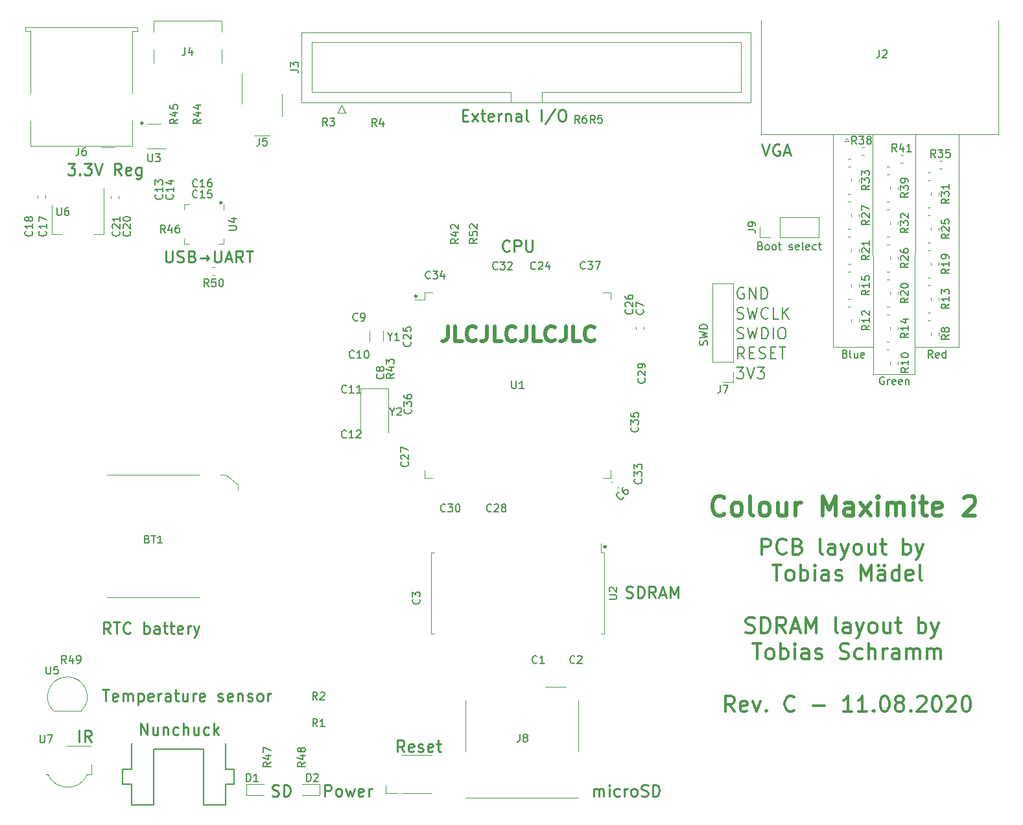
<source format=gto>
%TF.GenerationSoftware,KiCad,Pcbnew,5.1.6*%
%TF.CreationDate,2020-08-11T14:57:00+02:00*%
%TF.ProjectId,CMM2-JLC,434d4d32-2d4a-44c4-932e-6b696361645f,C*%
%TF.SameCoordinates,Original*%
%TF.FileFunction,Legend,Top*%
%TF.FilePolarity,Positive*%
%FSLAX46Y46*%
G04 Gerber Fmt 4.6, Leading zero omitted, Abs format (unit mm)*
G04 Created by KiCad (PCBNEW 5.1.6) date 2020-08-11 14:57:00*
%MOMM*%
%LPD*%
G01*
G04 APERTURE LIST*
%ADD10C,0.300000*%
%ADD11C,0.500000*%
%ADD12C,0.375000*%
%ADD13C,0.508000*%
%ADD14C,0.254000*%
%ADD15C,0.101600*%
%ADD16C,0.127000*%
%ADD17C,0.120000*%
%ADD18C,0.150000*%
G04 APERTURE END LIST*
D10*
X37000000Y-32900000D02*
G75*
G03*
X37000000Y-32900000I-100000J0D01*
G01*
X97500000Y-88200000D02*
G75*
G03*
X97500000Y-88200000I-100000J0D01*
G01*
X72800000Y-55500000D02*
G75*
G03*
X72800000Y-55500000I-100000J0D01*
G01*
X47350000Y-43300000D02*
G75*
G03*
X47350000Y-43300000I-100000J0D01*
G01*
D11*
X76861904Y-59404761D02*
X76861904Y-60833333D01*
X76766666Y-61119047D01*
X76576190Y-61309523D01*
X76290476Y-61404761D01*
X76100000Y-61404761D01*
X78766666Y-61404761D02*
X77814285Y-61404761D01*
X77814285Y-59404761D01*
X80576190Y-61214285D02*
X80480952Y-61309523D01*
X80195238Y-61404761D01*
X80004761Y-61404761D01*
X79719047Y-61309523D01*
X79528571Y-61119047D01*
X79433333Y-60928571D01*
X79338095Y-60547619D01*
X79338095Y-60261904D01*
X79433333Y-59880952D01*
X79528571Y-59690476D01*
X79719047Y-59500000D01*
X80004761Y-59404761D01*
X80195238Y-59404761D01*
X80480952Y-59500000D01*
X80576190Y-59595238D01*
X82004761Y-59404761D02*
X82004761Y-60833333D01*
X81909523Y-61119047D01*
X81719047Y-61309523D01*
X81433333Y-61404761D01*
X81242857Y-61404761D01*
X83909523Y-61404761D02*
X82957142Y-61404761D01*
X82957142Y-59404761D01*
X85719047Y-61214285D02*
X85623809Y-61309523D01*
X85338095Y-61404761D01*
X85147619Y-61404761D01*
X84861904Y-61309523D01*
X84671428Y-61119047D01*
X84576190Y-60928571D01*
X84480952Y-60547619D01*
X84480952Y-60261904D01*
X84576190Y-59880952D01*
X84671428Y-59690476D01*
X84861904Y-59500000D01*
X85147619Y-59404761D01*
X85338095Y-59404761D01*
X85623809Y-59500000D01*
X85719047Y-59595238D01*
X87147619Y-59404761D02*
X87147619Y-60833333D01*
X87052380Y-61119047D01*
X86861904Y-61309523D01*
X86576190Y-61404761D01*
X86385714Y-61404761D01*
X89052380Y-61404761D02*
X88100000Y-61404761D01*
X88100000Y-59404761D01*
X90861904Y-61214285D02*
X90766666Y-61309523D01*
X90480952Y-61404761D01*
X90290476Y-61404761D01*
X90004761Y-61309523D01*
X89814285Y-61119047D01*
X89719047Y-60928571D01*
X89623809Y-60547619D01*
X89623809Y-60261904D01*
X89719047Y-59880952D01*
X89814285Y-59690476D01*
X90004761Y-59500000D01*
X90290476Y-59404761D01*
X90480952Y-59404761D01*
X90766666Y-59500000D01*
X90861904Y-59595238D01*
X92290476Y-59404761D02*
X92290476Y-60833333D01*
X92195238Y-61119047D01*
X92004761Y-61309523D01*
X91719047Y-61404761D01*
X91528571Y-61404761D01*
X94195238Y-61404761D02*
X93242857Y-61404761D01*
X93242857Y-59404761D01*
X96004761Y-61214285D02*
X95909523Y-61309523D01*
X95623809Y-61404761D01*
X95433333Y-61404761D01*
X95147619Y-61309523D01*
X94957142Y-61119047D01*
X94861904Y-60928571D01*
X94766666Y-60547619D01*
X94766666Y-60261904D01*
X94861904Y-59880952D01*
X94957142Y-59690476D01*
X95147619Y-59500000D01*
X95433333Y-59404761D01*
X95623809Y-59404761D01*
X95909523Y-59500000D01*
X96004761Y-59595238D01*
D12*
X117875619Y-89200238D02*
X117875619Y-87168238D01*
X118649714Y-87168238D01*
X118843238Y-87265000D01*
X118940000Y-87361761D01*
X119036761Y-87555285D01*
X119036761Y-87845571D01*
X118940000Y-88039095D01*
X118843238Y-88135857D01*
X118649714Y-88232619D01*
X117875619Y-88232619D01*
X121068761Y-89006714D02*
X120972000Y-89103476D01*
X120681714Y-89200238D01*
X120488190Y-89200238D01*
X120197904Y-89103476D01*
X120004380Y-88909952D01*
X119907619Y-88716428D01*
X119810857Y-88329380D01*
X119810857Y-88039095D01*
X119907619Y-87652047D01*
X120004380Y-87458523D01*
X120197904Y-87265000D01*
X120488190Y-87168238D01*
X120681714Y-87168238D01*
X120972000Y-87265000D01*
X121068761Y-87361761D01*
X122616952Y-88135857D02*
X122907238Y-88232619D01*
X123004000Y-88329380D01*
X123100761Y-88522904D01*
X123100761Y-88813190D01*
X123004000Y-89006714D01*
X122907238Y-89103476D01*
X122713714Y-89200238D01*
X121939619Y-89200238D01*
X121939619Y-87168238D01*
X122616952Y-87168238D01*
X122810476Y-87265000D01*
X122907238Y-87361761D01*
X123004000Y-87555285D01*
X123004000Y-87748809D01*
X122907238Y-87942333D01*
X122810476Y-88039095D01*
X122616952Y-88135857D01*
X121939619Y-88135857D01*
X125810095Y-89200238D02*
X125616571Y-89103476D01*
X125519809Y-88909952D01*
X125519809Y-87168238D01*
X127455047Y-89200238D02*
X127455047Y-88135857D01*
X127358285Y-87942333D01*
X127164761Y-87845571D01*
X126777714Y-87845571D01*
X126584190Y-87942333D01*
X127455047Y-89103476D02*
X127261523Y-89200238D01*
X126777714Y-89200238D01*
X126584190Y-89103476D01*
X126487428Y-88909952D01*
X126487428Y-88716428D01*
X126584190Y-88522904D01*
X126777714Y-88426142D01*
X127261523Y-88426142D01*
X127455047Y-88329380D01*
X128229142Y-87845571D02*
X128712952Y-89200238D01*
X129196761Y-87845571D02*
X128712952Y-89200238D01*
X128519428Y-89684047D01*
X128422666Y-89780809D01*
X128229142Y-89877571D01*
X130261142Y-89200238D02*
X130067619Y-89103476D01*
X129970857Y-89006714D01*
X129874095Y-88813190D01*
X129874095Y-88232619D01*
X129970857Y-88039095D01*
X130067619Y-87942333D01*
X130261142Y-87845571D01*
X130551428Y-87845571D01*
X130744952Y-87942333D01*
X130841714Y-88039095D01*
X130938476Y-88232619D01*
X130938476Y-88813190D01*
X130841714Y-89006714D01*
X130744952Y-89103476D01*
X130551428Y-89200238D01*
X130261142Y-89200238D01*
X132680190Y-87845571D02*
X132680190Y-89200238D01*
X131809333Y-87845571D02*
X131809333Y-88909952D01*
X131906095Y-89103476D01*
X132099619Y-89200238D01*
X132389904Y-89200238D01*
X132583428Y-89103476D01*
X132680190Y-89006714D01*
X133357523Y-87845571D02*
X134131619Y-87845571D01*
X133647809Y-87168238D02*
X133647809Y-88909952D01*
X133744571Y-89103476D01*
X133938095Y-89200238D01*
X134131619Y-89200238D01*
X136357142Y-89200238D02*
X136357142Y-87168238D01*
X136357142Y-87942333D02*
X136550666Y-87845571D01*
X136937714Y-87845571D01*
X137131238Y-87942333D01*
X137228000Y-88039095D01*
X137324761Y-88232619D01*
X137324761Y-88813190D01*
X137228000Y-89006714D01*
X137131238Y-89103476D01*
X136937714Y-89200238D01*
X136550666Y-89200238D01*
X136357142Y-89103476D01*
X138002095Y-87845571D02*
X138485904Y-89200238D01*
X138969714Y-87845571D02*
X138485904Y-89200238D01*
X138292380Y-89684047D01*
X138195619Y-89780809D01*
X138002095Y-89877571D01*
X119278666Y-90591238D02*
X120439809Y-90591238D01*
X119859238Y-92623238D02*
X119859238Y-90591238D01*
X121407428Y-92623238D02*
X121213904Y-92526476D01*
X121117142Y-92429714D01*
X121020380Y-92236190D01*
X121020380Y-91655619D01*
X121117142Y-91462095D01*
X121213904Y-91365333D01*
X121407428Y-91268571D01*
X121697714Y-91268571D01*
X121891238Y-91365333D01*
X121988000Y-91462095D01*
X122084761Y-91655619D01*
X122084761Y-92236190D01*
X121988000Y-92429714D01*
X121891238Y-92526476D01*
X121697714Y-92623238D01*
X121407428Y-92623238D01*
X122955619Y-92623238D02*
X122955619Y-90591238D01*
X122955619Y-91365333D02*
X123149142Y-91268571D01*
X123536190Y-91268571D01*
X123729714Y-91365333D01*
X123826476Y-91462095D01*
X123923238Y-91655619D01*
X123923238Y-92236190D01*
X123826476Y-92429714D01*
X123729714Y-92526476D01*
X123536190Y-92623238D01*
X123149142Y-92623238D01*
X122955619Y-92526476D01*
X124794095Y-92623238D02*
X124794095Y-91268571D01*
X124794095Y-90591238D02*
X124697333Y-90688000D01*
X124794095Y-90784761D01*
X124890857Y-90688000D01*
X124794095Y-90591238D01*
X124794095Y-90784761D01*
X126632571Y-92623238D02*
X126632571Y-91558857D01*
X126535809Y-91365333D01*
X126342285Y-91268571D01*
X125955238Y-91268571D01*
X125761714Y-91365333D01*
X126632571Y-92526476D02*
X126439047Y-92623238D01*
X125955238Y-92623238D01*
X125761714Y-92526476D01*
X125664952Y-92332952D01*
X125664952Y-92139428D01*
X125761714Y-91945904D01*
X125955238Y-91849142D01*
X126439047Y-91849142D01*
X126632571Y-91752380D01*
X127503428Y-92526476D02*
X127696952Y-92623238D01*
X128084000Y-92623238D01*
X128277523Y-92526476D01*
X128374285Y-92332952D01*
X128374285Y-92236190D01*
X128277523Y-92042666D01*
X128084000Y-91945904D01*
X127793714Y-91945904D01*
X127600190Y-91849142D01*
X127503428Y-91655619D01*
X127503428Y-91558857D01*
X127600190Y-91365333D01*
X127793714Y-91268571D01*
X128084000Y-91268571D01*
X128277523Y-91365333D01*
X130793333Y-92623238D02*
X130793333Y-90591238D01*
X131470666Y-92042666D01*
X132148000Y-90591238D01*
X132148000Y-92623238D01*
X133986476Y-92623238D02*
X133986476Y-91558857D01*
X133889714Y-91365333D01*
X133696190Y-91268571D01*
X133309142Y-91268571D01*
X133115619Y-91365333D01*
X133986476Y-92526476D02*
X133792952Y-92623238D01*
X133309142Y-92623238D01*
X133115619Y-92526476D01*
X133018857Y-92332952D01*
X133018857Y-92139428D01*
X133115619Y-91945904D01*
X133309142Y-91849142D01*
X133792952Y-91849142D01*
X133986476Y-91752380D01*
X133115619Y-90591238D02*
X133212380Y-90688000D01*
X133115619Y-90784761D01*
X133018857Y-90688000D01*
X133115619Y-90591238D01*
X133115619Y-90784761D01*
X133889714Y-90591238D02*
X133986476Y-90688000D01*
X133889714Y-90784761D01*
X133792952Y-90688000D01*
X133889714Y-90591238D01*
X133889714Y-90784761D01*
X135824952Y-92623238D02*
X135824952Y-90591238D01*
X135824952Y-92526476D02*
X135631428Y-92623238D01*
X135244380Y-92623238D01*
X135050857Y-92526476D01*
X134954095Y-92429714D01*
X134857333Y-92236190D01*
X134857333Y-91655619D01*
X134954095Y-91462095D01*
X135050857Y-91365333D01*
X135244380Y-91268571D01*
X135631428Y-91268571D01*
X135824952Y-91365333D01*
X137566666Y-92526476D02*
X137373142Y-92623238D01*
X136986095Y-92623238D01*
X136792571Y-92526476D01*
X136695809Y-92332952D01*
X136695809Y-91558857D01*
X136792571Y-91365333D01*
X136986095Y-91268571D01*
X137373142Y-91268571D01*
X137566666Y-91365333D01*
X137663428Y-91558857D01*
X137663428Y-91752380D01*
X136695809Y-91945904D01*
X138824571Y-92623238D02*
X138631047Y-92526476D01*
X138534285Y-92332952D01*
X138534285Y-90591238D01*
X115795238Y-99372476D02*
X116085523Y-99469238D01*
X116569333Y-99469238D01*
X116762857Y-99372476D01*
X116859619Y-99275714D01*
X116956380Y-99082190D01*
X116956380Y-98888666D01*
X116859619Y-98695142D01*
X116762857Y-98598380D01*
X116569333Y-98501619D01*
X116182285Y-98404857D01*
X115988761Y-98308095D01*
X115892000Y-98211333D01*
X115795238Y-98017809D01*
X115795238Y-97824285D01*
X115892000Y-97630761D01*
X115988761Y-97534000D01*
X116182285Y-97437238D01*
X116666095Y-97437238D01*
X116956380Y-97534000D01*
X117827238Y-99469238D02*
X117827238Y-97437238D01*
X118311047Y-97437238D01*
X118601333Y-97534000D01*
X118794857Y-97727523D01*
X118891619Y-97921047D01*
X118988380Y-98308095D01*
X118988380Y-98598380D01*
X118891619Y-98985428D01*
X118794857Y-99178952D01*
X118601333Y-99372476D01*
X118311047Y-99469238D01*
X117827238Y-99469238D01*
X121020380Y-99469238D02*
X120343047Y-98501619D01*
X119859238Y-99469238D02*
X119859238Y-97437238D01*
X120633333Y-97437238D01*
X120826857Y-97534000D01*
X120923619Y-97630761D01*
X121020380Y-97824285D01*
X121020380Y-98114571D01*
X120923619Y-98308095D01*
X120826857Y-98404857D01*
X120633333Y-98501619D01*
X119859238Y-98501619D01*
X121794476Y-98888666D02*
X122762095Y-98888666D01*
X121600952Y-99469238D02*
X122278285Y-97437238D01*
X122955619Y-99469238D01*
X123632952Y-99469238D02*
X123632952Y-97437238D01*
X124310285Y-98888666D01*
X124987619Y-97437238D01*
X124987619Y-99469238D01*
X127793714Y-99469238D02*
X127600190Y-99372476D01*
X127503428Y-99178952D01*
X127503428Y-97437238D01*
X129438666Y-99469238D02*
X129438666Y-98404857D01*
X129341904Y-98211333D01*
X129148380Y-98114571D01*
X128761333Y-98114571D01*
X128567809Y-98211333D01*
X129438666Y-99372476D02*
X129245142Y-99469238D01*
X128761333Y-99469238D01*
X128567809Y-99372476D01*
X128471047Y-99178952D01*
X128471047Y-98985428D01*
X128567809Y-98791904D01*
X128761333Y-98695142D01*
X129245142Y-98695142D01*
X129438666Y-98598380D01*
X130212761Y-98114571D02*
X130696571Y-99469238D01*
X131180380Y-98114571D02*
X130696571Y-99469238D01*
X130503047Y-99953047D01*
X130406285Y-100049809D01*
X130212761Y-100146571D01*
X132244761Y-99469238D02*
X132051238Y-99372476D01*
X131954476Y-99275714D01*
X131857714Y-99082190D01*
X131857714Y-98501619D01*
X131954476Y-98308095D01*
X132051238Y-98211333D01*
X132244761Y-98114571D01*
X132535047Y-98114571D01*
X132728571Y-98211333D01*
X132825333Y-98308095D01*
X132922095Y-98501619D01*
X132922095Y-99082190D01*
X132825333Y-99275714D01*
X132728571Y-99372476D01*
X132535047Y-99469238D01*
X132244761Y-99469238D01*
X134663809Y-98114571D02*
X134663809Y-99469238D01*
X133792952Y-98114571D02*
X133792952Y-99178952D01*
X133889714Y-99372476D01*
X134083238Y-99469238D01*
X134373523Y-99469238D01*
X134567047Y-99372476D01*
X134663809Y-99275714D01*
X135341142Y-98114571D02*
X136115238Y-98114571D01*
X135631428Y-97437238D02*
X135631428Y-99178952D01*
X135728190Y-99372476D01*
X135921714Y-99469238D01*
X136115238Y-99469238D01*
X138340761Y-99469238D02*
X138340761Y-97437238D01*
X138340761Y-98211333D02*
X138534285Y-98114571D01*
X138921333Y-98114571D01*
X139114857Y-98211333D01*
X139211619Y-98308095D01*
X139308380Y-98501619D01*
X139308380Y-99082190D01*
X139211619Y-99275714D01*
X139114857Y-99372476D01*
X138921333Y-99469238D01*
X138534285Y-99469238D01*
X138340761Y-99372476D01*
X139985714Y-98114571D02*
X140469523Y-99469238D01*
X140953333Y-98114571D02*
X140469523Y-99469238D01*
X140276000Y-99953047D01*
X140179238Y-100049809D01*
X139985714Y-100146571D01*
X116666095Y-100860238D02*
X117827238Y-100860238D01*
X117246666Y-102892238D02*
X117246666Y-100860238D01*
X118794857Y-102892238D02*
X118601333Y-102795476D01*
X118504571Y-102698714D01*
X118407809Y-102505190D01*
X118407809Y-101924619D01*
X118504571Y-101731095D01*
X118601333Y-101634333D01*
X118794857Y-101537571D01*
X119085142Y-101537571D01*
X119278666Y-101634333D01*
X119375428Y-101731095D01*
X119472190Y-101924619D01*
X119472190Y-102505190D01*
X119375428Y-102698714D01*
X119278666Y-102795476D01*
X119085142Y-102892238D01*
X118794857Y-102892238D01*
X120343047Y-102892238D02*
X120343047Y-100860238D01*
X120343047Y-101634333D02*
X120536571Y-101537571D01*
X120923619Y-101537571D01*
X121117142Y-101634333D01*
X121213904Y-101731095D01*
X121310666Y-101924619D01*
X121310666Y-102505190D01*
X121213904Y-102698714D01*
X121117142Y-102795476D01*
X120923619Y-102892238D01*
X120536571Y-102892238D01*
X120343047Y-102795476D01*
X122181523Y-102892238D02*
X122181523Y-101537571D01*
X122181523Y-100860238D02*
X122084761Y-100957000D01*
X122181523Y-101053761D01*
X122278285Y-100957000D01*
X122181523Y-100860238D01*
X122181523Y-101053761D01*
X124020000Y-102892238D02*
X124020000Y-101827857D01*
X123923238Y-101634333D01*
X123729714Y-101537571D01*
X123342666Y-101537571D01*
X123149142Y-101634333D01*
X124020000Y-102795476D02*
X123826476Y-102892238D01*
X123342666Y-102892238D01*
X123149142Y-102795476D01*
X123052380Y-102601952D01*
X123052380Y-102408428D01*
X123149142Y-102214904D01*
X123342666Y-102118142D01*
X123826476Y-102118142D01*
X124020000Y-102021380D01*
X124890857Y-102795476D02*
X125084380Y-102892238D01*
X125471428Y-102892238D01*
X125664952Y-102795476D01*
X125761714Y-102601952D01*
X125761714Y-102505190D01*
X125664952Y-102311666D01*
X125471428Y-102214904D01*
X125181142Y-102214904D01*
X124987619Y-102118142D01*
X124890857Y-101924619D01*
X124890857Y-101827857D01*
X124987619Y-101634333D01*
X125181142Y-101537571D01*
X125471428Y-101537571D01*
X125664952Y-101634333D01*
X128084000Y-102795476D02*
X128374285Y-102892238D01*
X128858095Y-102892238D01*
X129051619Y-102795476D01*
X129148380Y-102698714D01*
X129245142Y-102505190D01*
X129245142Y-102311666D01*
X129148380Y-102118142D01*
X129051619Y-102021380D01*
X128858095Y-101924619D01*
X128471047Y-101827857D01*
X128277523Y-101731095D01*
X128180761Y-101634333D01*
X128084000Y-101440809D01*
X128084000Y-101247285D01*
X128180761Y-101053761D01*
X128277523Y-100957000D01*
X128471047Y-100860238D01*
X128954857Y-100860238D01*
X129245142Y-100957000D01*
X130986857Y-102795476D02*
X130793333Y-102892238D01*
X130406285Y-102892238D01*
X130212761Y-102795476D01*
X130116000Y-102698714D01*
X130019238Y-102505190D01*
X130019238Y-101924619D01*
X130116000Y-101731095D01*
X130212761Y-101634333D01*
X130406285Y-101537571D01*
X130793333Y-101537571D01*
X130986857Y-101634333D01*
X131857714Y-102892238D02*
X131857714Y-100860238D01*
X132728571Y-102892238D02*
X132728571Y-101827857D01*
X132631809Y-101634333D01*
X132438285Y-101537571D01*
X132148000Y-101537571D01*
X131954476Y-101634333D01*
X131857714Y-101731095D01*
X133696190Y-102892238D02*
X133696190Y-101537571D01*
X133696190Y-101924619D02*
X133792952Y-101731095D01*
X133889714Y-101634333D01*
X134083238Y-101537571D01*
X134276761Y-101537571D01*
X135824952Y-102892238D02*
X135824952Y-101827857D01*
X135728190Y-101634333D01*
X135534666Y-101537571D01*
X135147619Y-101537571D01*
X134954095Y-101634333D01*
X135824952Y-102795476D02*
X135631428Y-102892238D01*
X135147619Y-102892238D01*
X134954095Y-102795476D01*
X134857333Y-102601952D01*
X134857333Y-102408428D01*
X134954095Y-102214904D01*
X135147619Y-102118142D01*
X135631428Y-102118142D01*
X135824952Y-102021380D01*
X136792571Y-102892238D02*
X136792571Y-101537571D01*
X136792571Y-101731095D02*
X136889333Y-101634333D01*
X137082857Y-101537571D01*
X137373142Y-101537571D01*
X137566666Y-101634333D01*
X137663428Y-101827857D01*
X137663428Y-102892238D01*
X137663428Y-101827857D02*
X137760190Y-101634333D01*
X137953714Y-101537571D01*
X138244000Y-101537571D01*
X138437523Y-101634333D01*
X138534285Y-101827857D01*
X138534285Y-102892238D01*
X139501904Y-102892238D02*
X139501904Y-101537571D01*
X139501904Y-101731095D02*
X139598666Y-101634333D01*
X139792190Y-101537571D01*
X140082476Y-101537571D01*
X140276000Y-101634333D01*
X140372761Y-101827857D01*
X140372761Y-102892238D01*
X140372761Y-101827857D02*
X140469523Y-101634333D01*
X140663047Y-101537571D01*
X140953333Y-101537571D01*
X141146857Y-101634333D01*
X141243619Y-101827857D01*
X141243619Y-102892238D01*
X114295428Y-109738238D02*
X113618095Y-108770619D01*
X113134285Y-109738238D02*
X113134285Y-107706238D01*
X113908380Y-107706238D01*
X114101904Y-107803000D01*
X114198666Y-107899761D01*
X114295428Y-108093285D01*
X114295428Y-108383571D01*
X114198666Y-108577095D01*
X114101904Y-108673857D01*
X113908380Y-108770619D01*
X113134285Y-108770619D01*
X115940380Y-109641476D02*
X115746857Y-109738238D01*
X115359809Y-109738238D01*
X115166285Y-109641476D01*
X115069523Y-109447952D01*
X115069523Y-108673857D01*
X115166285Y-108480333D01*
X115359809Y-108383571D01*
X115746857Y-108383571D01*
X115940380Y-108480333D01*
X116037142Y-108673857D01*
X116037142Y-108867380D01*
X115069523Y-109060904D01*
X116714476Y-108383571D02*
X117198285Y-109738238D01*
X117682095Y-108383571D01*
X118456190Y-109544714D02*
X118552952Y-109641476D01*
X118456190Y-109738238D01*
X118359428Y-109641476D01*
X118456190Y-109544714D01*
X118456190Y-109738238D01*
X122133142Y-109544714D02*
X122036380Y-109641476D01*
X121746095Y-109738238D01*
X121552571Y-109738238D01*
X121262285Y-109641476D01*
X121068761Y-109447952D01*
X120972000Y-109254428D01*
X120875238Y-108867380D01*
X120875238Y-108577095D01*
X120972000Y-108190047D01*
X121068761Y-107996523D01*
X121262285Y-107803000D01*
X121552571Y-107706238D01*
X121746095Y-107706238D01*
X122036380Y-107803000D01*
X122133142Y-107899761D01*
X124552190Y-108964142D02*
X126100380Y-108964142D01*
X129680571Y-109738238D02*
X128519428Y-109738238D01*
X129100000Y-109738238D02*
X129100000Y-107706238D01*
X128906476Y-107996523D01*
X128712952Y-108190047D01*
X128519428Y-108286809D01*
X131615809Y-109738238D02*
X130454666Y-109738238D01*
X131035238Y-109738238D02*
X131035238Y-107706238D01*
X130841714Y-107996523D01*
X130648190Y-108190047D01*
X130454666Y-108286809D01*
X132486666Y-109544714D02*
X132583428Y-109641476D01*
X132486666Y-109738238D01*
X132389904Y-109641476D01*
X132486666Y-109544714D01*
X132486666Y-109738238D01*
X133841333Y-107706238D02*
X134034857Y-107706238D01*
X134228380Y-107803000D01*
X134325142Y-107899761D01*
X134421904Y-108093285D01*
X134518666Y-108480333D01*
X134518666Y-108964142D01*
X134421904Y-109351190D01*
X134325142Y-109544714D01*
X134228380Y-109641476D01*
X134034857Y-109738238D01*
X133841333Y-109738238D01*
X133647809Y-109641476D01*
X133551047Y-109544714D01*
X133454285Y-109351190D01*
X133357523Y-108964142D01*
X133357523Y-108480333D01*
X133454285Y-108093285D01*
X133551047Y-107899761D01*
X133647809Y-107803000D01*
X133841333Y-107706238D01*
X135679809Y-108577095D02*
X135486285Y-108480333D01*
X135389523Y-108383571D01*
X135292761Y-108190047D01*
X135292761Y-108093285D01*
X135389523Y-107899761D01*
X135486285Y-107803000D01*
X135679809Y-107706238D01*
X136066857Y-107706238D01*
X136260380Y-107803000D01*
X136357142Y-107899761D01*
X136453904Y-108093285D01*
X136453904Y-108190047D01*
X136357142Y-108383571D01*
X136260380Y-108480333D01*
X136066857Y-108577095D01*
X135679809Y-108577095D01*
X135486285Y-108673857D01*
X135389523Y-108770619D01*
X135292761Y-108964142D01*
X135292761Y-109351190D01*
X135389523Y-109544714D01*
X135486285Y-109641476D01*
X135679809Y-109738238D01*
X136066857Y-109738238D01*
X136260380Y-109641476D01*
X136357142Y-109544714D01*
X136453904Y-109351190D01*
X136453904Y-108964142D01*
X136357142Y-108770619D01*
X136260380Y-108673857D01*
X136066857Y-108577095D01*
X137324761Y-109544714D02*
X137421523Y-109641476D01*
X137324761Y-109738238D01*
X137228000Y-109641476D01*
X137324761Y-109544714D01*
X137324761Y-109738238D01*
X138195619Y-107899761D02*
X138292380Y-107803000D01*
X138485904Y-107706238D01*
X138969714Y-107706238D01*
X139163238Y-107803000D01*
X139260000Y-107899761D01*
X139356761Y-108093285D01*
X139356761Y-108286809D01*
X139260000Y-108577095D01*
X138098857Y-109738238D01*
X139356761Y-109738238D01*
X140614666Y-107706238D02*
X140808190Y-107706238D01*
X141001714Y-107803000D01*
X141098476Y-107899761D01*
X141195238Y-108093285D01*
X141292000Y-108480333D01*
X141292000Y-108964142D01*
X141195238Y-109351190D01*
X141098476Y-109544714D01*
X141001714Y-109641476D01*
X140808190Y-109738238D01*
X140614666Y-109738238D01*
X140421142Y-109641476D01*
X140324380Y-109544714D01*
X140227619Y-109351190D01*
X140130857Y-108964142D01*
X140130857Y-108480333D01*
X140227619Y-108093285D01*
X140324380Y-107899761D01*
X140421142Y-107803000D01*
X140614666Y-107706238D01*
X142066095Y-107899761D02*
X142162857Y-107803000D01*
X142356380Y-107706238D01*
X142840190Y-107706238D01*
X143033714Y-107803000D01*
X143130476Y-107899761D01*
X143227238Y-108093285D01*
X143227238Y-108286809D01*
X143130476Y-108577095D01*
X141969333Y-109738238D01*
X143227238Y-109738238D01*
X144485142Y-107706238D02*
X144678666Y-107706238D01*
X144872190Y-107803000D01*
X144968952Y-107899761D01*
X145065714Y-108093285D01*
X145162476Y-108480333D01*
X145162476Y-108964142D01*
X145065714Y-109351190D01*
X144968952Y-109544714D01*
X144872190Y-109641476D01*
X144678666Y-109738238D01*
X144485142Y-109738238D01*
X144291619Y-109641476D01*
X144194857Y-109544714D01*
X144098095Y-109351190D01*
X144001333Y-108964142D01*
X144001333Y-108480333D01*
X144098095Y-108093285D01*
X144194857Y-107899761D01*
X144291619Y-107803000D01*
X144485142Y-107706238D01*
D13*
X112986390Y-83907142D02*
X112865438Y-84028095D01*
X112502580Y-84149047D01*
X112260676Y-84149047D01*
X111897819Y-84028095D01*
X111655914Y-83786190D01*
X111534961Y-83544285D01*
X111414009Y-83060476D01*
X111414009Y-82697619D01*
X111534961Y-82213809D01*
X111655914Y-81971904D01*
X111897819Y-81730000D01*
X112260676Y-81609047D01*
X112502580Y-81609047D01*
X112865438Y-81730000D01*
X112986390Y-81850952D01*
X114437819Y-84149047D02*
X114195914Y-84028095D01*
X114074961Y-83907142D01*
X113954009Y-83665238D01*
X113954009Y-82939523D01*
X114074961Y-82697619D01*
X114195914Y-82576666D01*
X114437819Y-82455714D01*
X114800676Y-82455714D01*
X115042580Y-82576666D01*
X115163533Y-82697619D01*
X115284485Y-82939523D01*
X115284485Y-83665238D01*
X115163533Y-83907142D01*
X115042580Y-84028095D01*
X114800676Y-84149047D01*
X114437819Y-84149047D01*
X116735914Y-84149047D02*
X116494009Y-84028095D01*
X116373057Y-83786190D01*
X116373057Y-81609047D01*
X118066390Y-84149047D02*
X117824485Y-84028095D01*
X117703533Y-83907142D01*
X117582580Y-83665238D01*
X117582580Y-82939523D01*
X117703533Y-82697619D01*
X117824485Y-82576666D01*
X118066390Y-82455714D01*
X118429247Y-82455714D01*
X118671152Y-82576666D01*
X118792104Y-82697619D01*
X118913057Y-82939523D01*
X118913057Y-83665238D01*
X118792104Y-83907142D01*
X118671152Y-84028095D01*
X118429247Y-84149047D01*
X118066390Y-84149047D01*
X121090200Y-82455714D02*
X121090200Y-84149047D01*
X120001628Y-82455714D02*
X120001628Y-83786190D01*
X120122580Y-84028095D01*
X120364485Y-84149047D01*
X120727342Y-84149047D01*
X120969247Y-84028095D01*
X121090200Y-83907142D01*
X122299723Y-84149047D02*
X122299723Y-82455714D01*
X122299723Y-82939523D02*
X122420676Y-82697619D01*
X122541628Y-82576666D01*
X122783533Y-82455714D01*
X123025438Y-82455714D01*
X125807342Y-84149047D02*
X125807342Y-81609047D01*
X126654009Y-83423333D01*
X127500676Y-81609047D01*
X127500676Y-84149047D01*
X129798771Y-84149047D02*
X129798771Y-82818571D01*
X129677819Y-82576666D01*
X129435914Y-82455714D01*
X128952104Y-82455714D01*
X128710200Y-82576666D01*
X129798771Y-84028095D02*
X129556866Y-84149047D01*
X128952104Y-84149047D01*
X128710200Y-84028095D01*
X128589247Y-83786190D01*
X128589247Y-83544285D01*
X128710200Y-83302380D01*
X128952104Y-83181428D01*
X129556866Y-83181428D01*
X129798771Y-83060476D01*
X130766390Y-84149047D02*
X132096866Y-82455714D01*
X130766390Y-82455714D02*
X132096866Y-84149047D01*
X133064485Y-84149047D02*
X133064485Y-82455714D01*
X133064485Y-81609047D02*
X132943533Y-81730000D01*
X133064485Y-81850952D01*
X133185438Y-81730000D01*
X133064485Y-81609047D01*
X133064485Y-81850952D01*
X134274009Y-84149047D02*
X134274009Y-82455714D01*
X134274009Y-82697619D02*
X134394961Y-82576666D01*
X134636866Y-82455714D01*
X134999723Y-82455714D01*
X135241628Y-82576666D01*
X135362580Y-82818571D01*
X135362580Y-84149047D01*
X135362580Y-82818571D02*
X135483533Y-82576666D01*
X135725438Y-82455714D01*
X136088295Y-82455714D01*
X136330200Y-82576666D01*
X136451152Y-82818571D01*
X136451152Y-84149047D01*
X137660676Y-84149047D02*
X137660676Y-82455714D01*
X137660676Y-81609047D02*
X137539723Y-81730000D01*
X137660676Y-81850952D01*
X137781628Y-81730000D01*
X137660676Y-81609047D01*
X137660676Y-81850952D01*
X138507342Y-82455714D02*
X139474961Y-82455714D01*
X138870200Y-81609047D02*
X138870200Y-83786190D01*
X138991152Y-84028095D01*
X139233057Y-84149047D01*
X139474961Y-84149047D01*
X141289247Y-84028095D02*
X141047342Y-84149047D01*
X140563533Y-84149047D01*
X140321628Y-84028095D01*
X140200676Y-83786190D01*
X140200676Y-82818571D01*
X140321628Y-82576666D01*
X140563533Y-82455714D01*
X141047342Y-82455714D01*
X141289247Y-82576666D01*
X141410200Y-82818571D01*
X141410200Y-83060476D01*
X140200676Y-83302380D01*
X144313057Y-81850952D02*
X144434009Y-81730000D01*
X144675914Y-81609047D01*
X145280676Y-81609047D01*
X145522580Y-81730000D01*
X145643533Y-81850952D01*
X145764485Y-82092857D01*
X145764485Y-82334761D01*
X145643533Y-82697619D01*
X144192104Y-84149047D01*
X145764485Y-84149047D01*
D14*
X78822242Y-31892857D02*
X79322242Y-31892857D01*
X79536528Y-32678571D02*
X78822242Y-32678571D01*
X78822242Y-31178571D01*
X79536528Y-31178571D01*
X80036528Y-32678571D02*
X80822242Y-31678571D01*
X80036528Y-31678571D02*
X80822242Y-32678571D01*
X81179385Y-31678571D02*
X81750814Y-31678571D01*
X81393671Y-31178571D02*
X81393671Y-32464285D01*
X81465100Y-32607142D01*
X81607957Y-32678571D01*
X81750814Y-32678571D01*
X82822242Y-32607142D02*
X82679385Y-32678571D01*
X82393671Y-32678571D01*
X82250814Y-32607142D01*
X82179385Y-32464285D01*
X82179385Y-31892857D01*
X82250814Y-31750000D01*
X82393671Y-31678571D01*
X82679385Y-31678571D01*
X82822242Y-31750000D01*
X82893671Y-31892857D01*
X82893671Y-32035714D01*
X82179385Y-32178571D01*
X83536528Y-32678571D02*
X83536528Y-31678571D01*
X83536528Y-31964285D02*
X83607957Y-31821428D01*
X83679385Y-31750000D01*
X83822242Y-31678571D01*
X83965100Y-31678571D01*
X84465100Y-31678571D02*
X84465100Y-32678571D01*
X84465100Y-31821428D02*
X84536528Y-31750000D01*
X84679385Y-31678571D01*
X84893671Y-31678571D01*
X85036528Y-31750000D01*
X85107957Y-31892857D01*
X85107957Y-32678571D01*
X86465100Y-32678571D02*
X86465100Y-31892857D01*
X86393671Y-31750000D01*
X86250814Y-31678571D01*
X85965100Y-31678571D01*
X85822242Y-31750000D01*
X86465100Y-32607142D02*
X86322242Y-32678571D01*
X85965100Y-32678571D01*
X85822242Y-32607142D01*
X85750814Y-32464285D01*
X85750814Y-32321428D01*
X85822242Y-32178571D01*
X85965100Y-32107142D01*
X86322242Y-32107142D01*
X86465100Y-32035714D01*
X87393671Y-32678571D02*
X87250814Y-32607142D01*
X87179385Y-32464285D01*
X87179385Y-31178571D01*
X89107957Y-32678571D02*
X89107957Y-31178571D01*
X90893671Y-31107142D02*
X89607957Y-33035714D01*
X91679385Y-31178571D02*
X91965100Y-31178571D01*
X92107957Y-31250000D01*
X92250814Y-31392857D01*
X92322242Y-31678571D01*
X92322242Y-32178571D01*
X92250814Y-32464285D01*
X92107957Y-32607142D01*
X91965100Y-32678571D01*
X91679385Y-32678571D01*
X91536528Y-32607142D01*
X91393671Y-32464285D01*
X91322242Y-32178571D01*
X91322242Y-31678571D01*
X91393671Y-31392857D01*
X91536528Y-31250000D01*
X91679385Y-31178571D01*
X27242857Y-38178571D02*
X28171428Y-38178571D01*
X27671428Y-38750000D01*
X27885714Y-38750000D01*
X28028571Y-38821428D01*
X28100000Y-38892857D01*
X28171428Y-39035714D01*
X28171428Y-39392857D01*
X28100000Y-39535714D01*
X28028571Y-39607142D01*
X27885714Y-39678571D01*
X27457142Y-39678571D01*
X27314285Y-39607142D01*
X27242857Y-39535714D01*
X28814285Y-39535714D02*
X28885714Y-39607142D01*
X28814285Y-39678571D01*
X28742857Y-39607142D01*
X28814285Y-39535714D01*
X28814285Y-39678571D01*
X29385714Y-38178571D02*
X30314285Y-38178571D01*
X29814285Y-38750000D01*
X30028571Y-38750000D01*
X30171428Y-38821428D01*
X30242857Y-38892857D01*
X30314285Y-39035714D01*
X30314285Y-39392857D01*
X30242857Y-39535714D01*
X30171428Y-39607142D01*
X30028571Y-39678571D01*
X29600000Y-39678571D01*
X29457142Y-39607142D01*
X29385714Y-39535714D01*
X30742857Y-38178571D02*
X31242857Y-39678571D01*
X31742857Y-38178571D01*
X34242857Y-39678571D02*
X33742857Y-38964285D01*
X33385714Y-39678571D02*
X33385714Y-38178571D01*
X33957142Y-38178571D01*
X34100000Y-38250000D01*
X34171428Y-38321428D01*
X34242857Y-38464285D01*
X34242857Y-38678571D01*
X34171428Y-38821428D01*
X34100000Y-38892857D01*
X33957142Y-38964285D01*
X33385714Y-38964285D01*
X35457142Y-39607142D02*
X35314285Y-39678571D01*
X35028571Y-39678571D01*
X34885714Y-39607142D01*
X34814285Y-39464285D01*
X34814285Y-38892857D01*
X34885714Y-38750000D01*
X35028571Y-38678571D01*
X35314285Y-38678571D01*
X35457142Y-38750000D01*
X35528571Y-38892857D01*
X35528571Y-39035714D01*
X34814285Y-39178571D01*
X36814285Y-38678571D02*
X36814285Y-39892857D01*
X36742857Y-40035714D01*
X36671428Y-40107142D01*
X36528571Y-40178571D01*
X36314285Y-40178571D01*
X36171428Y-40107142D01*
X36814285Y-39607142D02*
X36671428Y-39678571D01*
X36385714Y-39678571D01*
X36242857Y-39607142D01*
X36171428Y-39535714D01*
X36100000Y-39392857D01*
X36100000Y-38964285D01*
X36171428Y-38821428D01*
X36242857Y-38750000D01*
X36385714Y-38678571D01*
X36671428Y-38678571D01*
X36814285Y-38750000D01*
X40028571Y-49578571D02*
X40028571Y-50792857D01*
X40100000Y-50935714D01*
X40171428Y-51007142D01*
X40314285Y-51078571D01*
X40600000Y-51078571D01*
X40742857Y-51007142D01*
X40814285Y-50935714D01*
X40885714Y-50792857D01*
X40885714Y-49578571D01*
X41528571Y-51007142D02*
X41742857Y-51078571D01*
X42100000Y-51078571D01*
X42242857Y-51007142D01*
X42314285Y-50935714D01*
X42385714Y-50792857D01*
X42385714Y-50650000D01*
X42314285Y-50507142D01*
X42242857Y-50435714D01*
X42100000Y-50364285D01*
X41814285Y-50292857D01*
X41671428Y-50221428D01*
X41600000Y-50150000D01*
X41528571Y-50007142D01*
X41528571Y-49864285D01*
X41600000Y-49721428D01*
X41671428Y-49650000D01*
X41814285Y-49578571D01*
X42171428Y-49578571D01*
X42385714Y-49650000D01*
X43528571Y-50292857D02*
X43742857Y-50364285D01*
X43814285Y-50435714D01*
X43885714Y-50578571D01*
X43885714Y-50792857D01*
X43814285Y-50935714D01*
X43742857Y-51007142D01*
X43600000Y-51078571D01*
X43028571Y-51078571D01*
X43028571Y-49578571D01*
X43528571Y-49578571D01*
X43671428Y-49650000D01*
X43742857Y-49721428D01*
X43814285Y-49864285D01*
X43814285Y-50007142D01*
X43742857Y-50150000D01*
X43671428Y-50221428D01*
X43528571Y-50292857D01*
X43028571Y-50292857D01*
X44528571Y-50507142D02*
X45671428Y-50507142D01*
X45385714Y-50792857D02*
X45671428Y-50507142D01*
X45385714Y-50221428D01*
X46385714Y-49578571D02*
X46385714Y-50792857D01*
X46457142Y-50935714D01*
X46528571Y-51007142D01*
X46671428Y-51078571D01*
X46957142Y-51078571D01*
X47100000Y-51007142D01*
X47171428Y-50935714D01*
X47242857Y-50792857D01*
X47242857Y-49578571D01*
X47885714Y-50650000D02*
X48600000Y-50650000D01*
X47742857Y-51078571D02*
X48242857Y-49578571D01*
X48742857Y-51078571D01*
X50100000Y-51078571D02*
X49600000Y-50364285D01*
X49242857Y-51078571D02*
X49242857Y-49578571D01*
X49814285Y-49578571D01*
X49957142Y-49650000D01*
X50028571Y-49721428D01*
X50100000Y-49864285D01*
X50100000Y-50078571D01*
X50028571Y-50221428D01*
X49957142Y-50292857D01*
X49814285Y-50364285D01*
X49242857Y-50364285D01*
X50528571Y-49578571D02*
X51385714Y-49578571D01*
X50957142Y-51078571D02*
X50957142Y-49578571D01*
X71179385Y-114978571D02*
X70679385Y-114264285D01*
X70322242Y-114978571D02*
X70322242Y-113478571D01*
X70893671Y-113478571D01*
X71036528Y-113550000D01*
X71107957Y-113621428D01*
X71179385Y-113764285D01*
X71179385Y-113978571D01*
X71107957Y-114121428D01*
X71036528Y-114192857D01*
X70893671Y-114264285D01*
X70322242Y-114264285D01*
X72393671Y-114907142D02*
X72250814Y-114978571D01*
X71965100Y-114978571D01*
X71822242Y-114907142D01*
X71750814Y-114764285D01*
X71750814Y-114192857D01*
X71822242Y-114050000D01*
X71965100Y-113978571D01*
X72250814Y-113978571D01*
X72393671Y-114050000D01*
X72465100Y-114192857D01*
X72465100Y-114335714D01*
X71750814Y-114478571D01*
X73036528Y-114907142D02*
X73179385Y-114978571D01*
X73465100Y-114978571D01*
X73607957Y-114907142D01*
X73679385Y-114764285D01*
X73679385Y-114692857D01*
X73607957Y-114550000D01*
X73465100Y-114478571D01*
X73250814Y-114478571D01*
X73107957Y-114407142D01*
X73036528Y-114264285D01*
X73036528Y-114192857D01*
X73107957Y-114050000D01*
X73250814Y-113978571D01*
X73465100Y-113978571D01*
X73607957Y-114050000D01*
X74893671Y-114907142D02*
X74750814Y-114978571D01*
X74465100Y-114978571D01*
X74322242Y-114907142D01*
X74250814Y-114764285D01*
X74250814Y-114192857D01*
X74322242Y-114050000D01*
X74465100Y-113978571D01*
X74750814Y-113978571D01*
X74893671Y-114050000D01*
X74965100Y-114192857D01*
X74965100Y-114335714D01*
X74250814Y-114478571D01*
X75393671Y-113978571D02*
X75965100Y-113978571D01*
X75607957Y-113478571D02*
X75607957Y-114764285D01*
X75679385Y-114907142D01*
X75822242Y-114978571D01*
X75965100Y-114978571D01*
X36764285Y-112778571D02*
X36764285Y-111278571D01*
X37621428Y-112778571D01*
X37621428Y-111278571D01*
X38978571Y-111778571D02*
X38978571Y-112778571D01*
X38335714Y-111778571D02*
X38335714Y-112564285D01*
X38407142Y-112707142D01*
X38550000Y-112778571D01*
X38764285Y-112778571D01*
X38907142Y-112707142D01*
X38978571Y-112635714D01*
X39692857Y-111778571D02*
X39692857Y-112778571D01*
X39692857Y-111921428D02*
X39764285Y-111850000D01*
X39907142Y-111778571D01*
X40121428Y-111778571D01*
X40264285Y-111850000D01*
X40335714Y-111992857D01*
X40335714Y-112778571D01*
X41692857Y-112707142D02*
X41550000Y-112778571D01*
X41264285Y-112778571D01*
X41121428Y-112707142D01*
X41050000Y-112635714D01*
X40978571Y-112492857D01*
X40978571Y-112064285D01*
X41050000Y-111921428D01*
X41121428Y-111850000D01*
X41264285Y-111778571D01*
X41550000Y-111778571D01*
X41692857Y-111850000D01*
X42335714Y-112778571D02*
X42335714Y-111278571D01*
X42978571Y-112778571D02*
X42978571Y-111992857D01*
X42907142Y-111850000D01*
X42764285Y-111778571D01*
X42550000Y-111778571D01*
X42407142Y-111850000D01*
X42335714Y-111921428D01*
X44335714Y-111778571D02*
X44335714Y-112778571D01*
X43692857Y-111778571D02*
X43692857Y-112564285D01*
X43764285Y-112707142D01*
X43907142Y-112778571D01*
X44121428Y-112778571D01*
X44264285Y-112707142D01*
X44335714Y-112635714D01*
X45692857Y-112707142D02*
X45550000Y-112778571D01*
X45264285Y-112778571D01*
X45121428Y-112707142D01*
X45050000Y-112635714D01*
X44978571Y-112492857D01*
X44978571Y-112064285D01*
X45050000Y-111921428D01*
X45121428Y-111850000D01*
X45264285Y-111778571D01*
X45550000Y-111778571D01*
X45692857Y-111850000D01*
X46335714Y-112778571D02*
X46335714Y-111278571D01*
X46478571Y-112207142D02*
X46907142Y-112778571D01*
X46907142Y-111778571D02*
X46335714Y-112350000D01*
X28750000Y-113678571D02*
X28750000Y-112178571D01*
X30321428Y-113678571D02*
X29821428Y-112964285D01*
X29464285Y-113678571D02*
X29464285Y-112178571D01*
X30035714Y-112178571D01*
X30178571Y-112250000D01*
X30250000Y-112321428D01*
X30321428Y-112464285D01*
X30321428Y-112678571D01*
X30250000Y-112821428D01*
X30178571Y-112892857D01*
X30035714Y-112964285D01*
X29464285Y-112964285D01*
X31800000Y-106878571D02*
X32657142Y-106878571D01*
X32228571Y-108378571D02*
X32228571Y-106878571D01*
X33728571Y-108307142D02*
X33585714Y-108378571D01*
X33300000Y-108378571D01*
X33157142Y-108307142D01*
X33085714Y-108164285D01*
X33085714Y-107592857D01*
X33157142Y-107450000D01*
X33300000Y-107378571D01*
X33585714Y-107378571D01*
X33728571Y-107450000D01*
X33800000Y-107592857D01*
X33800000Y-107735714D01*
X33085714Y-107878571D01*
X34442857Y-108378571D02*
X34442857Y-107378571D01*
X34442857Y-107521428D02*
X34514285Y-107450000D01*
X34657142Y-107378571D01*
X34871428Y-107378571D01*
X35014285Y-107450000D01*
X35085714Y-107592857D01*
X35085714Y-108378571D01*
X35085714Y-107592857D02*
X35157142Y-107450000D01*
X35300000Y-107378571D01*
X35514285Y-107378571D01*
X35657142Y-107450000D01*
X35728571Y-107592857D01*
X35728571Y-108378571D01*
X36442857Y-107378571D02*
X36442857Y-108878571D01*
X36442857Y-107450000D02*
X36585714Y-107378571D01*
X36871428Y-107378571D01*
X37014285Y-107450000D01*
X37085714Y-107521428D01*
X37157142Y-107664285D01*
X37157142Y-108092857D01*
X37085714Y-108235714D01*
X37014285Y-108307142D01*
X36871428Y-108378571D01*
X36585714Y-108378571D01*
X36442857Y-108307142D01*
X38371428Y-108307142D02*
X38228571Y-108378571D01*
X37942857Y-108378571D01*
X37800000Y-108307142D01*
X37728571Y-108164285D01*
X37728571Y-107592857D01*
X37800000Y-107450000D01*
X37942857Y-107378571D01*
X38228571Y-107378571D01*
X38371428Y-107450000D01*
X38442857Y-107592857D01*
X38442857Y-107735714D01*
X37728571Y-107878571D01*
X39085714Y-108378571D02*
X39085714Y-107378571D01*
X39085714Y-107664285D02*
X39157142Y-107521428D01*
X39228571Y-107450000D01*
X39371428Y-107378571D01*
X39514285Y-107378571D01*
X40657142Y-108378571D02*
X40657142Y-107592857D01*
X40585714Y-107450000D01*
X40442857Y-107378571D01*
X40157142Y-107378571D01*
X40014285Y-107450000D01*
X40657142Y-108307142D02*
X40514285Y-108378571D01*
X40157142Y-108378571D01*
X40014285Y-108307142D01*
X39942857Y-108164285D01*
X39942857Y-108021428D01*
X40014285Y-107878571D01*
X40157142Y-107807142D01*
X40514285Y-107807142D01*
X40657142Y-107735714D01*
X41157142Y-107378571D02*
X41728571Y-107378571D01*
X41371428Y-106878571D02*
X41371428Y-108164285D01*
X41442857Y-108307142D01*
X41585714Y-108378571D01*
X41728571Y-108378571D01*
X42871428Y-107378571D02*
X42871428Y-108378571D01*
X42228571Y-107378571D02*
X42228571Y-108164285D01*
X42300000Y-108307142D01*
X42442857Y-108378571D01*
X42657142Y-108378571D01*
X42800000Y-108307142D01*
X42871428Y-108235714D01*
X43585714Y-108378571D02*
X43585714Y-107378571D01*
X43585714Y-107664285D02*
X43657142Y-107521428D01*
X43728571Y-107450000D01*
X43871428Y-107378571D01*
X44014285Y-107378571D01*
X45085714Y-108307142D02*
X44942857Y-108378571D01*
X44657142Y-108378571D01*
X44514285Y-108307142D01*
X44442857Y-108164285D01*
X44442857Y-107592857D01*
X44514285Y-107450000D01*
X44657142Y-107378571D01*
X44942857Y-107378571D01*
X45085714Y-107450000D01*
X45157142Y-107592857D01*
X45157142Y-107735714D01*
X44442857Y-107878571D01*
X46871428Y-108307142D02*
X47014285Y-108378571D01*
X47300000Y-108378571D01*
X47442857Y-108307142D01*
X47514285Y-108164285D01*
X47514285Y-108092857D01*
X47442857Y-107950000D01*
X47300000Y-107878571D01*
X47085714Y-107878571D01*
X46942857Y-107807142D01*
X46871428Y-107664285D01*
X46871428Y-107592857D01*
X46942857Y-107450000D01*
X47085714Y-107378571D01*
X47300000Y-107378571D01*
X47442857Y-107450000D01*
X48728571Y-108307142D02*
X48585714Y-108378571D01*
X48300000Y-108378571D01*
X48157142Y-108307142D01*
X48085714Y-108164285D01*
X48085714Y-107592857D01*
X48157142Y-107450000D01*
X48300000Y-107378571D01*
X48585714Y-107378571D01*
X48728571Y-107450000D01*
X48800000Y-107592857D01*
X48800000Y-107735714D01*
X48085714Y-107878571D01*
X49442857Y-107378571D02*
X49442857Y-108378571D01*
X49442857Y-107521428D02*
X49514285Y-107450000D01*
X49657142Y-107378571D01*
X49871428Y-107378571D01*
X50014285Y-107450000D01*
X50085714Y-107592857D01*
X50085714Y-108378571D01*
X50728571Y-108307142D02*
X50871428Y-108378571D01*
X51157142Y-108378571D01*
X51300000Y-108307142D01*
X51371428Y-108164285D01*
X51371428Y-108092857D01*
X51300000Y-107950000D01*
X51157142Y-107878571D01*
X50942857Y-107878571D01*
X50800000Y-107807142D01*
X50728571Y-107664285D01*
X50728571Y-107592857D01*
X50800000Y-107450000D01*
X50942857Y-107378571D01*
X51157142Y-107378571D01*
X51300000Y-107450000D01*
X52228571Y-108378571D02*
X52085714Y-108307142D01*
X52014285Y-108235714D01*
X51942857Y-108092857D01*
X51942857Y-107664285D01*
X52014285Y-107521428D01*
X52085714Y-107450000D01*
X52228571Y-107378571D01*
X52442857Y-107378571D01*
X52585714Y-107450000D01*
X52657142Y-107521428D01*
X52728571Y-107664285D01*
X52728571Y-108092857D01*
X52657142Y-108235714D01*
X52585714Y-108307142D01*
X52442857Y-108378571D01*
X52228571Y-108378571D01*
X53371428Y-108378571D02*
X53371428Y-107378571D01*
X53371428Y-107664285D02*
X53442857Y-107521428D01*
X53514285Y-107450000D01*
X53657142Y-107378571D01*
X53800000Y-107378571D01*
X32778571Y-99578571D02*
X32278571Y-98864285D01*
X31921428Y-99578571D02*
X31921428Y-98078571D01*
X32492857Y-98078571D01*
X32635714Y-98150000D01*
X32707142Y-98221428D01*
X32778571Y-98364285D01*
X32778571Y-98578571D01*
X32707142Y-98721428D01*
X32635714Y-98792857D01*
X32492857Y-98864285D01*
X31921428Y-98864285D01*
X33207142Y-98078571D02*
X34064285Y-98078571D01*
X33635714Y-99578571D02*
X33635714Y-98078571D01*
X35421428Y-99435714D02*
X35350000Y-99507142D01*
X35135714Y-99578571D01*
X34992857Y-99578571D01*
X34778571Y-99507142D01*
X34635714Y-99364285D01*
X34564285Y-99221428D01*
X34492857Y-98935714D01*
X34492857Y-98721428D01*
X34564285Y-98435714D01*
X34635714Y-98292857D01*
X34778571Y-98150000D01*
X34992857Y-98078571D01*
X35135714Y-98078571D01*
X35350000Y-98150000D01*
X35421428Y-98221428D01*
X37207142Y-99578571D02*
X37207142Y-98078571D01*
X37207142Y-98650000D02*
X37350000Y-98578571D01*
X37635714Y-98578571D01*
X37778571Y-98650000D01*
X37850000Y-98721428D01*
X37921428Y-98864285D01*
X37921428Y-99292857D01*
X37850000Y-99435714D01*
X37778571Y-99507142D01*
X37635714Y-99578571D01*
X37350000Y-99578571D01*
X37207142Y-99507142D01*
X39207142Y-99578571D02*
X39207142Y-98792857D01*
X39135714Y-98650000D01*
X38992857Y-98578571D01*
X38707142Y-98578571D01*
X38564285Y-98650000D01*
X39207142Y-99507142D02*
X39064285Y-99578571D01*
X38707142Y-99578571D01*
X38564285Y-99507142D01*
X38492857Y-99364285D01*
X38492857Y-99221428D01*
X38564285Y-99078571D01*
X38707142Y-99007142D01*
X39064285Y-99007142D01*
X39207142Y-98935714D01*
X39707142Y-98578571D02*
X40278571Y-98578571D01*
X39921428Y-98078571D02*
X39921428Y-99364285D01*
X39992857Y-99507142D01*
X40135714Y-99578571D01*
X40278571Y-99578571D01*
X40564285Y-98578571D02*
X41135714Y-98578571D01*
X40778571Y-98078571D02*
X40778571Y-99364285D01*
X40850000Y-99507142D01*
X40992857Y-99578571D01*
X41135714Y-99578571D01*
X42207142Y-99507142D02*
X42064285Y-99578571D01*
X41778571Y-99578571D01*
X41635714Y-99507142D01*
X41564285Y-99364285D01*
X41564285Y-98792857D01*
X41635714Y-98650000D01*
X41778571Y-98578571D01*
X42064285Y-98578571D01*
X42207142Y-98650000D01*
X42278571Y-98792857D01*
X42278571Y-98935714D01*
X41564285Y-99078571D01*
X42921428Y-99578571D02*
X42921428Y-98578571D01*
X42921428Y-98864285D02*
X42992857Y-98721428D01*
X43064285Y-98650000D01*
X43207142Y-98578571D01*
X43350000Y-98578571D01*
X43707142Y-98578571D02*
X44064285Y-99578571D01*
X44421428Y-98578571D02*
X44064285Y-99578571D01*
X43921428Y-99935714D01*
X43850000Y-100007142D01*
X43707142Y-100078571D01*
X95950000Y-120778571D02*
X95950000Y-119778571D01*
X95950000Y-119921428D02*
X96021428Y-119850000D01*
X96164285Y-119778571D01*
X96378571Y-119778571D01*
X96521428Y-119850000D01*
X96592857Y-119992857D01*
X96592857Y-120778571D01*
X96592857Y-119992857D02*
X96664285Y-119850000D01*
X96807142Y-119778571D01*
X97021428Y-119778571D01*
X97164285Y-119850000D01*
X97235714Y-119992857D01*
X97235714Y-120778571D01*
X97950000Y-120778571D02*
X97950000Y-119778571D01*
X97950000Y-119278571D02*
X97878571Y-119350000D01*
X97950000Y-119421428D01*
X98021428Y-119350000D01*
X97950000Y-119278571D01*
X97950000Y-119421428D01*
X99307142Y-120707142D02*
X99164285Y-120778571D01*
X98878571Y-120778571D01*
X98735714Y-120707142D01*
X98664285Y-120635714D01*
X98592857Y-120492857D01*
X98592857Y-120064285D01*
X98664285Y-119921428D01*
X98735714Y-119850000D01*
X98878571Y-119778571D01*
X99164285Y-119778571D01*
X99307142Y-119850000D01*
X99950000Y-120778571D02*
X99950000Y-119778571D01*
X99950000Y-120064285D02*
X100021428Y-119921428D01*
X100092857Y-119850000D01*
X100235714Y-119778571D01*
X100378571Y-119778571D01*
X101092857Y-120778571D02*
X100950000Y-120707142D01*
X100878571Y-120635714D01*
X100807142Y-120492857D01*
X100807142Y-120064285D01*
X100878571Y-119921428D01*
X100950000Y-119850000D01*
X101092857Y-119778571D01*
X101307142Y-119778571D01*
X101450000Y-119850000D01*
X101521428Y-119921428D01*
X101592857Y-120064285D01*
X101592857Y-120492857D01*
X101521428Y-120635714D01*
X101450000Y-120707142D01*
X101307142Y-120778571D01*
X101092857Y-120778571D01*
X102164285Y-120707142D02*
X102378571Y-120778571D01*
X102735714Y-120778571D01*
X102878571Y-120707142D01*
X102950000Y-120635714D01*
X103021428Y-120492857D01*
X103021428Y-120350000D01*
X102950000Y-120207142D01*
X102878571Y-120135714D01*
X102735714Y-120064285D01*
X102450000Y-119992857D01*
X102307142Y-119921428D01*
X102235714Y-119850000D01*
X102164285Y-119707142D01*
X102164285Y-119564285D01*
X102235714Y-119421428D01*
X102307142Y-119350000D01*
X102450000Y-119278571D01*
X102807142Y-119278571D01*
X103021428Y-119350000D01*
X103664285Y-120778571D02*
X103664285Y-119278571D01*
X104021428Y-119278571D01*
X104235714Y-119350000D01*
X104378571Y-119492857D01*
X104450000Y-119635714D01*
X104521428Y-119921428D01*
X104521428Y-120135714D01*
X104450000Y-120421428D01*
X104378571Y-120564285D01*
X104235714Y-120707142D01*
X104021428Y-120778571D01*
X103664285Y-120778571D01*
D15*
X132400000Y-65700000D02*
X137900000Y-65700000D01*
D16*
X140192073Y-63552380D02*
X139858740Y-63076190D01*
X139620645Y-63552380D02*
X139620645Y-62552380D01*
X140001597Y-62552380D01*
X140096835Y-62600000D01*
X140144454Y-62647619D01*
X140192073Y-62742857D01*
X140192073Y-62885714D01*
X140144454Y-62980952D01*
X140096835Y-63028571D01*
X140001597Y-63076190D01*
X139620645Y-63076190D01*
X141001597Y-63504761D02*
X140906359Y-63552380D01*
X140715883Y-63552380D01*
X140620645Y-63504761D01*
X140573026Y-63409523D01*
X140573026Y-63028571D01*
X140620645Y-62933333D01*
X140715883Y-62885714D01*
X140906359Y-62885714D01*
X141001597Y-62933333D01*
X141049216Y-63028571D01*
X141049216Y-63123809D01*
X140573026Y-63219047D01*
X141906359Y-63552380D02*
X141906359Y-62552380D01*
X141906359Y-63504761D02*
X141811121Y-63552380D01*
X141620645Y-63552380D01*
X141525407Y-63504761D01*
X141477788Y-63457142D01*
X141430169Y-63361904D01*
X141430169Y-63076190D01*
X141477788Y-62980952D01*
X141525407Y-62933333D01*
X141620645Y-62885714D01*
X141811121Y-62885714D01*
X141906359Y-62933333D01*
X133844454Y-66100000D02*
X133749216Y-66052380D01*
X133606359Y-66052380D01*
X133463502Y-66100000D01*
X133368264Y-66195238D01*
X133320645Y-66290476D01*
X133273026Y-66480952D01*
X133273026Y-66623809D01*
X133320645Y-66814285D01*
X133368264Y-66909523D01*
X133463502Y-67004761D01*
X133606359Y-67052380D01*
X133701597Y-67052380D01*
X133844454Y-67004761D01*
X133892073Y-66957142D01*
X133892073Y-66623809D01*
X133701597Y-66623809D01*
X134320645Y-67052380D02*
X134320645Y-66385714D01*
X134320645Y-66576190D02*
X134368264Y-66480952D01*
X134415883Y-66433333D01*
X134511121Y-66385714D01*
X134606359Y-66385714D01*
X135320645Y-67004761D02*
X135225407Y-67052380D01*
X135034930Y-67052380D01*
X134939692Y-67004761D01*
X134892073Y-66909523D01*
X134892073Y-66528571D01*
X134939692Y-66433333D01*
X135034930Y-66385714D01*
X135225407Y-66385714D01*
X135320645Y-66433333D01*
X135368264Y-66528571D01*
X135368264Y-66623809D01*
X134892073Y-66719047D01*
X136177788Y-67004761D02*
X136082550Y-67052380D01*
X135892073Y-67052380D01*
X135796835Y-67004761D01*
X135749216Y-66909523D01*
X135749216Y-66528571D01*
X135796835Y-66433333D01*
X135892073Y-66385714D01*
X136082550Y-66385714D01*
X136177788Y-66433333D01*
X136225407Y-66528571D01*
X136225407Y-66623809D01*
X135749216Y-66719047D01*
X136653978Y-66385714D02*
X136653978Y-67052380D01*
X136653978Y-66480952D02*
X136701597Y-66433333D01*
X136796835Y-66385714D01*
X136939692Y-66385714D01*
X137034930Y-66433333D01*
X137082550Y-66528571D01*
X137082550Y-67052380D01*
X128753978Y-63028571D02*
X128896835Y-63076190D01*
X128944454Y-63123809D01*
X128992073Y-63219047D01*
X128992073Y-63361904D01*
X128944454Y-63457142D01*
X128896835Y-63504761D01*
X128801597Y-63552380D01*
X128420645Y-63552380D01*
X128420645Y-62552380D01*
X128753978Y-62552380D01*
X128849216Y-62600000D01*
X128896835Y-62647619D01*
X128944454Y-62742857D01*
X128944454Y-62838095D01*
X128896835Y-62933333D01*
X128849216Y-62980952D01*
X128753978Y-63028571D01*
X128420645Y-63028571D01*
X129563502Y-63552380D02*
X129468264Y-63504761D01*
X129420645Y-63409523D01*
X129420645Y-62552380D01*
X130373026Y-62885714D02*
X130373026Y-63552380D01*
X129944454Y-62885714D02*
X129944454Y-63409523D01*
X129992073Y-63504761D01*
X130087311Y-63552380D01*
X130230169Y-63552380D01*
X130325407Y-63504761D01*
X130373026Y-63457142D01*
X131230169Y-63504761D02*
X131134930Y-63552380D01*
X130944454Y-63552380D01*
X130849216Y-63504761D01*
X130801597Y-63409523D01*
X130801597Y-63028571D01*
X130849216Y-62933333D01*
X130944454Y-62885714D01*
X131134930Y-62885714D01*
X131230169Y-62933333D01*
X131277788Y-63028571D01*
X131277788Y-63123809D01*
X130801597Y-63219047D01*
D15*
X127200000Y-34400000D02*
X127200000Y-62100000D01*
X132400000Y-62100000D02*
X127200000Y-62100000D01*
X143600000Y-62100000D02*
X137900000Y-62100000D01*
X143600000Y-34400000D02*
X143600000Y-62100000D01*
D14*
X117907957Y-35678571D02*
X118407957Y-37178571D01*
X118907957Y-35678571D01*
X120193671Y-35750000D02*
X120050814Y-35678571D01*
X119836528Y-35678571D01*
X119622242Y-35750000D01*
X119479385Y-35892857D01*
X119407957Y-36035714D01*
X119336528Y-36321428D01*
X119336528Y-36535714D01*
X119407957Y-36821428D01*
X119479385Y-36964285D01*
X119622242Y-37107142D01*
X119836528Y-37178571D01*
X119979385Y-37178571D01*
X120193671Y-37107142D01*
X120265100Y-37035714D01*
X120265100Y-36535714D01*
X119979385Y-36535714D01*
X120836528Y-36750000D02*
X121550814Y-36750000D01*
X120693671Y-37178571D02*
X121193671Y-35678571D01*
X121693671Y-37178571D01*
X100171428Y-94807142D02*
X100385714Y-94878571D01*
X100742857Y-94878571D01*
X100885714Y-94807142D01*
X100957142Y-94735714D01*
X101028571Y-94592857D01*
X101028571Y-94450000D01*
X100957142Y-94307142D01*
X100885714Y-94235714D01*
X100742857Y-94164285D01*
X100457142Y-94092857D01*
X100314285Y-94021428D01*
X100242857Y-93950000D01*
X100171428Y-93807142D01*
X100171428Y-93664285D01*
X100242857Y-93521428D01*
X100314285Y-93450000D01*
X100457142Y-93378571D01*
X100814285Y-93378571D01*
X101028571Y-93450000D01*
X101671428Y-94878571D02*
X101671428Y-93378571D01*
X102028571Y-93378571D01*
X102242857Y-93450000D01*
X102385714Y-93592857D01*
X102457142Y-93735714D01*
X102528571Y-94021428D01*
X102528571Y-94235714D01*
X102457142Y-94521428D01*
X102385714Y-94664285D01*
X102242857Y-94807142D01*
X102028571Y-94878571D01*
X101671428Y-94878571D01*
X104028571Y-94878571D02*
X103528571Y-94164285D01*
X103171428Y-94878571D02*
X103171428Y-93378571D01*
X103742857Y-93378571D01*
X103885714Y-93450000D01*
X103957142Y-93521428D01*
X104028571Y-93664285D01*
X104028571Y-93878571D01*
X103957142Y-94021428D01*
X103885714Y-94092857D01*
X103742857Y-94164285D01*
X103171428Y-94164285D01*
X104600000Y-94450000D02*
X105314285Y-94450000D01*
X104457142Y-94878571D02*
X104957142Y-93378571D01*
X105457142Y-94878571D01*
X105957142Y-94878571D02*
X105957142Y-93378571D01*
X106457142Y-94450000D01*
X106957142Y-93378571D01*
X106957142Y-94878571D01*
X84928571Y-49535714D02*
X84857142Y-49607142D01*
X84642857Y-49678571D01*
X84500000Y-49678571D01*
X84285714Y-49607142D01*
X84142857Y-49464285D01*
X84071428Y-49321428D01*
X84000000Y-49035714D01*
X84000000Y-48821428D01*
X84071428Y-48535714D01*
X84142857Y-48392857D01*
X84285714Y-48250000D01*
X84500000Y-48178571D01*
X84642857Y-48178571D01*
X84857142Y-48250000D01*
X84928571Y-48321428D01*
X85571428Y-49678571D02*
X85571428Y-48178571D01*
X86142857Y-48178571D01*
X86285714Y-48250000D01*
X86357142Y-48321428D01*
X86428571Y-48464285D01*
X86428571Y-48678571D01*
X86357142Y-48821428D01*
X86285714Y-48892857D01*
X86142857Y-48964285D01*
X85571428Y-48964285D01*
X87071428Y-48178571D02*
X87071428Y-49392857D01*
X87142857Y-49535714D01*
X87214285Y-49607142D01*
X87357142Y-49678571D01*
X87642857Y-49678571D01*
X87785714Y-49607142D01*
X87857142Y-49535714D01*
X87928571Y-49392857D01*
X87928571Y-48178571D01*
X60822242Y-120778571D02*
X60822242Y-119278571D01*
X61393671Y-119278571D01*
X61536528Y-119350000D01*
X61607957Y-119421428D01*
X61679385Y-119564285D01*
X61679385Y-119778571D01*
X61607957Y-119921428D01*
X61536528Y-119992857D01*
X61393671Y-120064285D01*
X60822242Y-120064285D01*
X62536528Y-120778571D02*
X62393671Y-120707142D01*
X62322242Y-120635714D01*
X62250814Y-120492857D01*
X62250814Y-120064285D01*
X62322242Y-119921428D01*
X62393671Y-119850000D01*
X62536528Y-119778571D01*
X62750814Y-119778571D01*
X62893671Y-119850000D01*
X62965100Y-119921428D01*
X63036528Y-120064285D01*
X63036528Y-120492857D01*
X62965100Y-120635714D01*
X62893671Y-120707142D01*
X62750814Y-120778571D01*
X62536528Y-120778571D01*
X63536528Y-119778571D02*
X63822242Y-120778571D01*
X64107957Y-120064285D01*
X64393671Y-120778571D01*
X64679385Y-119778571D01*
X65822242Y-120707142D02*
X65679385Y-120778571D01*
X65393671Y-120778571D01*
X65250814Y-120707142D01*
X65179385Y-120564285D01*
X65179385Y-119992857D01*
X65250814Y-119850000D01*
X65393671Y-119778571D01*
X65679385Y-119778571D01*
X65822242Y-119850000D01*
X65893671Y-119992857D01*
X65893671Y-120135714D01*
X65179385Y-120278571D01*
X66536528Y-120778571D02*
X66536528Y-119778571D01*
X66536528Y-120064285D02*
X66607957Y-119921428D01*
X66679385Y-119850000D01*
X66822242Y-119778571D01*
X66965100Y-119778571D01*
X53950814Y-120707142D02*
X54165100Y-120778571D01*
X54522242Y-120778571D01*
X54665100Y-120707142D01*
X54736528Y-120635714D01*
X54807957Y-120492857D01*
X54807957Y-120350000D01*
X54736528Y-120207142D01*
X54665100Y-120135714D01*
X54522242Y-120064285D01*
X54236528Y-119992857D01*
X54093671Y-119921428D01*
X54022242Y-119850000D01*
X53950814Y-119707142D01*
X53950814Y-119564285D01*
X54022242Y-119421428D01*
X54093671Y-119350000D01*
X54236528Y-119278571D01*
X54593671Y-119278571D01*
X54807957Y-119350000D01*
X55450814Y-120778571D02*
X55450814Y-119278571D01*
X55807957Y-119278571D01*
X56022242Y-119350000D01*
X56165100Y-119492857D01*
X56236528Y-119635714D01*
X56307957Y-119921428D01*
X56307957Y-120135714D01*
X56236528Y-120421428D01*
X56165100Y-120564285D01*
X56022242Y-120707142D01*
X55807957Y-120778571D01*
X55450814Y-120778571D01*
D16*
X115525407Y-54450000D02*
X115382550Y-54378571D01*
X115168264Y-54378571D01*
X114953978Y-54450000D01*
X114811121Y-54592857D01*
X114739692Y-54735714D01*
X114668264Y-55021428D01*
X114668264Y-55235714D01*
X114739692Y-55521428D01*
X114811121Y-55664285D01*
X114953978Y-55807142D01*
X115168264Y-55878571D01*
X115311121Y-55878571D01*
X115525407Y-55807142D01*
X115596835Y-55735714D01*
X115596835Y-55235714D01*
X115311121Y-55235714D01*
X116239692Y-55878571D02*
X116239692Y-54378571D01*
X117096835Y-55878571D01*
X117096835Y-54378571D01*
X117811121Y-55878571D02*
X117811121Y-54378571D01*
X118168264Y-54378571D01*
X118382550Y-54450000D01*
X118525407Y-54592857D01*
X118596835Y-54735714D01*
X118668264Y-55021428D01*
X118668264Y-55235714D01*
X118596835Y-55521428D01*
X118525407Y-55664285D01*
X118382550Y-55807142D01*
X118168264Y-55878571D01*
X117811121Y-55878571D01*
X114668264Y-58407142D02*
X114882550Y-58478571D01*
X115239692Y-58478571D01*
X115382550Y-58407142D01*
X115453978Y-58335714D01*
X115525407Y-58192857D01*
X115525407Y-58050000D01*
X115453978Y-57907142D01*
X115382550Y-57835714D01*
X115239692Y-57764285D01*
X114953978Y-57692857D01*
X114811121Y-57621428D01*
X114739692Y-57550000D01*
X114668264Y-57407142D01*
X114668264Y-57264285D01*
X114739692Y-57121428D01*
X114811121Y-57050000D01*
X114953978Y-56978571D01*
X115311121Y-56978571D01*
X115525407Y-57050000D01*
X116025407Y-56978571D02*
X116382550Y-58478571D01*
X116668264Y-57407142D01*
X116953978Y-58478571D01*
X117311121Y-56978571D01*
X118739692Y-58335714D02*
X118668264Y-58407142D01*
X118453978Y-58478571D01*
X118311121Y-58478571D01*
X118096835Y-58407142D01*
X117953978Y-58264285D01*
X117882550Y-58121428D01*
X117811121Y-57835714D01*
X117811121Y-57621428D01*
X117882550Y-57335714D01*
X117953978Y-57192857D01*
X118096835Y-57050000D01*
X118311121Y-56978571D01*
X118453978Y-56978571D01*
X118668264Y-57050000D01*
X118739692Y-57121428D01*
X120096835Y-58478571D02*
X119382550Y-58478571D01*
X119382550Y-56978571D01*
X120596835Y-58478571D02*
X120596835Y-56978571D01*
X121453978Y-58478571D02*
X120811121Y-57621428D01*
X121453978Y-56978571D02*
X120596835Y-57835714D01*
X114668264Y-61007142D02*
X114882550Y-61078571D01*
X115239692Y-61078571D01*
X115382550Y-61007142D01*
X115453978Y-60935714D01*
X115525407Y-60792857D01*
X115525407Y-60650000D01*
X115453978Y-60507142D01*
X115382550Y-60435714D01*
X115239692Y-60364285D01*
X114953978Y-60292857D01*
X114811121Y-60221428D01*
X114739692Y-60150000D01*
X114668264Y-60007142D01*
X114668264Y-59864285D01*
X114739692Y-59721428D01*
X114811121Y-59650000D01*
X114953978Y-59578571D01*
X115311121Y-59578571D01*
X115525407Y-59650000D01*
X116025407Y-59578571D02*
X116382550Y-61078571D01*
X116668264Y-60007142D01*
X116953978Y-61078571D01*
X117311121Y-59578571D01*
X117882550Y-61078571D02*
X117882550Y-59578571D01*
X118239692Y-59578571D01*
X118453978Y-59650000D01*
X118596835Y-59792857D01*
X118668264Y-59935714D01*
X118739692Y-60221428D01*
X118739692Y-60435714D01*
X118668264Y-60721428D01*
X118596835Y-60864285D01*
X118453978Y-61007142D01*
X118239692Y-61078571D01*
X117882550Y-61078571D01*
X119382550Y-61078571D02*
X119382550Y-59578571D01*
X120382550Y-59578571D02*
X120668264Y-59578571D01*
X120811121Y-59650000D01*
X120953978Y-59792857D01*
X121025407Y-60078571D01*
X121025407Y-60578571D01*
X120953978Y-60864285D01*
X120811121Y-61007142D01*
X120668264Y-61078571D01*
X120382550Y-61078571D01*
X120239692Y-61007142D01*
X120096835Y-60864285D01*
X120025407Y-60578571D01*
X120025407Y-60078571D01*
X120096835Y-59792857D01*
X120239692Y-59650000D01*
X120382550Y-59578571D01*
X115596835Y-63678571D02*
X115096835Y-62964285D01*
X114739692Y-63678571D02*
X114739692Y-62178571D01*
X115311121Y-62178571D01*
X115453978Y-62250000D01*
X115525407Y-62321428D01*
X115596835Y-62464285D01*
X115596835Y-62678571D01*
X115525407Y-62821428D01*
X115453978Y-62892857D01*
X115311121Y-62964285D01*
X114739692Y-62964285D01*
X116239692Y-62892857D02*
X116739692Y-62892857D01*
X116953978Y-63678571D02*
X116239692Y-63678571D01*
X116239692Y-62178571D01*
X116953978Y-62178571D01*
X117525407Y-63607142D02*
X117739692Y-63678571D01*
X118096835Y-63678571D01*
X118239692Y-63607142D01*
X118311121Y-63535714D01*
X118382550Y-63392857D01*
X118382550Y-63250000D01*
X118311121Y-63107142D01*
X118239692Y-63035714D01*
X118096835Y-62964285D01*
X117811121Y-62892857D01*
X117668264Y-62821428D01*
X117596835Y-62750000D01*
X117525407Y-62607142D01*
X117525407Y-62464285D01*
X117596835Y-62321428D01*
X117668264Y-62250000D01*
X117811121Y-62178571D01*
X118168264Y-62178571D01*
X118382550Y-62250000D01*
X119025407Y-62892857D02*
X119525407Y-62892857D01*
X119739692Y-63678571D02*
X119025407Y-63678571D01*
X119025407Y-62178571D01*
X119739692Y-62178571D01*
X120168264Y-62178571D02*
X121025407Y-62178571D01*
X120596835Y-63678571D02*
X120596835Y-62178571D01*
X114596835Y-64778571D02*
X115525407Y-64778571D01*
X115025407Y-65350000D01*
X115239692Y-65350000D01*
X115382550Y-65421428D01*
X115453978Y-65492857D01*
X115525407Y-65635714D01*
X115525407Y-65992857D01*
X115453978Y-66135714D01*
X115382550Y-66207142D01*
X115239692Y-66278571D01*
X114811121Y-66278571D01*
X114668264Y-66207142D01*
X114596835Y-66135714D01*
X115953978Y-64778571D02*
X116453978Y-66278571D01*
X116953978Y-64778571D01*
X117311121Y-64778571D02*
X118239692Y-64778571D01*
X117739692Y-65350000D01*
X117953978Y-65350000D01*
X118096835Y-65421428D01*
X118168264Y-65492857D01*
X118239692Y-65635714D01*
X118239692Y-65992857D01*
X118168264Y-66135714D01*
X118096835Y-66207142D01*
X117953978Y-66278571D01*
X117525407Y-66278571D01*
X117382550Y-66207142D01*
X117311121Y-66135714D01*
D15*
X137922000Y-34400000D02*
X137900000Y-65700000D01*
X132384800Y-34400000D02*
X132400000Y-65700000D01*
D17*
%TO.C,J2*%
X128750000Y-35284338D02*
X129000000Y-34851325D01*
X148800000Y-34390000D02*
X117830000Y-34390000D01*
X148800000Y-19450000D02*
X148800000Y-34390000D01*
X129250000Y-35284338D02*
X128750000Y-35284338D01*
X117830000Y-34390000D02*
X117830000Y-19450000D01*
X129000000Y-34851325D02*
X129250000Y-35284338D01*
%TO.C,J4*%
X47370000Y-25070000D02*
X47370000Y-23270000D01*
X47370000Y-19560000D02*
X47370000Y-21020000D01*
X38430000Y-19560000D02*
X38430000Y-21020000D01*
X38430000Y-25070000D02*
X38430000Y-23270000D01*
X38430000Y-19560000D02*
X47370000Y-19560000D01*
%TO.C,J3*%
X63500000Y-31580000D02*
X63000000Y-30580000D01*
X62500000Y-31580000D02*
X63500000Y-31580000D01*
X63000000Y-30580000D02*
X62500000Y-31580000D01*
X89180000Y-28880000D02*
X89180000Y-30190000D01*
X89180000Y-28880000D02*
X89180000Y-28880000D01*
X115170000Y-28880000D02*
X89180000Y-28880000D01*
X115170000Y-22380000D02*
X115170000Y-28880000D01*
X59090000Y-22380000D02*
X115170000Y-22380000D01*
X59090000Y-28880000D02*
X59090000Y-22380000D01*
X85080000Y-28880000D02*
X59090000Y-28880000D01*
X85080000Y-30190000D02*
X85080000Y-28880000D01*
X116470000Y-30190000D02*
X57790000Y-30190000D01*
X116470000Y-21070000D02*
X116470000Y-30190000D01*
X57790000Y-21070000D02*
X116470000Y-21070000D01*
X57790000Y-30190000D02*
X57790000Y-21070000D01*
%TO.C,BT1*%
X49450000Y-80050000D02*
X49450000Y-80750000D01*
X47900000Y-78800000D02*
X49450000Y-80050000D01*
X47150000Y-78800000D02*
X47900000Y-78800000D01*
X32400000Y-94800000D02*
X44400000Y-94800000D01*
X32400000Y-78800000D02*
X44400000Y-78800000D01*
%TO.C,U2*%
X96900000Y-87800000D02*
X96900000Y-89000000D01*
X96900000Y-89000000D02*
X97300000Y-89000000D01*
X97300000Y-89000000D02*
X97300000Y-99600000D01*
X74700000Y-89000000D02*
X74700000Y-99600000D01*
X97300000Y-99600000D02*
X96900000Y-99600000D01*
X75100000Y-99600000D02*
X74700000Y-99600000D01*
X75100000Y-89000000D02*
X74700000Y-89000000D01*
%TO.C,U3*%
X37600000Y-36210000D02*
X40050000Y-36210000D01*
X39400000Y-32990000D02*
X37600000Y-32990000D01*
%TO.C,Y2*%
X65510000Y-67562000D02*
X65510000Y-73312000D01*
X69110000Y-67562000D02*
X65510000Y-67562000D01*
X69110000Y-73312000D02*
X69110000Y-67562000D01*
%TO.C,Y1*%
X66689000Y-61381000D02*
X66689000Y-60031000D01*
X68439000Y-61381000D02*
X68439000Y-60031000D01*
%TO.C,U7*%
X24640000Y-117900000D02*
X24420000Y-117900000D01*
X30220000Y-114240000D02*
X27140000Y-114240000D01*
X30300000Y-117900000D02*
X29840000Y-117900000D01*
X30300000Y-117900000D02*
X30300000Y-116700000D01*
X24640000Y-117900000D02*
G75*
G03*
X29840000Y-117900000I2600000J1100000D01*
G01*
%TO.C,U6*%
X31970600Y-41369200D02*
X31970600Y-47379200D01*
X25150600Y-43619200D02*
X25150600Y-47379200D01*
X31970600Y-47379200D02*
X30710600Y-47379200D01*
X25150600Y-47379200D02*
X26410600Y-47379200D01*
%TO.C,U5*%
X25400000Y-109650000D02*
X29000000Y-109650000D01*
X29038478Y-109638478D02*
G75*
G03*
X27200000Y-105200000I-1838478J1838478D01*
G01*
X25361522Y-109638478D02*
G75*
G02*
X27200000Y-105200000I1838478J1838478D01*
G01*
%TO.C,U4*%
X47631500Y-44216000D02*
X47631500Y-43491000D01*
X42411500Y-48711000D02*
X43136500Y-48711000D01*
X42411500Y-47986000D02*
X42411500Y-48711000D01*
X42411500Y-43491000D02*
X43136500Y-43491000D01*
X42411500Y-44216000D02*
X42411500Y-43491000D01*
X47631500Y-48711000D02*
X46906500Y-48711000D01*
X47631500Y-47986000D02*
X47631500Y-48711000D01*
%TO.C,SW1*%
X70800000Y-120372000D02*
X74800000Y-120372000D01*
X70800000Y-115372000D02*
X74800000Y-115372000D01*
X68800000Y-120372000D02*
X70300000Y-120372000D01*
X68800000Y-119372000D02*
X68800000Y-120372000D01*
%TO.C,R50*%
X46087221Y-52760000D02*
X46412779Y-52760000D01*
X46087221Y-51740000D02*
X46412779Y-51740000D01*
%TO.C,R41*%
X135981221Y-38102000D02*
X136306779Y-38102000D01*
X135981221Y-37082000D02*
X136306779Y-37082000D01*
%TO.C,R40*%
X134203221Y-39626000D02*
X134528779Y-39626000D01*
X134203221Y-38606000D02*
X134528779Y-38606000D01*
%TO.C,R39*%
X134618000Y-41213720D02*
X134618000Y-41539278D01*
X135638000Y-41213720D02*
X135638000Y-41539278D01*
%TO.C,R38*%
X130901221Y-37086000D02*
X131226779Y-37086000D01*
X130901221Y-36066000D02*
X131226779Y-36066000D01*
%TO.C,R37*%
X129123221Y-38610000D02*
X129448779Y-38610000D01*
X129123221Y-37590000D02*
X129448779Y-37590000D01*
%TO.C,R36*%
X134203221Y-44198000D02*
X134528779Y-44198000D01*
X134203221Y-43178000D02*
X134528779Y-43178000D01*
%TO.C,R35*%
X141061221Y-38864000D02*
X141386779Y-38864000D01*
X141061221Y-37844000D02*
X141386779Y-37844000D01*
%TO.C,R34*%
X139537221Y-40388000D02*
X139862779Y-40388000D01*
X139537221Y-39368000D02*
X139862779Y-39368000D01*
%TO.C,R33*%
X129538000Y-40223221D02*
X129538000Y-40548779D01*
X130558000Y-40223221D02*
X130558000Y-40548779D01*
%TO.C,R32*%
X134618000Y-45811221D02*
X134618000Y-46136779D01*
X135638000Y-45811221D02*
X135638000Y-46136779D01*
%TO.C,R31*%
X139952000Y-42001221D02*
X139952000Y-42326779D01*
X140972000Y-42001221D02*
X140972000Y-42326779D01*
%TO.C,R30*%
X129123221Y-43182000D02*
X129448779Y-43182000D01*
X129123221Y-42162000D02*
X129448779Y-42162000D01*
%TO.C,R29*%
X134203221Y-48770000D02*
X134528779Y-48770000D01*
X134203221Y-47750000D02*
X134528779Y-47750000D01*
%TO.C,R28*%
X139537221Y-44960000D02*
X139862779Y-44960000D01*
X139537221Y-43940000D02*
X139862779Y-43940000D01*
%TO.C,R27*%
X129538000Y-44795221D02*
X129538000Y-45120779D01*
X130558000Y-44795221D02*
X130558000Y-45120779D01*
%TO.C,R26*%
X134618000Y-50383221D02*
X134618000Y-50708779D01*
X135638000Y-50383221D02*
X135638000Y-50708779D01*
%TO.C,R25*%
X139952000Y-46573221D02*
X139952000Y-46898779D01*
X140972000Y-46573221D02*
X140972000Y-46898779D01*
%TO.C,R24*%
X129123221Y-47754000D02*
X129448779Y-47754000D01*
X129123221Y-46734000D02*
X129448779Y-46734000D01*
%TO.C,R23*%
X134203221Y-53342000D02*
X134528779Y-53342000D01*
X134203221Y-52322000D02*
X134528779Y-52322000D01*
%TO.C,R22*%
X139537221Y-49532000D02*
X139862779Y-49532000D01*
X139537221Y-48512000D02*
X139862779Y-48512000D01*
%TO.C,R21*%
X129538000Y-49367221D02*
X129538000Y-49692779D01*
X130558000Y-49367221D02*
X130558000Y-49692779D01*
%TO.C,R20*%
X134618000Y-54955221D02*
X134618000Y-55280779D01*
X135638000Y-54955221D02*
X135638000Y-55280779D01*
%TO.C,R19*%
X139952000Y-51145221D02*
X139952000Y-51470779D01*
X140972000Y-51145221D02*
X140972000Y-51470779D01*
%TO.C,R18*%
X129123221Y-52326000D02*
X129448779Y-52326000D01*
X129123221Y-51306000D02*
X129448779Y-51306000D01*
%TO.C,R17*%
X134203221Y-57914000D02*
X134528779Y-57914000D01*
X134203221Y-56894000D02*
X134528779Y-56894000D01*
%TO.C,R16*%
X139537221Y-54104000D02*
X139862779Y-54104000D01*
X139537221Y-53084000D02*
X139862779Y-53084000D01*
%TO.C,R15*%
X129538000Y-53939221D02*
X129538000Y-54264779D01*
X130558000Y-53939221D02*
X130558000Y-54264779D01*
%TO.C,R14*%
X134618000Y-59527221D02*
X134618000Y-59852779D01*
X135638000Y-59527221D02*
X135638000Y-59852779D01*
%TO.C,R13*%
X139952000Y-55717221D02*
X139952000Y-56042779D01*
X140972000Y-55717221D02*
X140972000Y-56042779D01*
%TO.C,R12*%
X130558000Y-58836779D02*
X130558000Y-58511221D01*
X129538000Y-58836779D02*
X129538000Y-58511221D01*
%TO.C,R11*%
X129123221Y-56898000D02*
X129448779Y-56898000D01*
X129123221Y-55878000D02*
X129448779Y-55878000D01*
%TO.C,R10*%
X135638000Y-64424779D02*
X135638000Y-64099221D01*
X134618000Y-64424779D02*
X134618000Y-64099221D01*
%TO.C,R9*%
X134177720Y-62486000D02*
X134503278Y-62486000D01*
X134177720Y-61466000D02*
X134503278Y-61466000D01*
%TO.C,R8*%
X140972000Y-60614779D02*
X140972000Y-60289221D01*
X139952000Y-60614779D02*
X139952000Y-60289221D01*
%TO.C,R7*%
X139537221Y-58676000D02*
X139862779Y-58676000D01*
X139537221Y-57656000D02*
X139862779Y-57656000D01*
%TO.C,J9*%
X117620000Y-47830000D02*
X117620000Y-46500000D01*
X118950000Y-47830000D02*
X117620000Y-47830000D01*
X120220000Y-47830000D02*
X120220000Y-45170000D01*
X120220000Y-45170000D02*
X125360000Y-45170000D01*
X120220000Y-47830000D02*
X125360000Y-47830000D01*
X125360000Y-47830000D02*
X125360000Y-45170000D01*
%TO.C,J8*%
X79175000Y-121000000D02*
X93925000Y-121000000D01*
X92350000Y-106500000D02*
X89600000Y-106500000D01*
X79175000Y-115000000D02*
X79175000Y-108250000D01*
X93925000Y-115000000D02*
X93925000Y-108250000D01*
%TO.C,J7*%
X114130000Y-66680000D02*
X112800000Y-66680000D01*
X114130000Y-65350000D02*
X114130000Y-66680000D01*
X114130000Y-64080000D02*
X111470000Y-64080000D01*
X111470000Y-64080000D02*
X111470000Y-53860000D01*
X114130000Y-64080000D02*
X114130000Y-53860000D01*
X114130000Y-53860000D02*
X111470000Y-53860000D01*
%TO.C,J6*%
X33400000Y-36100000D02*
X31600000Y-36100000D01*
X21690000Y-20920000D02*
X22340000Y-20920000D01*
X36310000Y-20920000D02*
X36310000Y-20400000D01*
X22340000Y-29030000D02*
X22340000Y-20920000D01*
X36310000Y-20400000D02*
X21690000Y-20400000D01*
X21690000Y-20400000D02*
X21690000Y-20920000D01*
X22340000Y-35880000D02*
X22340000Y-32550000D01*
X35660000Y-35880000D02*
X35660000Y-32550000D01*
X35660000Y-35880000D02*
X22340000Y-35880000D01*
X35660000Y-20920000D02*
X36310000Y-20920000D01*
X35660000Y-20920000D02*
X35660000Y-29030000D01*
%TO.C,J5*%
X50000000Y-26400000D02*
X50000000Y-30400000D01*
X55200000Y-29100000D02*
X55200000Y-32000000D01*
X53600000Y-34500000D02*
X51600000Y-34500000D01*
%TO.C,D2*%
X60133500Y-119169000D02*
X57848500Y-119169000D01*
X60133500Y-120639000D02*
X60133500Y-119169000D01*
X57848500Y-120639000D02*
X60133500Y-120639000D01*
%TO.C,D1*%
X50585000Y-120639000D02*
X52870000Y-120639000D01*
X50585000Y-119169000D02*
X50585000Y-120639000D01*
X52870000Y-119169000D02*
X50585000Y-119169000D01*
%TO.C,C21*%
X33896600Y-42736379D02*
X33896600Y-42410821D01*
X32876600Y-42736379D02*
X32876600Y-42410821D01*
%TO.C,C17*%
X23290000Y-42337221D02*
X23290000Y-42662779D01*
X24310000Y-42337221D02*
X24310000Y-42662779D01*
%TO.C,C7*%
X101445600Y-59552621D02*
X101445600Y-59878179D01*
X102465600Y-59552621D02*
X102465600Y-59878179D01*
%TO.C,C6*%
X98962622Y-80561927D02*
X99192827Y-80331722D01*
X98241373Y-79840678D02*
X98471578Y-79610473D01*
%TO.C,U1*%
X73890000Y-55940000D02*
X72575000Y-55940000D01*
X73890000Y-54990000D02*
X73890000Y-55940000D01*
X74840000Y-54990000D02*
X73890000Y-54990000D01*
X98110000Y-54990000D02*
X98110000Y-55940000D01*
X97160000Y-54990000D02*
X98110000Y-54990000D01*
X73890000Y-79210000D02*
X73890000Y-78260000D01*
X74840000Y-79210000D02*
X73890000Y-79210000D01*
X98110000Y-79210000D02*
X98110000Y-78260000D01*
X97160000Y-79210000D02*
X98110000Y-79210000D01*
D18*
%TO.C,J1*%
X38450000Y-114650000D02*
X44950000Y-114650000D01*
X44950000Y-114650000D02*
X44950000Y-121900000D01*
X38450000Y-121900000D02*
X38450000Y-114650000D01*
X38450000Y-121900000D02*
X35562200Y-121900000D01*
X44950000Y-121900000D02*
X47837800Y-121900000D01*
X35562200Y-121900000D02*
X35562200Y-119200000D01*
X47837800Y-121900000D02*
X47837800Y-119200000D01*
X35562200Y-119200000D02*
X34412200Y-119200000D01*
X47837800Y-119200000D02*
X48987800Y-119200000D01*
X34412200Y-119200000D02*
X34412200Y-117295000D01*
X48987800Y-119200000D02*
X48987800Y-117295000D01*
X35562200Y-117295000D02*
X34412200Y-117295000D01*
X47837800Y-117295000D02*
X48987800Y-117295000D01*
X35562200Y-117295000D02*
X35562200Y-113900000D01*
X47837800Y-117295000D02*
X47837800Y-113900000D01*
%TO.C,J2*%
X133241666Y-23377380D02*
X133241666Y-24091666D01*
X133194047Y-24234523D01*
X133098809Y-24329761D01*
X132955952Y-24377380D01*
X132860714Y-24377380D01*
X133670238Y-23472619D02*
X133717857Y-23425000D01*
X133813095Y-23377380D01*
X134051190Y-23377380D01*
X134146428Y-23425000D01*
X134194047Y-23472619D01*
X134241666Y-23567857D01*
X134241666Y-23663095D01*
X134194047Y-23805952D01*
X133622619Y-24377380D01*
X134241666Y-24377380D01*
%TO.C,J4*%
X42566666Y-23052380D02*
X42566666Y-23766666D01*
X42519047Y-23909523D01*
X42423809Y-24004761D01*
X42280952Y-24052380D01*
X42185714Y-24052380D01*
X43471428Y-23385714D02*
X43471428Y-24052380D01*
X43233333Y-23004761D02*
X42995238Y-23719047D01*
X43614285Y-23719047D01*
%TO.C,J3*%
X56352380Y-25963333D02*
X57066666Y-25963333D01*
X57209523Y-26010952D01*
X57304761Y-26106190D01*
X57352380Y-26249047D01*
X57352380Y-26344285D01*
X56352380Y-25582380D02*
X56352380Y-24963333D01*
X56733333Y-25296666D01*
X56733333Y-25153809D01*
X56780952Y-25058571D01*
X56828571Y-25010952D01*
X56923809Y-24963333D01*
X57161904Y-24963333D01*
X57257142Y-25010952D01*
X57304761Y-25058571D01*
X57352380Y-25153809D01*
X57352380Y-25439523D01*
X57304761Y-25534761D01*
X57257142Y-25582380D01*
%TO.C,C37*%
X94820642Y-51879442D02*
X94773023Y-51927061D01*
X94630166Y-51974680D01*
X94534928Y-51974680D01*
X94392071Y-51927061D01*
X94296833Y-51831823D01*
X94249214Y-51736585D01*
X94201595Y-51546109D01*
X94201595Y-51403252D01*
X94249214Y-51212776D01*
X94296833Y-51117538D01*
X94392071Y-51022300D01*
X94534928Y-50974680D01*
X94630166Y-50974680D01*
X94773023Y-51022300D01*
X94820642Y-51069919D01*
X95153976Y-50974680D02*
X95773023Y-50974680D01*
X95439690Y-51355633D01*
X95582547Y-51355633D01*
X95677785Y-51403252D01*
X95725404Y-51450871D01*
X95773023Y-51546109D01*
X95773023Y-51784204D01*
X95725404Y-51879442D01*
X95677785Y-51927061D01*
X95582547Y-51974680D01*
X95296833Y-51974680D01*
X95201595Y-51927061D01*
X95153976Y-51879442D01*
X96106357Y-50974680D02*
X96773023Y-50974680D01*
X96344452Y-51974680D01*
%TO.C,C36*%
X72057142Y-70242857D02*
X72104761Y-70290476D01*
X72152380Y-70433333D01*
X72152380Y-70528571D01*
X72104761Y-70671428D01*
X72009523Y-70766666D01*
X71914285Y-70814285D01*
X71723809Y-70861904D01*
X71580952Y-70861904D01*
X71390476Y-70814285D01*
X71295238Y-70766666D01*
X71200000Y-70671428D01*
X71152380Y-70528571D01*
X71152380Y-70433333D01*
X71200000Y-70290476D01*
X71247619Y-70242857D01*
X71152380Y-69909523D02*
X71152380Y-69290476D01*
X71533333Y-69623809D01*
X71533333Y-69480952D01*
X71580952Y-69385714D01*
X71628571Y-69338095D01*
X71723809Y-69290476D01*
X71961904Y-69290476D01*
X72057142Y-69338095D01*
X72104761Y-69385714D01*
X72152380Y-69480952D01*
X72152380Y-69766666D01*
X72104761Y-69861904D01*
X72057142Y-69909523D01*
X71152380Y-68433333D02*
X71152380Y-68623809D01*
X71200000Y-68719047D01*
X71247619Y-68766666D01*
X71390476Y-68861904D01*
X71580952Y-68909523D01*
X71961904Y-68909523D01*
X72057142Y-68861904D01*
X72104761Y-68814285D01*
X72152380Y-68719047D01*
X72152380Y-68528571D01*
X72104761Y-68433333D01*
X72057142Y-68385714D01*
X71961904Y-68338095D01*
X71723809Y-68338095D01*
X71628571Y-68385714D01*
X71580952Y-68433333D01*
X71533333Y-68528571D01*
X71533333Y-68719047D01*
X71580952Y-68814285D01*
X71628571Y-68861904D01*
X71723809Y-68909523D01*
%TO.C,C35*%
X101679342Y-72603457D02*
X101726961Y-72651076D01*
X101774580Y-72793933D01*
X101774580Y-72889171D01*
X101726961Y-73032028D01*
X101631723Y-73127266D01*
X101536485Y-73174885D01*
X101346009Y-73222504D01*
X101203152Y-73222504D01*
X101012676Y-73174885D01*
X100917438Y-73127266D01*
X100822200Y-73032028D01*
X100774580Y-72889171D01*
X100774580Y-72793933D01*
X100822200Y-72651076D01*
X100869819Y-72603457D01*
X100774580Y-72270123D02*
X100774580Y-71651076D01*
X101155533Y-71984409D01*
X101155533Y-71841552D01*
X101203152Y-71746314D01*
X101250771Y-71698695D01*
X101346009Y-71651076D01*
X101584104Y-71651076D01*
X101679342Y-71698695D01*
X101726961Y-71746314D01*
X101774580Y-71841552D01*
X101774580Y-72127266D01*
X101726961Y-72222504D01*
X101679342Y-72270123D01*
X100774580Y-70746314D02*
X100774580Y-71222504D01*
X101250771Y-71270123D01*
X101203152Y-71222504D01*
X101155533Y-71127266D01*
X101155533Y-70889171D01*
X101203152Y-70793933D01*
X101250771Y-70746314D01*
X101346009Y-70698695D01*
X101584104Y-70698695D01*
X101679342Y-70746314D01*
X101726961Y-70793933D01*
X101774580Y-70889171D01*
X101774580Y-71127266D01*
X101726961Y-71222504D01*
X101679342Y-71270123D01*
%TO.C,C34*%
X74591942Y-53138342D02*
X74544323Y-53185961D01*
X74401466Y-53233580D01*
X74306228Y-53233580D01*
X74163371Y-53185961D01*
X74068133Y-53090723D01*
X74020514Y-52995485D01*
X73972895Y-52805009D01*
X73972895Y-52662152D01*
X74020514Y-52471676D01*
X74068133Y-52376438D01*
X74163371Y-52281200D01*
X74306228Y-52233580D01*
X74401466Y-52233580D01*
X74544323Y-52281200D01*
X74591942Y-52328819D01*
X74925276Y-52233580D02*
X75544323Y-52233580D01*
X75210990Y-52614533D01*
X75353847Y-52614533D01*
X75449085Y-52662152D01*
X75496704Y-52709771D01*
X75544323Y-52805009D01*
X75544323Y-53043104D01*
X75496704Y-53138342D01*
X75449085Y-53185961D01*
X75353847Y-53233580D01*
X75068133Y-53233580D01*
X74972895Y-53185961D01*
X74925276Y-53138342D01*
X76401466Y-52566914D02*
X76401466Y-53233580D01*
X76163371Y-52185961D02*
X75925276Y-52900247D01*
X76544323Y-52900247D01*
%TO.C,C33*%
X102136542Y-79357457D02*
X102184161Y-79405076D01*
X102231780Y-79547933D01*
X102231780Y-79643171D01*
X102184161Y-79786028D01*
X102088923Y-79881266D01*
X101993685Y-79928885D01*
X101803209Y-79976504D01*
X101660352Y-79976504D01*
X101469876Y-79928885D01*
X101374638Y-79881266D01*
X101279400Y-79786028D01*
X101231780Y-79643171D01*
X101231780Y-79547933D01*
X101279400Y-79405076D01*
X101327019Y-79357457D01*
X101231780Y-79024123D02*
X101231780Y-78405076D01*
X101612733Y-78738409D01*
X101612733Y-78595552D01*
X101660352Y-78500314D01*
X101707971Y-78452695D01*
X101803209Y-78405076D01*
X102041304Y-78405076D01*
X102136542Y-78452695D01*
X102184161Y-78500314D01*
X102231780Y-78595552D01*
X102231780Y-78881266D01*
X102184161Y-78976504D01*
X102136542Y-79024123D01*
X101231780Y-78071742D02*
X101231780Y-77452695D01*
X101612733Y-77786028D01*
X101612733Y-77643171D01*
X101660352Y-77547933D01*
X101707971Y-77500314D01*
X101803209Y-77452695D01*
X102041304Y-77452695D01*
X102136542Y-77500314D01*
X102184161Y-77547933D01*
X102231780Y-77643171D01*
X102231780Y-77928885D01*
X102184161Y-78024123D01*
X102136542Y-78071742D01*
%TO.C,C32*%
X83380342Y-51930242D02*
X83332723Y-51977861D01*
X83189866Y-52025480D01*
X83094628Y-52025480D01*
X82951771Y-51977861D01*
X82856533Y-51882623D01*
X82808914Y-51787385D01*
X82761295Y-51596909D01*
X82761295Y-51454052D01*
X82808914Y-51263576D01*
X82856533Y-51168338D01*
X82951771Y-51073100D01*
X83094628Y-51025480D01*
X83189866Y-51025480D01*
X83332723Y-51073100D01*
X83380342Y-51120719D01*
X83713676Y-51025480D02*
X84332723Y-51025480D01*
X83999390Y-51406433D01*
X84142247Y-51406433D01*
X84237485Y-51454052D01*
X84285104Y-51501671D01*
X84332723Y-51596909D01*
X84332723Y-51835004D01*
X84285104Y-51930242D01*
X84237485Y-51977861D01*
X84142247Y-52025480D01*
X83856533Y-52025480D01*
X83761295Y-51977861D01*
X83713676Y-51930242D01*
X84713676Y-51120719D02*
X84761295Y-51073100D01*
X84856533Y-51025480D01*
X85094628Y-51025480D01*
X85189866Y-51073100D01*
X85237485Y-51120719D01*
X85285104Y-51215957D01*
X85285104Y-51311195D01*
X85237485Y-51454052D01*
X84666057Y-52025480D01*
X85285104Y-52025480D01*
%TO.C,C30*%
X76557142Y-83557142D02*
X76509523Y-83604761D01*
X76366666Y-83652380D01*
X76271428Y-83652380D01*
X76128571Y-83604761D01*
X76033333Y-83509523D01*
X75985714Y-83414285D01*
X75938095Y-83223809D01*
X75938095Y-83080952D01*
X75985714Y-82890476D01*
X76033333Y-82795238D01*
X76128571Y-82700000D01*
X76271428Y-82652380D01*
X76366666Y-82652380D01*
X76509523Y-82700000D01*
X76557142Y-82747619D01*
X76890476Y-82652380D02*
X77509523Y-82652380D01*
X77176190Y-83033333D01*
X77319047Y-83033333D01*
X77414285Y-83080952D01*
X77461904Y-83128571D01*
X77509523Y-83223809D01*
X77509523Y-83461904D01*
X77461904Y-83557142D01*
X77414285Y-83604761D01*
X77319047Y-83652380D01*
X77033333Y-83652380D01*
X76938095Y-83604761D01*
X76890476Y-83557142D01*
X78128571Y-82652380D02*
X78223809Y-82652380D01*
X78319047Y-82700000D01*
X78366666Y-82747619D01*
X78414285Y-82842857D01*
X78461904Y-83033333D01*
X78461904Y-83271428D01*
X78414285Y-83461904D01*
X78366666Y-83557142D01*
X78319047Y-83604761D01*
X78223809Y-83652380D01*
X78128571Y-83652380D01*
X78033333Y-83604761D01*
X77985714Y-83557142D01*
X77938095Y-83461904D01*
X77890476Y-83271428D01*
X77890476Y-83033333D01*
X77938095Y-82842857D01*
X77985714Y-82747619D01*
X78033333Y-82700000D01*
X78128571Y-82652380D01*
%TO.C,C29*%
X102581042Y-66225657D02*
X102628661Y-66273276D01*
X102676280Y-66416133D01*
X102676280Y-66511371D01*
X102628661Y-66654228D01*
X102533423Y-66749466D01*
X102438185Y-66797085D01*
X102247709Y-66844704D01*
X102104852Y-66844704D01*
X101914376Y-66797085D01*
X101819138Y-66749466D01*
X101723900Y-66654228D01*
X101676280Y-66511371D01*
X101676280Y-66416133D01*
X101723900Y-66273276D01*
X101771519Y-66225657D01*
X101771519Y-65844704D02*
X101723900Y-65797085D01*
X101676280Y-65701847D01*
X101676280Y-65463752D01*
X101723900Y-65368514D01*
X101771519Y-65320895D01*
X101866757Y-65273276D01*
X101961995Y-65273276D01*
X102104852Y-65320895D01*
X102676280Y-65892323D01*
X102676280Y-65273276D01*
X102676280Y-64797085D02*
X102676280Y-64606609D01*
X102628661Y-64511371D01*
X102581042Y-64463752D01*
X102438185Y-64368514D01*
X102247709Y-64320895D01*
X101866757Y-64320895D01*
X101771519Y-64368514D01*
X101723900Y-64416133D01*
X101676280Y-64511371D01*
X101676280Y-64701847D01*
X101723900Y-64797085D01*
X101771519Y-64844704D01*
X101866757Y-64892323D01*
X102104852Y-64892323D01*
X102200090Y-64844704D01*
X102247709Y-64797085D01*
X102295328Y-64701847D01*
X102295328Y-64511371D01*
X102247709Y-64416133D01*
X102200090Y-64368514D01*
X102104852Y-64320895D01*
%TO.C,C28*%
X82557142Y-83557142D02*
X82509523Y-83604761D01*
X82366666Y-83652380D01*
X82271428Y-83652380D01*
X82128571Y-83604761D01*
X82033333Y-83509523D01*
X81985714Y-83414285D01*
X81938095Y-83223809D01*
X81938095Y-83080952D01*
X81985714Y-82890476D01*
X82033333Y-82795238D01*
X82128571Y-82700000D01*
X82271428Y-82652380D01*
X82366666Y-82652380D01*
X82509523Y-82700000D01*
X82557142Y-82747619D01*
X82938095Y-82747619D02*
X82985714Y-82700000D01*
X83080952Y-82652380D01*
X83319047Y-82652380D01*
X83414285Y-82700000D01*
X83461904Y-82747619D01*
X83509523Y-82842857D01*
X83509523Y-82938095D01*
X83461904Y-83080952D01*
X82890476Y-83652380D01*
X83509523Y-83652380D01*
X84080952Y-83080952D02*
X83985714Y-83033333D01*
X83938095Y-82985714D01*
X83890476Y-82890476D01*
X83890476Y-82842857D01*
X83938095Y-82747619D01*
X83985714Y-82700000D01*
X84080952Y-82652380D01*
X84271428Y-82652380D01*
X84366666Y-82700000D01*
X84414285Y-82747619D01*
X84461904Y-82842857D01*
X84461904Y-82890476D01*
X84414285Y-82985714D01*
X84366666Y-83033333D01*
X84271428Y-83080952D01*
X84080952Y-83080952D01*
X83985714Y-83128571D01*
X83938095Y-83176190D01*
X83890476Y-83271428D01*
X83890476Y-83461904D01*
X83938095Y-83557142D01*
X83985714Y-83604761D01*
X84080952Y-83652380D01*
X84271428Y-83652380D01*
X84366666Y-83604761D01*
X84414285Y-83557142D01*
X84461904Y-83461904D01*
X84461904Y-83271428D01*
X84414285Y-83176190D01*
X84366666Y-83128571D01*
X84271428Y-83080952D01*
%TO.C,C27*%
X71657142Y-77142857D02*
X71704761Y-77190476D01*
X71752380Y-77333333D01*
X71752380Y-77428571D01*
X71704761Y-77571428D01*
X71609523Y-77666666D01*
X71514285Y-77714285D01*
X71323809Y-77761904D01*
X71180952Y-77761904D01*
X70990476Y-77714285D01*
X70895238Y-77666666D01*
X70800000Y-77571428D01*
X70752380Y-77428571D01*
X70752380Y-77333333D01*
X70800000Y-77190476D01*
X70847619Y-77142857D01*
X70847619Y-76761904D02*
X70800000Y-76714285D01*
X70752380Y-76619047D01*
X70752380Y-76380952D01*
X70800000Y-76285714D01*
X70847619Y-76238095D01*
X70942857Y-76190476D01*
X71038095Y-76190476D01*
X71180952Y-76238095D01*
X71752380Y-76809523D01*
X71752380Y-76190476D01*
X70752380Y-75857142D02*
X70752380Y-75190476D01*
X71752380Y-75619047D01*
%TO.C,C26*%
X100957142Y-57242857D02*
X101004761Y-57290476D01*
X101052380Y-57433333D01*
X101052380Y-57528571D01*
X101004761Y-57671428D01*
X100909523Y-57766666D01*
X100814285Y-57814285D01*
X100623809Y-57861904D01*
X100480952Y-57861904D01*
X100290476Y-57814285D01*
X100195238Y-57766666D01*
X100100000Y-57671428D01*
X100052380Y-57528571D01*
X100052380Y-57433333D01*
X100100000Y-57290476D01*
X100147619Y-57242857D01*
X100147619Y-56861904D02*
X100100000Y-56814285D01*
X100052380Y-56719047D01*
X100052380Y-56480952D01*
X100100000Y-56385714D01*
X100147619Y-56338095D01*
X100242857Y-56290476D01*
X100338095Y-56290476D01*
X100480952Y-56338095D01*
X101052380Y-56909523D01*
X101052380Y-56290476D01*
X100052380Y-55433333D02*
X100052380Y-55623809D01*
X100100000Y-55719047D01*
X100147619Y-55766666D01*
X100290476Y-55861904D01*
X100480952Y-55909523D01*
X100861904Y-55909523D01*
X100957142Y-55861904D01*
X101004761Y-55814285D01*
X101052380Y-55719047D01*
X101052380Y-55528571D01*
X101004761Y-55433333D01*
X100957142Y-55385714D01*
X100861904Y-55338095D01*
X100623809Y-55338095D01*
X100528571Y-55385714D01*
X100480952Y-55433333D01*
X100433333Y-55528571D01*
X100433333Y-55719047D01*
X100480952Y-55814285D01*
X100528571Y-55861904D01*
X100623809Y-55909523D01*
%TO.C,C25*%
X71957142Y-61442857D02*
X72004761Y-61490476D01*
X72052380Y-61633333D01*
X72052380Y-61728571D01*
X72004761Y-61871428D01*
X71909523Y-61966666D01*
X71814285Y-62014285D01*
X71623809Y-62061904D01*
X71480952Y-62061904D01*
X71290476Y-62014285D01*
X71195238Y-61966666D01*
X71100000Y-61871428D01*
X71052380Y-61728571D01*
X71052380Y-61633333D01*
X71100000Y-61490476D01*
X71147619Y-61442857D01*
X71147619Y-61061904D02*
X71100000Y-61014285D01*
X71052380Y-60919047D01*
X71052380Y-60680952D01*
X71100000Y-60585714D01*
X71147619Y-60538095D01*
X71242857Y-60490476D01*
X71338095Y-60490476D01*
X71480952Y-60538095D01*
X72052380Y-61109523D01*
X72052380Y-60490476D01*
X71052380Y-59585714D02*
X71052380Y-60061904D01*
X71528571Y-60109523D01*
X71480952Y-60061904D01*
X71433333Y-59966666D01*
X71433333Y-59728571D01*
X71480952Y-59633333D01*
X71528571Y-59585714D01*
X71623809Y-59538095D01*
X71861904Y-59538095D01*
X71957142Y-59585714D01*
X72004761Y-59633333D01*
X72052380Y-59728571D01*
X72052380Y-59966666D01*
X72004761Y-60061904D01*
X71957142Y-60109523D01*
%TO.C,C24*%
X88333342Y-51917542D02*
X88285723Y-51965161D01*
X88142866Y-52012780D01*
X88047628Y-52012780D01*
X87904771Y-51965161D01*
X87809533Y-51869923D01*
X87761914Y-51774685D01*
X87714295Y-51584209D01*
X87714295Y-51441352D01*
X87761914Y-51250876D01*
X87809533Y-51155638D01*
X87904771Y-51060400D01*
X88047628Y-51012780D01*
X88142866Y-51012780D01*
X88285723Y-51060400D01*
X88333342Y-51108019D01*
X88714295Y-51108019D02*
X88761914Y-51060400D01*
X88857152Y-51012780D01*
X89095247Y-51012780D01*
X89190485Y-51060400D01*
X89238104Y-51108019D01*
X89285723Y-51203257D01*
X89285723Y-51298495D01*
X89238104Y-51441352D01*
X88666676Y-52012780D01*
X89285723Y-52012780D01*
X90142866Y-51346114D02*
X90142866Y-52012780D01*
X89904771Y-50965161D02*
X89666676Y-51679447D01*
X90285723Y-51679447D01*
%TO.C,BT1*%
X37614285Y-87228571D02*
X37757142Y-87276190D01*
X37804761Y-87323809D01*
X37852380Y-87419047D01*
X37852380Y-87561904D01*
X37804761Y-87657142D01*
X37757142Y-87704761D01*
X37661904Y-87752380D01*
X37280952Y-87752380D01*
X37280952Y-86752380D01*
X37614285Y-86752380D01*
X37709523Y-86800000D01*
X37757142Y-86847619D01*
X37804761Y-86942857D01*
X37804761Y-87038095D01*
X37757142Y-87133333D01*
X37709523Y-87180952D01*
X37614285Y-87228571D01*
X37280952Y-87228571D01*
X38138095Y-86752380D02*
X38709523Y-86752380D01*
X38423809Y-87752380D02*
X38423809Y-86752380D01*
X39566666Y-87752380D02*
X38995238Y-87752380D01*
X39280952Y-87752380D02*
X39280952Y-86752380D01*
X39185714Y-86895238D01*
X39090476Y-86990476D01*
X38995238Y-87038095D01*
%TO.C,U2*%
X97952380Y-95061904D02*
X98761904Y-95061904D01*
X98857142Y-95014285D01*
X98904761Y-94966666D01*
X98952380Y-94871428D01*
X98952380Y-94680952D01*
X98904761Y-94585714D01*
X98857142Y-94538095D01*
X98761904Y-94490476D01*
X97952380Y-94490476D01*
X98047619Y-94061904D02*
X98000000Y-94014285D01*
X97952380Y-93919047D01*
X97952380Y-93680952D01*
X98000000Y-93585714D01*
X98047619Y-93538095D01*
X98142857Y-93490476D01*
X98238095Y-93490476D01*
X98380952Y-93538095D01*
X98952380Y-94109523D01*
X98952380Y-93490476D01*
%TO.C,U3*%
X37738095Y-36952380D02*
X37738095Y-37761904D01*
X37785714Y-37857142D01*
X37833333Y-37904761D01*
X37928571Y-37952380D01*
X38119047Y-37952380D01*
X38214285Y-37904761D01*
X38261904Y-37857142D01*
X38309523Y-37761904D01*
X38309523Y-36952380D01*
X38690476Y-36952380D02*
X39309523Y-36952380D01*
X38976190Y-37333333D01*
X39119047Y-37333333D01*
X39214285Y-37380952D01*
X39261904Y-37428571D01*
X39309523Y-37523809D01*
X39309523Y-37761904D01*
X39261904Y-37857142D01*
X39214285Y-37904761D01*
X39119047Y-37952380D01*
X38833333Y-37952380D01*
X38738095Y-37904761D01*
X38690476Y-37857142D01*
%TO.C,Y2*%
X69633809Y-70588190D02*
X69633809Y-71064380D01*
X69300476Y-70064380D02*
X69633809Y-70588190D01*
X69967142Y-70064380D01*
X70252857Y-70159619D02*
X70300476Y-70112000D01*
X70395714Y-70064380D01*
X70633809Y-70064380D01*
X70729047Y-70112000D01*
X70776666Y-70159619D01*
X70824285Y-70254857D01*
X70824285Y-70350095D01*
X70776666Y-70492952D01*
X70205238Y-71064380D01*
X70824285Y-71064380D01*
%TO.C,Y1*%
X69323809Y-60776190D02*
X69323809Y-61252380D01*
X68990476Y-60252380D02*
X69323809Y-60776190D01*
X69657142Y-60252380D01*
X70514285Y-61252380D02*
X69942857Y-61252380D01*
X70228571Y-61252380D02*
X70228571Y-60252380D01*
X70133333Y-60395238D01*
X70038095Y-60490476D01*
X69942857Y-60538095D01*
%TO.C,U7*%
X23638095Y-112802380D02*
X23638095Y-113611904D01*
X23685714Y-113707142D01*
X23733333Y-113754761D01*
X23828571Y-113802380D01*
X24019047Y-113802380D01*
X24114285Y-113754761D01*
X24161904Y-113707142D01*
X24209523Y-113611904D01*
X24209523Y-112802380D01*
X24590476Y-112802380D02*
X25257142Y-112802380D01*
X24828571Y-113802380D01*
%TO.C,U6*%
X25838095Y-43952380D02*
X25838095Y-44761904D01*
X25885714Y-44857142D01*
X25933333Y-44904761D01*
X26028571Y-44952380D01*
X26219047Y-44952380D01*
X26314285Y-44904761D01*
X26361904Y-44857142D01*
X26409523Y-44761904D01*
X26409523Y-43952380D01*
X27314285Y-43952380D02*
X27123809Y-43952380D01*
X27028571Y-44000000D01*
X26980952Y-44047619D01*
X26885714Y-44190476D01*
X26838095Y-44380952D01*
X26838095Y-44761904D01*
X26885714Y-44857142D01*
X26933333Y-44904761D01*
X27028571Y-44952380D01*
X27219047Y-44952380D01*
X27314285Y-44904761D01*
X27361904Y-44857142D01*
X27409523Y-44761904D01*
X27409523Y-44523809D01*
X27361904Y-44428571D01*
X27314285Y-44380952D01*
X27219047Y-44333333D01*
X27028571Y-44333333D01*
X26933333Y-44380952D01*
X26885714Y-44428571D01*
X26838095Y-44523809D01*
%TO.C,U5*%
X24438095Y-103852380D02*
X24438095Y-104661904D01*
X24485714Y-104757142D01*
X24533333Y-104804761D01*
X24628571Y-104852380D01*
X24819047Y-104852380D01*
X24914285Y-104804761D01*
X24961904Y-104757142D01*
X25009523Y-104661904D01*
X25009523Y-103852380D01*
X25961904Y-103852380D02*
X25485714Y-103852380D01*
X25438095Y-104328571D01*
X25485714Y-104280952D01*
X25580952Y-104233333D01*
X25819047Y-104233333D01*
X25914285Y-104280952D01*
X25961904Y-104328571D01*
X26009523Y-104423809D01*
X26009523Y-104661904D01*
X25961904Y-104757142D01*
X25914285Y-104804761D01*
X25819047Y-104852380D01*
X25580952Y-104852380D01*
X25485714Y-104804761D01*
X25438095Y-104757142D01*
%TO.C,U4*%
X48273880Y-46862904D02*
X49083404Y-46862904D01*
X49178642Y-46815285D01*
X49226261Y-46767666D01*
X49273880Y-46672428D01*
X49273880Y-46481952D01*
X49226261Y-46386714D01*
X49178642Y-46339095D01*
X49083404Y-46291476D01*
X48273880Y-46291476D01*
X48607214Y-45386714D02*
X49273880Y-45386714D01*
X48226261Y-45624809D02*
X48940547Y-45862904D01*
X48940547Y-45243857D01*
%TO.C,R52*%
X80716380Y-47988457D02*
X80240190Y-48321790D01*
X80716380Y-48559885D02*
X79716380Y-48559885D01*
X79716380Y-48178933D01*
X79764000Y-48083695D01*
X79811619Y-48036076D01*
X79906857Y-47988457D01*
X80049714Y-47988457D01*
X80144952Y-48036076D01*
X80192571Y-48083695D01*
X80240190Y-48178933D01*
X80240190Y-48559885D01*
X79716380Y-47083695D02*
X79716380Y-47559885D01*
X80192571Y-47607504D01*
X80144952Y-47559885D01*
X80097333Y-47464647D01*
X80097333Y-47226552D01*
X80144952Y-47131314D01*
X80192571Y-47083695D01*
X80287809Y-47036076D01*
X80525904Y-47036076D01*
X80621142Y-47083695D01*
X80668761Y-47131314D01*
X80716380Y-47226552D01*
X80716380Y-47464647D01*
X80668761Y-47559885D01*
X80621142Y-47607504D01*
X79811619Y-46655123D02*
X79764000Y-46607504D01*
X79716380Y-46512266D01*
X79716380Y-46274171D01*
X79764000Y-46178933D01*
X79811619Y-46131314D01*
X79906857Y-46083695D01*
X80002095Y-46083695D01*
X80144952Y-46131314D01*
X80716380Y-46702742D01*
X80716380Y-46083695D01*
%TO.C,R50*%
X45657142Y-54252380D02*
X45323809Y-53776190D01*
X45085714Y-54252380D02*
X45085714Y-53252380D01*
X45466666Y-53252380D01*
X45561904Y-53300000D01*
X45609523Y-53347619D01*
X45657142Y-53442857D01*
X45657142Y-53585714D01*
X45609523Y-53680952D01*
X45561904Y-53728571D01*
X45466666Y-53776190D01*
X45085714Y-53776190D01*
X46561904Y-53252380D02*
X46085714Y-53252380D01*
X46038095Y-53728571D01*
X46085714Y-53680952D01*
X46180952Y-53633333D01*
X46419047Y-53633333D01*
X46514285Y-53680952D01*
X46561904Y-53728571D01*
X46609523Y-53823809D01*
X46609523Y-54061904D01*
X46561904Y-54157142D01*
X46514285Y-54204761D01*
X46419047Y-54252380D01*
X46180952Y-54252380D01*
X46085714Y-54204761D01*
X46038095Y-54157142D01*
X47228571Y-53252380D02*
X47323809Y-53252380D01*
X47419047Y-53300000D01*
X47466666Y-53347619D01*
X47514285Y-53442857D01*
X47561904Y-53633333D01*
X47561904Y-53871428D01*
X47514285Y-54061904D01*
X47466666Y-54157142D01*
X47419047Y-54204761D01*
X47323809Y-54252380D01*
X47228571Y-54252380D01*
X47133333Y-54204761D01*
X47085714Y-54157142D01*
X47038095Y-54061904D01*
X46990476Y-53871428D01*
X46990476Y-53633333D01*
X47038095Y-53442857D01*
X47085714Y-53347619D01*
X47133333Y-53300000D01*
X47228571Y-53252380D01*
%TO.C,R49*%
X27043142Y-103422380D02*
X26709809Y-102946190D01*
X26471714Y-103422380D02*
X26471714Y-102422380D01*
X26852666Y-102422380D01*
X26947904Y-102470000D01*
X26995523Y-102517619D01*
X27043142Y-102612857D01*
X27043142Y-102755714D01*
X26995523Y-102850952D01*
X26947904Y-102898571D01*
X26852666Y-102946190D01*
X26471714Y-102946190D01*
X27900285Y-102755714D02*
X27900285Y-103422380D01*
X27662190Y-102374761D02*
X27424095Y-103089047D01*
X28043142Y-103089047D01*
X28471714Y-103422380D02*
X28662190Y-103422380D01*
X28757428Y-103374761D01*
X28805047Y-103327142D01*
X28900285Y-103184285D01*
X28947904Y-102993809D01*
X28947904Y-102612857D01*
X28900285Y-102517619D01*
X28852666Y-102470000D01*
X28757428Y-102422380D01*
X28566952Y-102422380D01*
X28471714Y-102470000D01*
X28424095Y-102517619D01*
X28376476Y-102612857D01*
X28376476Y-102850952D01*
X28424095Y-102946190D01*
X28471714Y-102993809D01*
X28566952Y-103041428D01*
X28757428Y-103041428D01*
X28852666Y-102993809D01*
X28900285Y-102946190D01*
X28947904Y-102850952D01*
%TO.C,R48*%
X58252380Y-116342857D02*
X57776190Y-116676190D01*
X58252380Y-116914285D02*
X57252380Y-116914285D01*
X57252380Y-116533333D01*
X57300000Y-116438095D01*
X57347619Y-116390476D01*
X57442857Y-116342857D01*
X57585714Y-116342857D01*
X57680952Y-116390476D01*
X57728571Y-116438095D01*
X57776190Y-116533333D01*
X57776190Y-116914285D01*
X57585714Y-115485714D02*
X58252380Y-115485714D01*
X57204761Y-115723809D02*
X57919047Y-115961904D01*
X57919047Y-115342857D01*
X57680952Y-114819047D02*
X57633333Y-114914285D01*
X57585714Y-114961904D01*
X57490476Y-115009523D01*
X57442857Y-115009523D01*
X57347619Y-114961904D01*
X57300000Y-114914285D01*
X57252380Y-114819047D01*
X57252380Y-114628571D01*
X57300000Y-114533333D01*
X57347619Y-114485714D01*
X57442857Y-114438095D01*
X57490476Y-114438095D01*
X57585714Y-114485714D01*
X57633333Y-114533333D01*
X57680952Y-114628571D01*
X57680952Y-114819047D01*
X57728571Y-114914285D01*
X57776190Y-114961904D01*
X57871428Y-115009523D01*
X58061904Y-115009523D01*
X58157142Y-114961904D01*
X58204761Y-114914285D01*
X58252380Y-114819047D01*
X58252380Y-114628571D01*
X58204761Y-114533333D01*
X58157142Y-114485714D01*
X58061904Y-114438095D01*
X57871428Y-114438095D01*
X57776190Y-114485714D01*
X57728571Y-114533333D01*
X57680952Y-114628571D01*
%TO.C,R47*%
X53752380Y-116342857D02*
X53276190Y-116676190D01*
X53752380Y-116914285D02*
X52752380Y-116914285D01*
X52752380Y-116533333D01*
X52800000Y-116438095D01*
X52847619Y-116390476D01*
X52942857Y-116342857D01*
X53085714Y-116342857D01*
X53180952Y-116390476D01*
X53228571Y-116438095D01*
X53276190Y-116533333D01*
X53276190Y-116914285D01*
X53085714Y-115485714D02*
X53752380Y-115485714D01*
X52704761Y-115723809D02*
X53419047Y-115961904D01*
X53419047Y-115342857D01*
X52752380Y-115057142D02*
X52752380Y-114390476D01*
X53752380Y-114819047D01*
%TO.C,R46*%
X39957142Y-47222380D02*
X39623809Y-46746190D01*
X39385714Y-47222380D02*
X39385714Y-46222380D01*
X39766666Y-46222380D01*
X39861904Y-46270000D01*
X39909523Y-46317619D01*
X39957142Y-46412857D01*
X39957142Y-46555714D01*
X39909523Y-46650952D01*
X39861904Y-46698571D01*
X39766666Y-46746190D01*
X39385714Y-46746190D01*
X40814285Y-46555714D02*
X40814285Y-47222380D01*
X40576190Y-46174761D02*
X40338095Y-46889047D01*
X40957142Y-46889047D01*
X41766666Y-46222380D02*
X41576190Y-46222380D01*
X41480952Y-46270000D01*
X41433333Y-46317619D01*
X41338095Y-46460476D01*
X41290476Y-46650952D01*
X41290476Y-47031904D01*
X41338095Y-47127142D01*
X41385714Y-47174761D01*
X41480952Y-47222380D01*
X41671428Y-47222380D01*
X41766666Y-47174761D01*
X41814285Y-47127142D01*
X41861904Y-47031904D01*
X41861904Y-46793809D01*
X41814285Y-46698571D01*
X41766666Y-46650952D01*
X41671428Y-46603333D01*
X41480952Y-46603333D01*
X41385714Y-46650952D01*
X41338095Y-46698571D01*
X41290476Y-46793809D01*
%TO.C,R45*%
X41600380Y-32392857D02*
X41124190Y-32726190D01*
X41600380Y-32964285D02*
X40600380Y-32964285D01*
X40600380Y-32583333D01*
X40648000Y-32488095D01*
X40695619Y-32440476D01*
X40790857Y-32392857D01*
X40933714Y-32392857D01*
X41028952Y-32440476D01*
X41076571Y-32488095D01*
X41124190Y-32583333D01*
X41124190Y-32964285D01*
X40933714Y-31535714D02*
X41600380Y-31535714D01*
X40552761Y-31773809D02*
X41267047Y-32011904D01*
X41267047Y-31392857D01*
X40600380Y-30535714D02*
X40600380Y-31011904D01*
X41076571Y-31059523D01*
X41028952Y-31011904D01*
X40981333Y-30916666D01*
X40981333Y-30678571D01*
X41028952Y-30583333D01*
X41076571Y-30535714D01*
X41171809Y-30488095D01*
X41409904Y-30488095D01*
X41505142Y-30535714D01*
X41552761Y-30583333D01*
X41600380Y-30678571D01*
X41600380Y-30916666D01*
X41552761Y-31011904D01*
X41505142Y-31059523D01*
%TO.C,R44*%
X44648380Y-32392857D02*
X44172190Y-32726190D01*
X44648380Y-32964285D02*
X43648380Y-32964285D01*
X43648380Y-32583333D01*
X43696000Y-32488095D01*
X43743619Y-32440476D01*
X43838857Y-32392857D01*
X43981714Y-32392857D01*
X44076952Y-32440476D01*
X44124571Y-32488095D01*
X44172190Y-32583333D01*
X44172190Y-32964285D01*
X43981714Y-31535714D02*
X44648380Y-31535714D01*
X43600761Y-31773809D02*
X44315047Y-32011904D01*
X44315047Y-31392857D01*
X43981714Y-30583333D02*
X44648380Y-30583333D01*
X43600761Y-30821428D02*
X44315047Y-31059523D01*
X44315047Y-30440476D01*
%TO.C,R43*%
X69852380Y-65642857D02*
X69376190Y-65976190D01*
X69852380Y-66214285D02*
X68852380Y-66214285D01*
X68852380Y-65833333D01*
X68900000Y-65738095D01*
X68947619Y-65690476D01*
X69042857Y-65642857D01*
X69185714Y-65642857D01*
X69280952Y-65690476D01*
X69328571Y-65738095D01*
X69376190Y-65833333D01*
X69376190Y-66214285D01*
X69185714Y-64785714D02*
X69852380Y-64785714D01*
X68804761Y-65023809D02*
X69519047Y-65261904D01*
X69519047Y-64642857D01*
X68852380Y-64357142D02*
X68852380Y-63738095D01*
X69233333Y-64071428D01*
X69233333Y-63928571D01*
X69280952Y-63833333D01*
X69328571Y-63785714D01*
X69423809Y-63738095D01*
X69661904Y-63738095D01*
X69757142Y-63785714D01*
X69804761Y-63833333D01*
X69852380Y-63928571D01*
X69852380Y-64214285D01*
X69804761Y-64309523D01*
X69757142Y-64357142D01*
%TO.C,R42*%
X78277980Y-48039257D02*
X77801790Y-48372590D01*
X78277980Y-48610685D02*
X77277980Y-48610685D01*
X77277980Y-48229733D01*
X77325600Y-48134495D01*
X77373219Y-48086876D01*
X77468457Y-48039257D01*
X77611314Y-48039257D01*
X77706552Y-48086876D01*
X77754171Y-48134495D01*
X77801790Y-48229733D01*
X77801790Y-48610685D01*
X77611314Y-47182114D02*
X78277980Y-47182114D01*
X77230361Y-47420209D02*
X77944647Y-47658304D01*
X77944647Y-47039257D01*
X77373219Y-46705923D02*
X77325600Y-46658304D01*
X77277980Y-46563066D01*
X77277980Y-46324971D01*
X77325600Y-46229733D01*
X77373219Y-46182114D01*
X77468457Y-46134495D01*
X77563695Y-46134495D01*
X77706552Y-46182114D01*
X78277980Y-46753542D01*
X78277980Y-46134495D01*
%TO.C,R41*%
X135501142Y-36614380D02*
X135167809Y-36138190D01*
X134929714Y-36614380D02*
X134929714Y-35614380D01*
X135310666Y-35614380D01*
X135405904Y-35662000D01*
X135453523Y-35709619D01*
X135501142Y-35804857D01*
X135501142Y-35947714D01*
X135453523Y-36042952D01*
X135405904Y-36090571D01*
X135310666Y-36138190D01*
X134929714Y-36138190D01*
X136358285Y-35947714D02*
X136358285Y-36614380D01*
X136120190Y-35566761D02*
X135882095Y-36281047D01*
X136501142Y-36281047D01*
X137405904Y-36614380D02*
X136834476Y-36614380D01*
X137120190Y-36614380D02*
X137120190Y-35614380D01*
X137024952Y-35757238D01*
X136929714Y-35852476D01*
X136834476Y-35900095D01*
%TO.C,R39*%
X137010380Y-42019356D02*
X136534190Y-42352689D01*
X137010380Y-42590784D02*
X136010380Y-42590784D01*
X136010380Y-42209832D01*
X136058000Y-42114594D01*
X136105619Y-42066975D01*
X136200857Y-42019356D01*
X136343714Y-42019356D01*
X136438952Y-42066975D01*
X136486571Y-42114594D01*
X136534190Y-42209832D01*
X136534190Y-42590784D01*
X136010380Y-41686022D02*
X136010380Y-41066975D01*
X136391333Y-41400308D01*
X136391333Y-41257451D01*
X136438952Y-41162213D01*
X136486571Y-41114594D01*
X136581809Y-41066975D01*
X136819904Y-41066975D01*
X136915142Y-41114594D01*
X136962761Y-41162213D01*
X137010380Y-41257451D01*
X137010380Y-41543165D01*
X136962761Y-41638403D01*
X136915142Y-41686022D01*
X137010380Y-40590784D02*
X137010380Y-40400308D01*
X136962761Y-40305070D01*
X136915142Y-40257451D01*
X136772285Y-40162213D01*
X136581809Y-40114594D01*
X136200857Y-40114594D01*
X136105619Y-40162213D01*
X136058000Y-40209832D01*
X136010380Y-40305070D01*
X136010380Y-40495546D01*
X136058000Y-40590784D01*
X136105619Y-40638403D01*
X136200857Y-40686022D01*
X136438952Y-40686022D01*
X136534190Y-40638403D01*
X136581809Y-40590784D01*
X136629428Y-40495546D01*
X136629428Y-40305070D01*
X136581809Y-40209832D01*
X136534190Y-40162213D01*
X136438952Y-40114594D01*
%TO.C,R38*%
X130257142Y-35652380D02*
X129923809Y-35176190D01*
X129685714Y-35652380D02*
X129685714Y-34652380D01*
X130066666Y-34652380D01*
X130161904Y-34700000D01*
X130209523Y-34747619D01*
X130257142Y-34842857D01*
X130257142Y-34985714D01*
X130209523Y-35080952D01*
X130161904Y-35128571D01*
X130066666Y-35176190D01*
X129685714Y-35176190D01*
X130590476Y-34652380D02*
X131209523Y-34652380D01*
X130876190Y-35033333D01*
X131019047Y-35033333D01*
X131114285Y-35080952D01*
X131161904Y-35128571D01*
X131209523Y-35223809D01*
X131209523Y-35461904D01*
X131161904Y-35557142D01*
X131114285Y-35604761D01*
X131019047Y-35652380D01*
X130733333Y-35652380D01*
X130638095Y-35604761D01*
X130590476Y-35557142D01*
X131780952Y-35080952D02*
X131685714Y-35033333D01*
X131638095Y-34985714D01*
X131590476Y-34890476D01*
X131590476Y-34842857D01*
X131638095Y-34747619D01*
X131685714Y-34700000D01*
X131780952Y-34652380D01*
X131971428Y-34652380D01*
X132066666Y-34700000D01*
X132114285Y-34747619D01*
X132161904Y-34842857D01*
X132161904Y-34890476D01*
X132114285Y-34985714D01*
X132066666Y-35033333D01*
X131971428Y-35080952D01*
X131780952Y-35080952D01*
X131685714Y-35128571D01*
X131638095Y-35176190D01*
X131590476Y-35271428D01*
X131590476Y-35461904D01*
X131638095Y-35557142D01*
X131685714Y-35604761D01*
X131780952Y-35652380D01*
X131971428Y-35652380D01*
X132066666Y-35604761D01*
X132114285Y-35557142D01*
X132161904Y-35461904D01*
X132161904Y-35271428D01*
X132114285Y-35176190D01*
X132066666Y-35128571D01*
X131971428Y-35080952D01*
%TO.C,R35*%
X140581142Y-37376380D02*
X140247809Y-36900190D01*
X140009714Y-37376380D02*
X140009714Y-36376380D01*
X140390666Y-36376380D01*
X140485904Y-36424000D01*
X140533523Y-36471619D01*
X140581142Y-36566857D01*
X140581142Y-36709714D01*
X140533523Y-36804952D01*
X140485904Y-36852571D01*
X140390666Y-36900190D01*
X140009714Y-36900190D01*
X140914476Y-36376380D02*
X141533523Y-36376380D01*
X141200190Y-36757333D01*
X141343047Y-36757333D01*
X141438285Y-36804952D01*
X141485904Y-36852571D01*
X141533523Y-36947809D01*
X141533523Y-37185904D01*
X141485904Y-37281142D01*
X141438285Y-37328761D01*
X141343047Y-37376380D01*
X141057333Y-37376380D01*
X140962095Y-37328761D01*
X140914476Y-37281142D01*
X142438285Y-36376380D02*
X141962095Y-36376380D01*
X141914476Y-36852571D01*
X141962095Y-36804952D01*
X142057333Y-36757333D01*
X142295428Y-36757333D01*
X142390666Y-36804952D01*
X142438285Y-36852571D01*
X142485904Y-36947809D01*
X142485904Y-37185904D01*
X142438285Y-37281142D01*
X142390666Y-37328761D01*
X142295428Y-37376380D01*
X142057333Y-37376380D01*
X141962095Y-37328761D01*
X141914476Y-37281142D01*
%TO.C,R33*%
X131930380Y-41028857D02*
X131454190Y-41362190D01*
X131930380Y-41600285D02*
X130930380Y-41600285D01*
X130930380Y-41219333D01*
X130978000Y-41124095D01*
X131025619Y-41076476D01*
X131120857Y-41028857D01*
X131263714Y-41028857D01*
X131358952Y-41076476D01*
X131406571Y-41124095D01*
X131454190Y-41219333D01*
X131454190Y-41600285D01*
X130930380Y-40695523D02*
X130930380Y-40076476D01*
X131311333Y-40409809D01*
X131311333Y-40266952D01*
X131358952Y-40171714D01*
X131406571Y-40124095D01*
X131501809Y-40076476D01*
X131739904Y-40076476D01*
X131835142Y-40124095D01*
X131882761Y-40171714D01*
X131930380Y-40266952D01*
X131930380Y-40552666D01*
X131882761Y-40647904D01*
X131835142Y-40695523D01*
X130930380Y-39743142D02*
X130930380Y-39124095D01*
X131311333Y-39457428D01*
X131311333Y-39314571D01*
X131358952Y-39219333D01*
X131406571Y-39171714D01*
X131501809Y-39124095D01*
X131739904Y-39124095D01*
X131835142Y-39171714D01*
X131882761Y-39219333D01*
X131930380Y-39314571D01*
X131930380Y-39600285D01*
X131882761Y-39695523D01*
X131835142Y-39743142D01*
%TO.C,R32*%
X137010380Y-46616857D02*
X136534190Y-46950190D01*
X137010380Y-47188285D02*
X136010380Y-47188285D01*
X136010380Y-46807333D01*
X136058000Y-46712095D01*
X136105619Y-46664476D01*
X136200857Y-46616857D01*
X136343714Y-46616857D01*
X136438952Y-46664476D01*
X136486571Y-46712095D01*
X136534190Y-46807333D01*
X136534190Y-47188285D01*
X136010380Y-46283523D02*
X136010380Y-45664476D01*
X136391333Y-45997809D01*
X136391333Y-45854952D01*
X136438952Y-45759714D01*
X136486571Y-45712095D01*
X136581809Y-45664476D01*
X136819904Y-45664476D01*
X136915142Y-45712095D01*
X136962761Y-45759714D01*
X137010380Y-45854952D01*
X137010380Y-46140666D01*
X136962761Y-46235904D01*
X136915142Y-46283523D01*
X136105619Y-45283523D02*
X136058000Y-45235904D01*
X136010380Y-45140666D01*
X136010380Y-44902571D01*
X136058000Y-44807333D01*
X136105619Y-44759714D01*
X136200857Y-44712095D01*
X136296095Y-44712095D01*
X136438952Y-44759714D01*
X137010380Y-45331142D01*
X137010380Y-44712095D01*
%TO.C,R31*%
X142344380Y-42806857D02*
X141868190Y-43140190D01*
X142344380Y-43378285D02*
X141344380Y-43378285D01*
X141344380Y-42997333D01*
X141392000Y-42902095D01*
X141439619Y-42854476D01*
X141534857Y-42806857D01*
X141677714Y-42806857D01*
X141772952Y-42854476D01*
X141820571Y-42902095D01*
X141868190Y-42997333D01*
X141868190Y-43378285D01*
X141344380Y-42473523D02*
X141344380Y-41854476D01*
X141725333Y-42187809D01*
X141725333Y-42044952D01*
X141772952Y-41949714D01*
X141820571Y-41902095D01*
X141915809Y-41854476D01*
X142153904Y-41854476D01*
X142249142Y-41902095D01*
X142296761Y-41949714D01*
X142344380Y-42044952D01*
X142344380Y-42330666D01*
X142296761Y-42425904D01*
X142249142Y-42473523D01*
X142344380Y-40902095D02*
X142344380Y-41473523D01*
X142344380Y-41187809D02*
X141344380Y-41187809D01*
X141487238Y-41283047D01*
X141582476Y-41378285D01*
X141630095Y-41473523D01*
%TO.C,R27*%
X131930380Y-45600857D02*
X131454190Y-45934190D01*
X131930380Y-46172285D02*
X130930380Y-46172285D01*
X130930380Y-45791333D01*
X130978000Y-45696095D01*
X131025619Y-45648476D01*
X131120857Y-45600857D01*
X131263714Y-45600857D01*
X131358952Y-45648476D01*
X131406571Y-45696095D01*
X131454190Y-45791333D01*
X131454190Y-46172285D01*
X131025619Y-45219904D02*
X130978000Y-45172285D01*
X130930380Y-45077047D01*
X130930380Y-44838952D01*
X130978000Y-44743714D01*
X131025619Y-44696095D01*
X131120857Y-44648476D01*
X131216095Y-44648476D01*
X131358952Y-44696095D01*
X131930380Y-45267523D01*
X131930380Y-44648476D01*
X130930380Y-44315142D02*
X130930380Y-43648476D01*
X131930380Y-44077047D01*
%TO.C,R26*%
X137010380Y-51188857D02*
X136534190Y-51522190D01*
X137010380Y-51760285D02*
X136010380Y-51760285D01*
X136010380Y-51379333D01*
X136058000Y-51284095D01*
X136105619Y-51236476D01*
X136200857Y-51188857D01*
X136343714Y-51188857D01*
X136438952Y-51236476D01*
X136486571Y-51284095D01*
X136534190Y-51379333D01*
X136534190Y-51760285D01*
X136105619Y-50807904D02*
X136058000Y-50760285D01*
X136010380Y-50665047D01*
X136010380Y-50426952D01*
X136058000Y-50331714D01*
X136105619Y-50284095D01*
X136200857Y-50236476D01*
X136296095Y-50236476D01*
X136438952Y-50284095D01*
X137010380Y-50855523D01*
X137010380Y-50236476D01*
X136010380Y-49379333D02*
X136010380Y-49569809D01*
X136058000Y-49665047D01*
X136105619Y-49712666D01*
X136248476Y-49807904D01*
X136438952Y-49855523D01*
X136819904Y-49855523D01*
X136915142Y-49807904D01*
X136962761Y-49760285D01*
X137010380Y-49665047D01*
X137010380Y-49474571D01*
X136962761Y-49379333D01*
X136915142Y-49331714D01*
X136819904Y-49284095D01*
X136581809Y-49284095D01*
X136486571Y-49331714D01*
X136438952Y-49379333D01*
X136391333Y-49474571D01*
X136391333Y-49665047D01*
X136438952Y-49760285D01*
X136486571Y-49807904D01*
X136581809Y-49855523D01*
%TO.C,R25*%
X142344380Y-47378857D02*
X141868190Y-47712190D01*
X142344380Y-47950285D02*
X141344380Y-47950285D01*
X141344380Y-47569333D01*
X141392000Y-47474095D01*
X141439619Y-47426476D01*
X141534857Y-47378857D01*
X141677714Y-47378857D01*
X141772952Y-47426476D01*
X141820571Y-47474095D01*
X141868190Y-47569333D01*
X141868190Y-47950285D01*
X141439619Y-46997904D02*
X141392000Y-46950285D01*
X141344380Y-46855047D01*
X141344380Y-46616952D01*
X141392000Y-46521714D01*
X141439619Y-46474095D01*
X141534857Y-46426476D01*
X141630095Y-46426476D01*
X141772952Y-46474095D01*
X142344380Y-47045523D01*
X142344380Y-46426476D01*
X141344380Y-45521714D02*
X141344380Y-45997904D01*
X141820571Y-46045523D01*
X141772952Y-45997904D01*
X141725333Y-45902666D01*
X141725333Y-45664571D01*
X141772952Y-45569333D01*
X141820571Y-45521714D01*
X141915809Y-45474095D01*
X142153904Y-45474095D01*
X142249142Y-45521714D01*
X142296761Y-45569333D01*
X142344380Y-45664571D01*
X142344380Y-45902666D01*
X142296761Y-45997904D01*
X142249142Y-46045523D01*
%TO.C,R21*%
X131930380Y-50172857D02*
X131454190Y-50506190D01*
X131930380Y-50744285D02*
X130930380Y-50744285D01*
X130930380Y-50363333D01*
X130978000Y-50268095D01*
X131025619Y-50220476D01*
X131120857Y-50172857D01*
X131263714Y-50172857D01*
X131358952Y-50220476D01*
X131406571Y-50268095D01*
X131454190Y-50363333D01*
X131454190Y-50744285D01*
X131025619Y-49791904D02*
X130978000Y-49744285D01*
X130930380Y-49649047D01*
X130930380Y-49410952D01*
X130978000Y-49315714D01*
X131025619Y-49268095D01*
X131120857Y-49220476D01*
X131216095Y-49220476D01*
X131358952Y-49268095D01*
X131930380Y-49839523D01*
X131930380Y-49220476D01*
X131930380Y-48268095D02*
X131930380Y-48839523D01*
X131930380Y-48553809D02*
X130930380Y-48553809D01*
X131073238Y-48649047D01*
X131168476Y-48744285D01*
X131216095Y-48839523D01*
%TO.C,R20*%
X137010380Y-55760857D02*
X136534190Y-56094190D01*
X137010380Y-56332285D02*
X136010380Y-56332285D01*
X136010380Y-55951333D01*
X136058000Y-55856095D01*
X136105619Y-55808476D01*
X136200857Y-55760857D01*
X136343714Y-55760857D01*
X136438952Y-55808476D01*
X136486571Y-55856095D01*
X136534190Y-55951333D01*
X136534190Y-56332285D01*
X136105619Y-55379904D02*
X136058000Y-55332285D01*
X136010380Y-55237047D01*
X136010380Y-54998952D01*
X136058000Y-54903714D01*
X136105619Y-54856095D01*
X136200857Y-54808476D01*
X136296095Y-54808476D01*
X136438952Y-54856095D01*
X137010380Y-55427523D01*
X137010380Y-54808476D01*
X136010380Y-54189428D02*
X136010380Y-54094190D01*
X136058000Y-53998952D01*
X136105619Y-53951333D01*
X136200857Y-53903714D01*
X136391333Y-53856095D01*
X136629428Y-53856095D01*
X136819904Y-53903714D01*
X136915142Y-53951333D01*
X136962761Y-53998952D01*
X137010380Y-54094190D01*
X137010380Y-54189428D01*
X136962761Y-54284666D01*
X136915142Y-54332285D01*
X136819904Y-54379904D01*
X136629428Y-54427523D01*
X136391333Y-54427523D01*
X136200857Y-54379904D01*
X136105619Y-54332285D01*
X136058000Y-54284666D01*
X136010380Y-54189428D01*
%TO.C,R19*%
X142344380Y-51950857D02*
X141868190Y-52284190D01*
X142344380Y-52522285D02*
X141344380Y-52522285D01*
X141344380Y-52141333D01*
X141392000Y-52046095D01*
X141439619Y-51998476D01*
X141534857Y-51950857D01*
X141677714Y-51950857D01*
X141772952Y-51998476D01*
X141820571Y-52046095D01*
X141868190Y-52141333D01*
X141868190Y-52522285D01*
X142344380Y-50998476D02*
X142344380Y-51569904D01*
X142344380Y-51284190D02*
X141344380Y-51284190D01*
X141487238Y-51379428D01*
X141582476Y-51474666D01*
X141630095Y-51569904D01*
X142344380Y-50522285D02*
X142344380Y-50331809D01*
X142296761Y-50236571D01*
X142249142Y-50188952D01*
X142106285Y-50093714D01*
X141915809Y-50046095D01*
X141534857Y-50046095D01*
X141439619Y-50093714D01*
X141392000Y-50141333D01*
X141344380Y-50236571D01*
X141344380Y-50427047D01*
X141392000Y-50522285D01*
X141439619Y-50569904D01*
X141534857Y-50617523D01*
X141772952Y-50617523D01*
X141868190Y-50569904D01*
X141915809Y-50522285D01*
X141963428Y-50427047D01*
X141963428Y-50236571D01*
X141915809Y-50141333D01*
X141868190Y-50093714D01*
X141772952Y-50046095D01*
%TO.C,R15*%
X131930380Y-54744857D02*
X131454190Y-55078190D01*
X131930380Y-55316285D02*
X130930380Y-55316285D01*
X130930380Y-54935333D01*
X130978000Y-54840095D01*
X131025619Y-54792476D01*
X131120857Y-54744857D01*
X131263714Y-54744857D01*
X131358952Y-54792476D01*
X131406571Y-54840095D01*
X131454190Y-54935333D01*
X131454190Y-55316285D01*
X131930380Y-53792476D02*
X131930380Y-54363904D01*
X131930380Y-54078190D02*
X130930380Y-54078190D01*
X131073238Y-54173428D01*
X131168476Y-54268666D01*
X131216095Y-54363904D01*
X130930380Y-52887714D02*
X130930380Y-53363904D01*
X131406571Y-53411523D01*
X131358952Y-53363904D01*
X131311333Y-53268666D01*
X131311333Y-53030571D01*
X131358952Y-52935333D01*
X131406571Y-52887714D01*
X131501809Y-52840095D01*
X131739904Y-52840095D01*
X131835142Y-52887714D01*
X131882761Y-52935333D01*
X131930380Y-53030571D01*
X131930380Y-53268666D01*
X131882761Y-53363904D01*
X131835142Y-53411523D01*
%TO.C,R14*%
X137010380Y-60332857D02*
X136534190Y-60666190D01*
X137010380Y-60904285D02*
X136010380Y-60904285D01*
X136010380Y-60523333D01*
X136058000Y-60428095D01*
X136105619Y-60380476D01*
X136200857Y-60332857D01*
X136343714Y-60332857D01*
X136438952Y-60380476D01*
X136486571Y-60428095D01*
X136534190Y-60523333D01*
X136534190Y-60904285D01*
X137010380Y-59380476D02*
X137010380Y-59951904D01*
X137010380Y-59666190D02*
X136010380Y-59666190D01*
X136153238Y-59761428D01*
X136248476Y-59856666D01*
X136296095Y-59951904D01*
X136343714Y-58523333D02*
X137010380Y-58523333D01*
X135962761Y-58761428D02*
X136677047Y-58999523D01*
X136677047Y-58380476D01*
%TO.C,R13*%
X142344380Y-56522857D02*
X141868190Y-56856190D01*
X142344380Y-57094285D02*
X141344380Y-57094285D01*
X141344380Y-56713333D01*
X141392000Y-56618095D01*
X141439619Y-56570476D01*
X141534857Y-56522857D01*
X141677714Y-56522857D01*
X141772952Y-56570476D01*
X141820571Y-56618095D01*
X141868190Y-56713333D01*
X141868190Y-57094285D01*
X142344380Y-55570476D02*
X142344380Y-56141904D01*
X142344380Y-55856190D02*
X141344380Y-55856190D01*
X141487238Y-55951428D01*
X141582476Y-56046666D01*
X141630095Y-56141904D01*
X141344380Y-55237142D02*
X141344380Y-54618095D01*
X141725333Y-54951428D01*
X141725333Y-54808571D01*
X141772952Y-54713333D01*
X141820571Y-54665714D01*
X141915809Y-54618095D01*
X142153904Y-54618095D01*
X142249142Y-54665714D01*
X142296761Y-54713333D01*
X142344380Y-54808571D01*
X142344380Y-55094285D01*
X142296761Y-55189523D01*
X142249142Y-55237142D01*
%TO.C,R12*%
X131952380Y-59316857D02*
X131476190Y-59650190D01*
X131952380Y-59888285D02*
X130952380Y-59888285D01*
X130952380Y-59507333D01*
X131000000Y-59412095D01*
X131047619Y-59364476D01*
X131142857Y-59316857D01*
X131285714Y-59316857D01*
X131380952Y-59364476D01*
X131428571Y-59412095D01*
X131476190Y-59507333D01*
X131476190Y-59888285D01*
X131952380Y-58364476D02*
X131952380Y-58935904D01*
X131952380Y-58650190D02*
X130952380Y-58650190D01*
X131095238Y-58745428D01*
X131190476Y-58840666D01*
X131238095Y-58935904D01*
X131047619Y-57983523D02*
X131000000Y-57935904D01*
X130952380Y-57840666D01*
X130952380Y-57602571D01*
X131000000Y-57507333D01*
X131047619Y-57459714D01*
X131142857Y-57412095D01*
X131238095Y-57412095D01*
X131380952Y-57459714D01*
X131952380Y-58031142D01*
X131952380Y-57412095D01*
%TO.C,R10*%
X137052380Y-64842857D02*
X136576190Y-65176190D01*
X137052380Y-65414285D02*
X136052380Y-65414285D01*
X136052380Y-65033333D01*
X136100000Y-64938095D01*
X136147619Y-64890476D01*
X136242857Y-64842857D01*
X136385714Y-64842857D01*
X136480952Y-64890476D01*
X136528571Y-64938095D01*
X136576190Y-65033333D01*
X136576190Y-65414285D01*
X137052380Y-63890476D02*
X137052380Y-64461904D01*
X137052380Y-64176190D02*
X136052380Y-64176190D01*
X136195238Y-64271428D01*
X136290476Y-64366666D01*
X136338095Y-64461904D01*
X136052380Y-63271428D02*
X136052380Y-63176190D01*
X136100000Y-63080952D01*
X136147619Y-63033333D01*
X136242857Y-62985714D01*
X136433333Y-62938095D01*
X136671428Y-62938095D01*
X136861904Y-62985714D01*
X136957142Y-63033333D01*
X137004761Y-63080952D01*
X137052380Y-63176190D01*
X137052380Y-63271428D01*
X137004761Y-63366666D01*
X136957142Y-63414285D01*
X136861904Y-63461904D01*
X136671428Y-63509523D01*
X136433333Y-63509523D01*
X136242857Y-63461904D01*
X136147619Y-63414285D01*
X136100000Y-63366666D01*
X136052380Y-63271428D01*
%TO.C,R8*%
X142352380Y-60566666D02*
X141876190Y-60900000D01*
X142352380Y-61138095D02*
X141352380Y-61138095D01*
X141352380Y-60757142D01*
X141400000Y-60661904D01*
X141447619Y-60614285D01*
X141542857Y-60566666D01*
X141685714Y-60566666D01*
X141780952Y-60614285D01*
X141828571Y-60661904D01*
X141876190Y-60757142D01*
X141876190Y-61138095D01*
X141780952Y-59995238D02*
X141733333Y-60090476D01*
X141685714Y-60138095D01*
X141590476Y-60185714D01*
X141542857Y-60185714D01*
X141447619Y-60138095D01*
X141400000Y-60090476D01*
X141352380Y-59995238D01*
X141352380Y-59804761D01*
X141400000Y-59709523D01*
X141447619Y-59661904D01*
X141542857Y-59614285D01*
X141590476Y-59614285D01*
X141685714Y-59661904D01*
X141733333Y-59709523D01*
X141780952Y-59804761D01*
X141780952Y-59995238D01*
X141828571Y-60090476D01*
X141876190Y-60138095D01*
X141971428Y-60185714D01*
X142161904Y-60185714D01*
X142257142Y-60138095D01*
X142304761Y-60090476D01*
X142352380Y-59995238D01*
X142352380Y-59804761D01*
X142304761Y-59709523D01*
X142257142Y-59661904D01*
X142161904Y-59614285D01*
X141971428Y-59614285D01*
X141876190Y-59661904D01*
X141828571Y-59709523D01*
X141780952Y-59804761D01*
%TO.C,R6*%
X94067333Y-32913580D02*
X93734000Y-32437390D01*
X93495904Y-32913580D02*
X93495904Y-31913580D01*
X93876857Y-31913580D01*
X93972095Y-31961200D01*
X94019714Y-32008819D01*
X94067333Y-32104057D01*
X94067333Y-32246914D01*
X94019714Y-32342152D01*
X93972095Y-32389771D01*
X93876857Y-32437390D01*
X93495904Y-32437390D01*
X94924476Y-31913580D02*
X94734000Y-31913580D01*
X94638761Y-31961200D01*
X94591142Y-32008819D01*
X94495904Y-32151676D01*
X94448285Y-32342152D01*
X94448285Y-32723104D01*
X94495904Y-32818342D01*
X94543523Y-32865961D01*
X94638761Y-32913580D01*
X94829238Y-32913580D01*
X94924476Y-32865961D01*
X94972095Y-32818342D01*
X95019714Y-32723104D01*
X95019714Y-32485009D01*
X94972095Y-32389771D01*
X94924476Y-32342152D01*
X94829238Y-32294533D01*
X94638761Y-32294533D01*
X94543523Y-32342152D01*
X94495904Y-32389771D01*
X94448285Y-32485009D01*
%TO.C,R5*%
X96099333Y-32913580D02*
X95766000Y-32437390D01*
X95527904Y-32913580D02*
X95527904Y-31913580D01*
X95908857Y-31913580D01*
X96004095Y-31961200D01*
X96051714Y-32008819D01*
X96099333Y-32104057D01*
X96099333Y-32246914D01*
X96051714Y-32342152D01*
X96004095Y-32389771D01*
X95908857Y-32437390D01*
X95527904Y-32437390D01*
X97004095Y-31913580D02*
X96527904Y-31913580D01*
X96480285Y-32389771D01*
X96527904Y-32342152D01*
X96623142Y-32294533D01*
X96861238Y-32294533D01*
X96956476Y-32342152D01*
X97004095Y-32389771D01*
X97051714Y-32485009D01*
X97051714Y-32723104D01*
X97004095Y-32818342D01*
X96956476Y-32865961D01*
X96861238Y-32913580D01*
X96623142Y-32913580D01*
X96527904Y-32865961D01*
X96480285Y-32818342D01*
%TO.C,R4*%
X67583333Y-33319980D02*
X67250000Y-32843790D01*
X67011904Y-33319980D02*
X67011904Y-32319980D01*
X67392857Y-32319980D01*
X67488095Y-32367600D01*
X67535714Y-32415219D01*
X67583333Y-32510457D01*
X67583333Y-32653314D01*
X67535714Y-32748552D01*
X67488095Y-32796171D01*
X67392857Y-32843790D01*
X67011904Y-32843790D01*
X68440476Y-32653314D02*
X68440476Y-33319980D01*
X68202380Y-32272361D02*
X67964285Y-32986647D01*
X68583333Y-32986647D01*
%TO.C,R3*%
X61133333Y-33272380D02*
X60800000Y-32796190D01*
X60561904Y-33272380D02*
X60561904Y-32272380D01*
X60942857Y-32272380D01*
X61038095Y-32320000D01*
X61085714Y-32367619D01*
X61133333Y-32462857D01*
X61133333Y-32605714D01*
X61085714Y-32700952D01*
X61038095Y-32748571D01*
X60942857Y-32796190D01*
X60561904Y-32796190D01*
X61466666Y-32272380D02*
X62085714Y-32272380D01*
X61752380Y-32653333D01*
X61895238Y-32653333D01*
X61990476Y-32700952D01*
X62038095Y-32748571D01*
X62085714Y-32843809D01*
X62085714Y-33081904D01*
X62038095Y-33177142D01*
X61990476Y-33224761D01*
X61895238Y-33272380D01*
X61609523Y-33272380D01*
X61514285Y-33224761D01*
X61466666Y-33177142D01*
%TO.C,R2*%
X59833333Y-108182380D02*
X59500000Y-107706190D01*
X59261904Y-108182380D02*
X59261904Y-107182380D01*
X59642857Y-107182380D01*
X59738095Y-107230000D01*
X59785714Y-107277619D01*
X59833333Y-107372857D01*
X59833333Y-107515714D01*
X59785714Y-107610952D01*
X59738095Y-107658571D01*
X59642857Y-107706190D01*
X59261904Y-107706190D01*
X60214285Y-107277619D02*
X60261904Y-107230000D01*
X60357142Y-107182380D01*
X60595238Y-107182380D01*
X60690476Y-107230000D01*
X60738095Y-107277619D01*
X60785714Y-107372857D01*
X60785714Y-107468095D01*
X60738095Y-107610952D01*
X60166666Y-108182380D01*
X60785714Y-108182380D01*
%TO.C,R1*%
X59833333Y-111682380D02*
X59500000Y-111206190D01*
X59261904Y-111682380D02*
X59261904Y-110682380D01*
X59642857Y-110682380D01*
X59738095Y-110730000D01*
X59785714Y-110777619D01*
X59833333Y-110872857D01*
X59833333Y-111015714D01*
X59785714Y-111110952D01*
X59738095Y-111158571D01*
X59642857Y-111206190D01*
X59261904Y-111206190D01*
X60785714Y-111682380D02*
X60214285Y-111682380D01*
X60500000Y-111682380D02*
X60500000Y-110682380D01*
X60404761Y-110825238D01*
X60309523Y-110920476D01*
X60214285Y-110968095D01*
%TO.C,J9*%
X116072380Y-46833333D02*
X116786666Y-46833333D01*
X116929523Y-46880952D01*
X117024761Y-46976190D01*
X117072380Y-47119047D01*
X117072380Y-47214285D01*
X117072380Y-46309523D02*
X117072380Y-46119047D01*
X117024761Y-46023809D01*
X116977142Y-45976190D01*
X116834285Y-45880952D01*
X116643809Y-45833333D01*
X116262857Y-45833333D01*
X116167619Y-45880952D01*
X116120000Y-45928571D01*
X116072380Y-46023809D01*
X116072380Y-46214285D01*
X116120000Y-46309523D01*
X116167619Y-46357142D01*
X116262857Y-46404761D01*
X116500952Y-46404761D01*
X116596190Y-46357142D01*
X116643809Y-46309523D01*
X116691428Y-46214285D01*
X116691428Y-46023809D01*
X116643809Y-45928571D01*
X116596190Y-45880952D01*
X116500952Y-45833333D01*
X117711904Y-48928571D02*
X117854761Y-48976190D01*
X117902380Y-49023809D01*
X117950000Y-49119047D01*
X117950000Y-49261904D01*
X117902380Y-49357142D01*
X117854761Y-49404761D01*
X117759523Y-49452380D01*
X117378571Y-49452380D01*
X117378571Y-48452380D01*
X117711904Y-48452380D01*
X117807142Y-48500000D01*
X117854761Y-48547619D01*
X117902380Y-48642857D01*
X117902380Y-48738095D01*
X117854761Y-48833333D01*
X117807142Y-48880952D01*
X117711904Y-48928571D01*
X117378571Y-48928571D01*
X118521428Y-49452380D02*
X118426190Y-49404761D01*
X118378571Y-49357142D01*
X118330952Y-49261904D01*
X118330952Y-48976190D01*
X118378571Y-48880952D01*
X118426190Y-48833333D01*
X118521428Y-48785714D01*
X118664285Y-48785714D01*
X118759523Y-48833333D01*
X118807142Y-48880952D01*
X118854761Y-48976190D01*
X118854761Y-49261904D01*
X118807142Y-49357142D01*
X118759523Y-49404761D01*
X118664285Y-49452380D01*
X118521428Y-49452380D01*
X119426190Y-49452380D02*
X119330952Y-49404761D01*
X119283333Y-49357142D01*
X119235714Y-49261904D01*
X119235714Y-48976190D01*
X119283333Y-48880952D01*
X119330952Y-48833333D01*
X119426190Y-48785714D01*
X119569047Y-48785714D01*
X119664285Y-48833333D01*
X119711904Y-48880952D01*
X119759523Y-48976190D01*
X119759523Y-49261904D01*
X119711904Y-49357142D01*
X119664285Y-49404761D01*
X119569047Y-49452380D01*
X119426190Y-49452380D01*
X120045238Y-48785714D02*
X120426190Y-48785714D01*
X120188095Y-48452380D02*
X120188095Y-49309523D01*
X120235714Y-49404761D01*
X120330952Y-49452380D01*
X120426190Y-49452380D01*
X121473809Y-49404761D02*
X121569047Y-49452380D01*
X121759523Y-49452380D01*
X121854761Y-49404761D01*
X121902380Y-49309523D01*
X121902380Y-49261904D01*
X121854761Y-49166666D01*
X121759523Y-49119047D01*
X121616666Y-49119047D01*
X121521428Y-49071428D01*
X121473809Y-48976190D01*
X121473809Y-48928571D01*
X121521428Y-48833333D01*
X121616666Y-48785714D01*
X121759523Y-48785714D01*
X121854761Y-48833333D01*
X122711904Y-49404761D02*
X122616666Y-49452380D01*
X122426190Y-49452380D01*
X122330952Y-49404761D01*
X122283333Y-49309523D01*
X122283333Y-48928571D01*
X122330952Y-48833333D01*
X122426190Y-48785714D01*
X122616666Y-48785714D01*
X122711904Y-48833333D01*
X122759523Y-48928571D01*
X122759523Y-49023809D01*
X122283333Y-49119047D01*
X123330952Y-49452380D02*
X123235714Y-49404761D01*
X123188095Y-49309523D01*
X123188095Y-48452380D01*
X124092857Y-49404761D02*
X123997619Y-49452380D01*
X123807142Y-49452380D01*
X123711904Y-49404761D01*
X123664285Y-49309523D01*
X123664285Y-48928571D01*
X123711904Y-48833333D01*
X123807142Y-48785714D01*
X123997619Y-48785714D01*
X124092857Y-48833333D01*
X124140476Y-48928571D01*
X124140476Y-49023809D01*
X123664285Y-49119047D01*
X124997619Y-49404761D02*
X124902380Y-49452380D01*
X124711904Y-49452380D01*
X124616666Y-49404761D01*
X124569047Y-49357142D01*
X124521428Y-49261904D01*
X124521428Y-48976190D01*
X124569047Y-48880952D01*
X124616666Y-48833333D01*
X124711904Y-48785714D01*
X124902380Y-48785714D01*
X124997619Y-48833333D01*
X125283333Y-48785714D02*
X125664285Y-48785714D01*
X125426190Y-48452380D02*
X125426190Y-49309523D01*
X125473809Y-49404761D01*
X125569047Y-49452380D01*
X125664285Y-49452380D01*
%TO.C,J8*%
X86291666Y-112702380D02*
X86291666Y-113416666D01*
X86244047Y-113559523D01*
X86148809Y-113654761D01*
X86005952Y-113702380D01*
X85910714Y-113702380D01*
X86910714Y-113130952D02*
X86815476Y-113083333D01*
X86767857Y-113035714D01*
X86720238Y-112940476D01*
X86720238Y-112892857D01*
X86767857Y-112797619D01*
X86815476Y-112750000D01*
X86910714Y-112702380D01*
X87101190Y-112702380D01*
X87196428Y-112750000D01*
X87244047Y-112797619D01*
X87291666Y-112892857D01*
X87291666Y-112940476D01*
X87244047Y-113035714D01*
X87196428Y-113083333D01*
X87101190Y-113130952D01*
X86910714Y-113130952D01*
X86815476Y-113178571D01*
X86767857Y-113226190D01*
X86720238Y-113321428D01*
X86720238Y-113511904D01*
X86767857Y-113607142D01*
X86815476Y-113654761D01*
X86910714Y-113702380D01*
X87101190Y-113702380D01*
X87196428Y-113654761D01*
X87244047Y-113607142D01*
X87291666Y-113511904D01*
X87291666Y-113321428D01*
X87244047Y-113226190D01*
X87196428Y-113178571D01*
X87101190Y-113130952D01*
%TO.C,J7*%
X112466666Y-67132380D02*
X112466666Y-67846666D01*
X112419047Y-67989523D01*
X112323809Y-68084761D01*
X112180952Y-68132380D01*
X112085714Y-68132380D01*
X112847619Y-67132380D02*
X113514285Y-67132380D01*
X113085714Y-68132380D01*
X110724761Y-61895142D02*
X110772380Y-61752285D01*
X110772380Y-61514190D01*
X110724761Y-61418952D01*
X110677142Y-61371333D01*
X110581904Y-61323714D01*
X110486666Y-61323714D01*
X110391428Y-61371333D01*
X110343809Y-61418952D01*
X110296190Y-61514190D01*
X110248571Y-61704666D01*
X110200952Y-61799904D01*
X110153333Y-61847523D01*
X110058095Y-61895142D01*
X109962857Y-61895142D01*
X109867619Y-61847523D01*
X109820000Y-61799904D01*
X109772380Y-61704666D01*
X109772380Y-61466571D01*
X109820000Y-61323714D01*
X109772380Y-60990380D02*
X110772380Y-60752285D01*
X110058095Y-60561809D01*
X110772380Y-60371333D01*
X109772380Y-60133238D01*
X110772380Y-59752285D02*
X109772380Y-59752285D01*
X109772380Y-59514190D01*
X109820000Y-59371333D01*
X109915238Y-59276095D01*
X110010476Y-59228476D01*
X110200952Y-59180857D01*
X110343809Y-59180857D01*
X110534285Y-59228476D01*
X110629523Y-59276095D01*
X110724761Y-59371333D01*
X110772380Y-59514190D01*
X110772380Y-59752285D01*
%TO.C,J6*%
X28666666Y-36142380D02*
X28666666Y-36856666D01*
X28619047Y-36999523D01*
X28523809Y-37094761D01*
X28380952Y-37142380D01*
X28285714Y-37142380D01*
X29571428Y-36142380D02*
X29380952Y-36142380D01*
X29285714Y-36190000D01*
X29238095Y-36237619D01*
X29142857Y-36380476D01*
X29095238Y-36570952D01*
X29095238Y-36951904D01*
X29142857Y-37047142D01*
X29190476Y-37094761D01*
X29285714Y-37142380D01*
X29476190Y-37142380D01*
X29571428Y-37094761D01*
X29619047Y-37047142D01*
X29666666Y-36951904D01*
X29666666Y-36713809D01*
X29619047Y-36618571D01*
X29571428Y-36570952D01*
X29476190Y-36523333D01*
X29285714Y-36523333D01*
X29190476Y-36570952D01*
X29142857Y-36618571D01*
X29095238Y-36713809D01*
%TO.C,J5*%
X52266666Y-34852380D02*
X52266666Y-35566666D01*
X52219047Y-35709523D01*
X52123809Y-35804761D01*
X51980952Y-35852380D01*
X51885714Y-35852380D01*
X53219047Y-34852380D02*
X52742857Y-34852380D01*
X52695238Y-35328571D01*
X52742857Y-35280952D01*
X52838095Y-35233333D01*
X53076190Y-35233333D01*
X53171428Y-35280952D01*
X53219047Y-35328571D01*
X53266666Y-35423809D01*
X53266666Y-35661904D01*
X53219047Y-35757142D01*
X53171428Y-35804761D01*
X53076190Y-35852380D01*
X52838095Y-35852380D01*
X52742857Y-35804761D01*
X52695238Y-35757142D01*
%TO.C,D2*%
X58443904Y-118832380D02*
X58443904Y-117832380D01*
X58682000Y-117832380D01*
X58824857Y-117880000D01*
X58920095Y-117975238D01*
X58967714Y-118070476D01*
X59015333Y-118260952D01*
X59015333Y-118403809D01*
X58967714Y-118594285D01*
X58920095Y-118689523D01*
X58824857Y-118784761D01*
X58682000Y-118832380D01*
X58443904Y-118832380D01*
X59396285Y-117927619D02*
X59443904Y-117880000D01*
X59539142Y-117832380D01*
X59777238Y-117832380D01*
X59872476Y-117880000D01*
X59920095Y-117927619D01*
X59967714Y-118022857D01*
X59967714Y-118118095D01*
X59920095Y-118260952D01*
X59348666Y-118832380D01*
X59967714Y-118832380D01*
%TO.C,D1*%
X50569904Y-118832380D02*
X50569904Y-117832380D01*
X50808000Y-117832380D01*
X50950857Y-117880000D01*
X51046095Y-117975238D01*
X51093714Y-118070476D01*
X51141333Y-118260952D01*
X51141333Y-118403809D01*
X51093714Y-118594285D01*
X51046095Y-118689523D01*
X50950857Y-118784761D01*
X50808000Y-118832380D01*
X50569904Y-118832380D01*
X52093714Y-118832380D02*
X51522285Y-118832380D01*
X51808000Y-118832380D02*
X51808000Y-117832380D01*
X51712761Y-117975238D01*
X51617523Y-118070476D01*
X51522285Y-118118095D01*
%TO.C,C21*%
X33957142Y-47042857D02*
X34004761Y-47090476D01*
X34052380Y-47233333D01*
X34052380Y-47328571D01*
X34004761Y-47471428D01*
X33909523Y-47566666D01*
X33814285Y-47614285D01*
X33623809Y-47661904D01*
X33480952Y-47661904D01*
X33290476Y-47614285D01*
X33195238Y-47566666D01*
X33100000Y-47471428D01*
X33052380Y-47328571D01*
X33052380Y-47233333D01*
X33100000Y-47090476D01*
X33147619Y-47042857D01*
X33147619Y-46661904D02*
X33100000Y-46614285D01*
X33052380Y-46519047D01*
X33052380Y-46280952D01*
X33100000Y-46185714D01*
X33147619Y-46138095D01*
X33242857Y-46090476D01*
X33338095Y-46090476D01*
X33480952Y-46138095D01*
X34052380Y-46709523D01*
X34052380Y-46090476D01*
X34052380Y-45138095D02*
X34052380Y-45709523D01*
X34052380Y-45423809D02*
X33052380Y-45423809D01*
X33195238Y-45519047D01*
X33290476Y-45614285D01*
X33338095Y-45709523D01*
%TO.C,C20*%
X35357142Y-47042857D02*
X35404761Y-47090476D01*
X35452380Y-47233333D01*
X35452380Y-47328571D01*
X35404761Y-47471428D01*
X35309523Y-47566666D01*
X35214285Y-47614285D01*
X35023809Y-47661904D01*
X34880952Y-47661904D01*
X34690476Y-47614285D01*
X34595238Y-47566666D01*
X34500000Y-47471428D01*
X34452380Y-47328571D01*
X34452380Y-47233333D01*
X34500000Y-47090476D01*
X34547619Y-47042857D01*
X34547619Y-46661904D02*
X34500000Y-46614285D01*
X34452380Y-46519047D01*
X34452380Y-46280952D01*
X34500000Y-46185714D01*
X34547619Y-46138095D01*
X34642857Y-46090476D01*
X34738095Y-46090476D01*
X34880952Y-46138095D01*
X35452380Y-46709523D01*
X35452380Y-46090476D01*
X34452380Y-45471428D02*
X34452380Y-45376190D01*
X34500000Y-45280952D01*
X34547619Y-45233333D01*
X34642857Y-45185714D01*
X34833333Y-45138095D01*
X35071428Y-45138095D01*
X35261904Y-45185714D01*
X35357142Y-45233333D01*
X35404761Y-45280952D01*
X35452380Y-45376190D01*
X35452380Y-45471428D01*
X35404761Y-45566666D01*
X35357142Y-45614285D01*
X35261904Y-45661904D01*
X35071428Y-45709523D01*
X34833333Y-45709523D01*
X34642857Y-45661904D01*
X34547619Y-45614285D01*
X34500000Y-45566666D01*
X34452380Y-45471428D01*
%TO.C,C18*%
X22557142Y-47042857D02*
X22604761Y-47090476D01*
X22652380Y-47233333D01*
X22652380Y-47328571D01*
X22604761Y-47471428D01*
X22509523Y-47566666D01*
X22414285Y-47614285D01*
X22223809Y-47661904D01*
X22080952Y-47661904D01*
X21890476Y-47614285D01*
X21795238Y-47566666D01*
X21700000Y-47471428D01*
X21652380Y-47328571D01*
X21652380Y-47233333D01*
X21700000Y-47090476D01*
X21747619Y-47042857D01*
X22652380Y-46090476D02*
X22652380Y-46661904D01*
X22652380Y-46376190D02*
X21652380Y-46376190D01*
X21795238Y-46471428D01*
X21890476Y-46566666D01*
X21938095Y-46661904D01*
X22080952Y-45519047D02*
X22033333Y-45614285D01*
X21985714Y-45661904D01*
X21890476Y-45709523D01*
X21842857Y-45709523D01*
X21747619Y-45661904D01*
X21700000Y-45614285D01*
X21652380Y-45519047D01*
X21652380Y-45328571D01*
X21700000Y-45233333D01*
X21747619Y-45185714D01*
X21842857Y-45138095D01*
X21890476Y-45138095D01*
X21985714Y-45185714D01*
X22033333Y-45233333D01*
X22080952Y-45328571D01*
X22080952Y-45519047D01*
X22128571Y-45614285D01*
X22176190Y-45661904D01*
X22271428Y-45709523D01*
X22461904Y-45709523D01*
X22557142Y-45661904D01*
X22604761Y-45614285D01*
X22652380Y-45519047D01*
X22652380Y-45328571D01*
X22604761Y-45233333D01*
X22557142Y-45185714D01*
X22461904Y-45138095D01*
X22271428Y-45138095D01*
X22176190Y-45185714D01*
X22128571Y-45233333D01*
X22080952Y-45328571D01*
%TO.C,C17*%
X24357142Y-47042857D02*
X24404761Y-47090476D01*
X24452380Y-47233333D01*
X24452380Y-47328571D01*
X24404761Y-47471428D01*
X24309523Y-47566666D01*
X24214285Y-47614285D01*
X24023809Y-47661904D01*
X23880952Y-47661904D01*
X23690476Y-47614285D01*
X23595238Y-47566666D01*
X23500000Y-47471428D01*
X23452380Y-47328571D01*
X23452380Y-47233333D01*
X23500000Y-47090476D01*
X23547619Y-47042857D01*
X24452380Y-46090476D02*
X24452380Y-46661904D01*
X24452380Y-46376190D02*
X23452380Y-46376190D01*
X23595238Y-46471428D01*
X23690476Y-46566666D01*
X23738095Y-46661904D01*
X23452380Y-45757142D02*
X23452380Y-45090476D01*
X24452380Y-45519047D01*
%TO.C,C16*%
X44157142Y-41157142D02*
X44109523Y-41204761D01*
X43966666Y-41252380D01*
X43871428Y-41252380D01*
X43728571Y-41204761D01*
X43633333Y-41109523D01*
X43585714Y-41014285D01*
X43538095Y-40823809D01*
X43538095Y-40680952D01*
X43585714Y-40490476D01*
X43633333Y-40395238D01*
X43728571Y-40300000D01*
X43871428Y-40252380D01*
X43966666Y-40252380D01*
X44109523Y-40300000D01*
X44157142Y-40347619D01*
X45109523Y-41252380D02*
X44538095Y-41252380D01*
X44823809Y-41252380D02*
X44823809Y-40252380D01*
X44728571Y-40395238D01*
X44633333Y-40490476D01*
X44538095Y-40538095D01*
X45966666Y-40252380D02*
X45776190Y-40252380D01*
X45680952Y-40300000D01*
X45633333Y-40347619D01*
X45538095Y-40490476D01*
X45490476Y-40680952D01*
X45490476Y-41061904D01*
X45538095Y-41157142D01*
X45585714Y-41204761D01*
X45680952Y-41252380D01*
X45871428Y-41252380D01*
X45966666Y-41204761D01*
X46014285Y-41157142D01*
X46061904Y-41061904D01*
X46061904Y-40823809D01*
X46014285Y-40728571D01*
X45966666Y-40680952D01*
X45871428Y-40633333D01*
X45680952Y-40633333D01*
X45585714Y-40680952D01*
X45538095Y-40728571D01*
X45490476Y-40823809D01*
%TO.C,C15*%
X44157142Y-42557142D02*
X44109523Y-42604761D01*
X43966666Y-42652380D01*
X43871428Y-42652380D01*
X43728571Y-42604761D01*
X43633333Y-42509523D01*
X43585714Y-42414285D01*
X43538095Y-42223809D01*
X43538095Y-42080952D01*
X43585714Y-41890476D01*
X43633333Y-41795238D01*
X43728571Y-41700000D01*
X43871428Y-41652380D01*
X43966666Y-41652380D01*
X44109523Y-41700000D01*
X44157142Y-41747619D01*
X45109523Y-42652380D02*
X44538095Y-42652380D01*
X44823809Y-42652380D02*
X44823809Y-41652380D01*
X44728571Y-41795238D01*
X44633333Y-41890476D01*
X44538095Y-41938095D01*
X46014285Y-41652380D02*
X45538095Y-41652380D01*
X45490476Y-42128571D01*
X45538095Y-42080952D01*
X45633333Y-42033333D01*
X45871428Y-42033333D01*
X45966666Y-42080952D01*
X46014285Y-42128571D01*
X46061904Y-42223809D01*
X46061904Y-42461904D01*
X46014285Y-42557142D01*
X45966666Y-42604761D01*
X45871428Y-42652380D01*
X45633333Y-42652380D01*
X45538095Y-42604761D01*
X45490476Y-42557142D01*
%TO.C,C14*%
X40957142Y-42242857D02*
X41004761Y-42290476D01*
X41052380Y-42433333D01*
X41052380Y-42528571D01*
X41004761Y-42671428D01*
X40909523Y-42766666D01*
X40814285Y-42814285D01*
X40623809Y-42861904D01*
X40480952Y-42861904D01*
X40290476Y-42814285D01*
X40195238Y-42766666D01*
X40100000Y-42671428D01*
X40052380Y-42528571D01*
X40052380Y-42433333D01*
X40100000Y-42290476D01*
X40147619Y-42242857D01*
X41052380Y-41290476D02*
X41052380Y-41861904D01*
X41052380Y-41576190D02*
X40052380Y-41576190D01*
X40195238Y-41671428D01*
X40290476Y-41766666D01*
X40338095Y-41861904D01*
X40385714Y-40433333D02*
X41052380Y-40433333D01*
X40004761Y-40671428D02*
X40719047Y-40909523D01*
X40719047Y-40290476D01*
%TO.C,C13*%
X39557142Y-42242857D02*
X39604761Y-42290476D01*
X39652380Y-42433333D01*
X39652380Y-42528571D01*
X39604761Y-42671428D01*
X39509523Y-42766666D01*
X39414285Y-42814285D01*
X39223809Y-42861904D01*
X39080952Y-42861904D01*
X38890476Y-42814285D01*
X38795238Y-42766666D01*
X38700000Y-42671428D01*
X38652380Y-42528571D01*
X38652380Y-42433333D01*
X38700000Y-42290476D01*
X38747619Y-42242857D01*
X39652380Y-41290476D02*
X39652380Y-41861904D01*
X39652380Y-41576190D02*
X38652380Y-41576190D01*
X38795238Y-41671428D01*
X38890476Y-41766666D01*
X38938095Y-41861904D01*
X38652380Y-40957142D02*
X38652380Y-40338095D01*
X39033333Y-40671428D01*
X39033333Y-40528571D01*
X39080952Y-40433333D01*
X39128571Y-40385714D01*
X39223809Y-40338095D01*
X39461904Y-40338095D01*
X39557142Y-40385714D01*
X39604761Y-40433333D01*
X39652380Y-40528571D01*
X39652380Y-40814285D01*
X39604761Y-40909523D01*
X39557142Y-40957142D01*
%TO.C,C12*%
X63619142Y-73917142D02*
X63571523Y-73964761D01*
X63428666Y-74012380D01*
X63333428Y-74012380D01*
X63190571Y-73964761D01*
X63095333Y-73869523D01*
X63047714Y-73774285D01*
X63000095Y-73583809D01*
X63000095Y-73440952D01*
X63047714Y-73250476D01*
X63095333Y-73155238D01*
X63190571Y-73060000D01*
X63333428Y-73012380D01*
X63428666Y-73012380D01*
X63571523Y-73060000D01*
X63619142Y-73107619D01*
X64571523Y-74012380D02*
X64000095Y-74012380D01*
X64285809Y-74012380D02*
X64285809Y-73012380D01*
X64190571Y-73155238D01*
X64095333Y-73250476D01*
X64000095Y-73298095D01*
X64952476Y-73107619D02*
X65000095Y-73060000D01*
X65095333Y-73012380D01*
X65333428Y-73012380D01*
X65428666Y-73060000D01*
X65476285Y-73107619D01*
X65523904Y-73202857D01*
X65523904Y-73298095D01*
X65476285Y-73440952D01*
X64904857Y-74012380D01*
X65523904Y-74012380D01*
%TO.C,C11*%
X63642142Y-68021142D02*
X63594523Y-68068761D01*
X63451666Y-68116380D01*
X63356428Y-68116380D01*
X63213571Y-68068761D01*
X63118333Y-67973523D01*
X63070714Y-67878285D01*
X63023095Y-67687809D01*
X63023095Y-67544952D01*
X63070714Y-67354476D01*
X63118333Y-67259238D01*
X63213571Y-67164000D01*
X63356428Y-67116380D01*
X63451666Y-67116380D01*
X63594523Y-67164000D01*
X63642142Y-67211619D01*
X64594523Y-68116380D02*
X64023095Y-68116380D01*
X64308809Y-68116380D02*
X64308809Y-67116380D01*
X64213571Y-67259238D01*
X64118333Y-67354476D01*
X64023095Y-67402095D01*
X65546904Y-68116380D02*
X64975476Y-68116380D01*
X65261190Y-68116380D02*
X65261190Y-67116380D01*
X65165952Y-67259238D01*
X65070714Y-67354476D01*
X64975476Y-67402095D01*
%TO.C,C10*%
X64635142Y-63503142D02*
X64587523Y-63550761D01*
X64444666Y-63598380D01*
X64349428Y-63598380D01*
X64206571Y-63550761D01*
X64111333Y-63455523D01*
X64063714Y-63360285D01*
X64016095Y-63169809D01*
X64016095Y-63026952D01*
X64063714Y-62836476D01*
X64111333Y-62741238D01*
X64206571Y-62646000D01*
X64349428Y-62598380D01*
X64444666Y-62598380D01*
X64587523Y-62646000D01*
X64635142Y-62693619D01*
X65587523Y-63598380D02*
X65016095Y-63598380D01*
X65301809Y-63598380D02*
X65301809Y-62598380D01*
X65206571Y-62741238D01*
X65111333Y-62836476D01*
X65016095Y-62884095D01*
X66206571Y-62598380D02*
X66301809Y-62598380D01*
X66397047Y-62646000D01*
X66444666Y-62693619D01*
X66492285Y-62788857D01*
X66539904Y-62979333D01*
X66539904Y-63217428D01*
X66492285Y-63407904D01*
X66444666Y-63503142D01*
X66397047Y-63550761D01*
X66301809Y-63598380D01*
X66206571Y-63598380D01*
X66111333Y-63550761D01*
X66063714Y-63503142D01*
X66016095Y-63407904D01*
X65968476Y-63217428D01*
X65968476Y-62979333D01*
X66016095Y-62788857D01*
X66063714Y-62693619D01*
X66111333Y-62646000D01*
X66206571Y-62598380D01*
%TO.C,C9*%
X65111333Y-58623142D02*
X65063714Y-58670761D01*
X64920857Y-58718380D01*
X64825619Y-58718380D01*
X64682761Y-58670761D01*
X64587523Y-58575523D01*
X64539904Y-58480285D01*
X64492285Y-58289809D01*
X64492285Y-58146952D01*
X64539904Y-57956476D01*
X64587523Y-57861238D01*
X64682761Y-57766000D01*
X64825619Y-57718380D01*
X64920857Y-57718380D01*
X65063714Y-57766000D01*
X65111333Y-57813619D01*
X65587523Y-58718380D02*
X65778000Y-58718380D01*
X65873238Y-58670761D01*
X65920857Y-58623142D01*
X66016095Y-58480285D01*
X66063714Y-58289809D01*
X66063714Y-57908857D01*
X66016095Y-57813619D01*
X65968476Y-57766000D01*
X65873238Y-57718380D01*
X65682761Y-57718380D01*
X65587523Y-57766000D01*
X65539904Y-57813619D01*
X65492285Y-57908857D01*
X65492285Y-58146952D01*
X65539904Y-58242190D01*
X65587523Y-58289809D01*
X65682761Y-58337428D01*
X65873238Y-58337428D01*
X65968476Y-58289809D01*
X66016095Y-58242190D01*
X66063714Y-58146952D01*
%TO.C,C8*%
X68457142Y-65666666D02*
X68504761Y-65714285D01*
X68552380Y-65857142D01*
X68552380Y-65952380D01*
X68504761Y-66095238D01*
X68409523Y-66190476D01*
X68314285Y-66238095D01*
X68123809Y-66285714D01*
X67980952Y-66285714D01*
X67790476Y-66238095D01*
X67695238Y-66190476D01*
X67600000Y-66095238D01*
X67552380Y-65952380D01*
X67552380Y-65857142D01*
X67600000Y-65714285D01*
X67647619Y-65666666D01*
X67980952Y-65095238D02*
X67933333Y-65190476D01*
X67885714Y-65238095D01*
X67790476Y-65285714D01*
X67742857Y-65285714D01*
X67647619Y-65238095D01*
X67600000Y-65190476D01*
X67552380Y-65095238D01*
X67552380Y-64904761D01*
X67600000Y-64809523D01*
X67647619Y-64761904D01*
X67742857Y-64714285D01*
X67790476Y-64714285D01*
X67885714Y-64761904D01*
X67933333Y-64809523D01*
X67980952Y-64904761D01*
X67980952Y-65095238D01*
X68028571Y-65190476D01*
X68076190Y-65238095D01*
X68171428Y-65285714D01*
X68361904Y-65285714D01*
X68457142Y-65238095D01*
X68504761Y-65190476D01*
X68552380Y-65095238D01*
X68552380Y-64904761D01*
X68504761Y-64809523D01*
X68457142Y-64761904D01*
X68361904Y-64714285D01*
X68171428Y-64714285D01*
X68076190Y-64761904D01*
X68028571Y-64809523D01*
X67980952Y-64904761D01*
%TO.C,C7*%
X102357142Y-57266666D02*
X102404761Y-57314285D01*
X102452380Y-57457142D01*
X102452380Y-57552380D01*
X102404761Y-57695238D01*
X102309523Y-57790476D01*
X102214285Y-57838095D01*
X102023809Y-57885714D01*
X101880952Y-57885714D01*
X101690476Y-57838095D01*
X101595238Y-57790476D01*
X101500000Y-57695238D01*
X101452380Y-57552380D01*
X101452380Y-57457142D01*
X101500000Y-57314285D01*
X101547619Y-57266666D01*
X101452380Y-56933333D02*
X101452380Y-56266666D01*
X102452380Y-56695238D01*
%TO.C,C6*%
X99834687Y-81670389D02*
X99834687Y-81737732D01*
X99767343Y-81872419D01*
X99700000Y-81939763D01*
X99565312Y-82007106D01*
X99430625Y-82007106D01*
X99329610Y-81973435D01*
X99161251Y-81872419D01*
X99060236Y-81771404D01*
X98959221Y-81603045D01*
X98925549Y-81502030D01*
X98925549Y-81367343D01*
X98992893Y-81232656D01*
X99060236Y-81165312D01*
X99194923Y-81097969D01*
X99262267Y-81097969D01*
X99801015Y-80424534D02*
X99666328Y-80559221D01*
X99632656Y-80660236D01*
X99632656Y-80727580D01*
X99666328Y-80895938D01*
X99767343Y-81064297D01*
X100036717Y-81333671D01*
X100137732Y-81367343D01*
X100205076Y-81367343D01*
X100306091Y-81333671D01*
X100440778Y-81198984D01*
X100474450Y-81097969D01*
X100474450Y-81030625D01*
X100440778Y-80929610D01*
X100272419Y-80761251D01*
X100171404Y-80727580D01*
X100104061Y-80727580D01*
X100003045Y-80761251D01*
X99868358Y-80895938D01*
X99834687Y-80996954D01*
X99834687Y-81064297D01*
X99868358Y-81165312D01*
%TO.C,C3*%
X73157142Y-95066666D02*
X73204761Y-95114285D01*
X73252380Y-95257142D01*
X73252380Y-95352380D01*
X73204761Y-95495238D01*
X73109523Y-95590476D01*
X73014285Y-95638095D01*
X72823809Y-95685714D01*
X72680952Y-95685714D01*
X72490476Y-95638095D01*
X72395238Y-95590476D01*
X72300000Y-95495238D01*
X72252380Y-95352380D01*
X72252380Y-95257142D01*
X72300000Y-95114285D01*
X72347619Y-95066666D01*
X72252380Y-94733333D02*
X72252380Y-94114285D01*
X72633333Y-94447619D01*
X72633333Y-94304761D01*
X72680952Y-94209523D01*
X72728571Y-94161904D01*
X72823809Y-94114285D01*
X73061904Y-94114285D01*
X73157142Y-94161904D01*
X73204761Y-94209523D01*
X73252380Y-94304761D01*
X73252380Y-94590476D01*
X73204761Y-94685714D01*
X73157142Y-94733333D01*
%TO.C,C2*%
X93433333Y-103357142D02*
X93385714Y-103404761D01*
X93242857Y-103452380D01*
X93147619Y-103452380D01*
X93004761Y-103404761D01*
X92909523Y-103309523D01*
X92861904Y-103214285D01*
X92814285Y-103023809D01*
X92814285Y-102880952D01*
X92861904Y-102690476D01*
X92909523Y-102595238D01*
X93004761Y-102500000D01*
X93147619Y-102452380D01*
X93242857Y-102452380D01*
X93385714Y-102500000D01*
X93433333Y-102547619D01*
X93814285Y-102547619D02*
X93861904Y-102500000D01*
X93957142Y-102452380D01*
X94195238Y-102452380D01*
X94290476Y-102500000D01*
X94338095Y-102547619D01*
X94385714Y-102642857D01*
X94385714Y-102738095D01*
X94338095Y-102880952D01*
X93766666Y-103452380D01*
X94385714Y-103452380D01*
%TO.C,C1*%
X88533333Y-103357142D02*
X88485714Y-103404761D01*
X88342857Y-103452380D01*
X88247619Y-103452380D01*
X88104761Y-103404761D01*
X88009523Y-103309523D01*
X87961904Y-103214285D01*
X87914285Y-103023809D01*
X87914285Y-102880952D01*
X87961904Y-102690476D01*
X88009523Y-102595238D01*
X88104761Y-102500000D01*
X88247619Y-102452380D01*
X88342857Y-102452380D01*
X88485714Y-102500000D01*
X88533333Y-102547619D01*
X89485714Y-103452380D02*
X88914285Y-103452380D01*
X89200000Y-103452380D02*
X89200000Y-102452380D01*
X89104761Y-102595238D01*
X89009523Y-102690476D01*
X88914285Y-102738095D01*
%TO.C,U1*%
X85238095Y-66559180D02*
X85238095Y-67368704D01*
X85285714Y-67463942D01*
X85333333Y-67511561D01*
X85428571Y-67559180D01*
X85619047Y-67559180D01*
X85714285Y-67511561D01*
X85761904Y-67463942D01*
X85809523Y-67368704D01*
X85809523Y-66559180D01*
X86809523Y-67559180D02*
X86238095Y-67559180D01*
X86523809Y-67559180D02*
X86523809Y-66559180D01*
X86428571Y-66702038D01*
X86333333Y-66797276D01*
X86238095Y-66844895D01*
%TD*%
M02*

</source>
